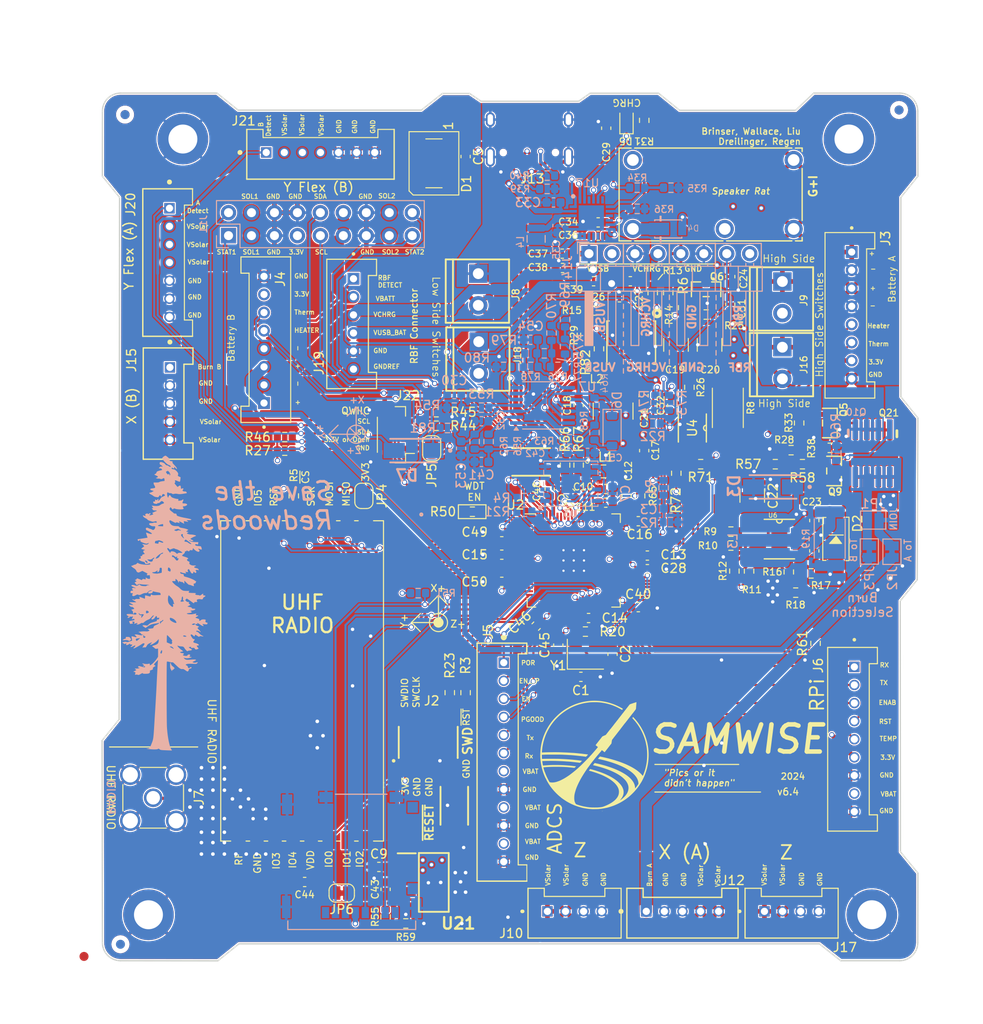
<source format=kicad_pcb>
(kicad_pcb (version 20241229) (generator "pcbnew") (generator_version "9.0")
  (title_block (title "PiCubed") (date "2025-04-04") (rev "6.4") (company "SSI"))
  (layers (0 "F.Cu" signal) (4 "In1.Cu" signal) (6 "In2.Cu" signal) (2 "B.Cu" signal) (13 "F.Paste" user) (15 "B.Paste" user) (5 "F.SilkS" user "F.Silkscreen") (7 "B.SilkS" user "B.Silkscreen") (1 "F.Mask" user) (3 "B.Mask" user) (25 "Edge.Cuts" user))
  (net 0 "")
  (net 1 "GND")
  (net 2 "3.3V")
  (net 3 "RPI_UART_TO_PI")
  (net 4 "SWCLK")
  (net 5 "SWDIO")
  (net 6 "~{RESET}")
  (net 7 "VSOLAR")
  (net 8 "VBATT")
  (net 9 "USB_D+")
  (net 10 "USB_D-")
  (net 12 "BURN_RELAY_A")
  (net 13 "Net-(C30-Pad2)")
  (net 14 "Net-(C30-Pad1)")
  (net 16 "/Burn Wires/VBURN_A_IN")
  (net 17 "Net-(U5-SW1)")
  (net 18 "Net-(U5-VBST)")
  (net 19 "/Avionics/XTAL1")
  (net 20 "/Avionics/XTAL2")
  (net 21 "/Avionics/BATTERY")
  (net 22 "Net-(D2-K)")
  (net 23 "Net-(D3-K)")
  (net 24 "Net-(U5-SS)")
  (net 25 "Net-(U5-VREG5)")
  (net 26 "Net-(U4-TIMER)")
  (net 27 "Net-(U17-PMID_1)")
  (net 28 "Net-(U17-SW_1)")
  (net 29 "Net-(R16-Pad2)")
  (net 30 "Net-(U17-BTST)")
  (net 31 "ADCS_Rx")
  (net 32 "~{FIXED_SOLAR_FAULT}")
  (net 33 "Net-(C2-Pad1)")
  (net 34 "Net-(U7B-+)")
  (net 35 "USB_CC2")
  (net 36 "USB_CC1")
  (net 37 "GNDREF")
  (net 38 "VBUS_IN")
  (net 39 "SCL")
  (net 40 "SDA")
  (net 41 "ADCS_Tx")
  (net 42 "VCHRG")
  (net 43 "ADCS_EN")
  (net 44 "RPI_UART_FROM_PI")
  (net 45 "MPPT_STAT_1")
  (net 47 "Net-(J22-Pin_2)")
  (net 48 "Net-(Q6-C)")
  (net 49 "Net-(D5-A)")
  (net 51 "SD_CS")
  (net 55 "RPI_RST")
  (net 56 "RPI_TEMP")
  (net 59 "Net-(U6-SENSE)")
  (net 60 "RPI_ENAB")
  (net 61 "+1V1")
  (net 62 "Net-(U2-VREG_AVDD)")
  (net 63 "Net-(D6-K)")
  (net 64 "SCL_PWR")
  (net 65 "Net-(Q5-G)")
  (net 66 "SDA_PWR")
  (net 67 "Net-(Q21-Gate)")
  (net 68 "Net-(D6-A)")
  (net 69 "STAT")
  (net 70 "/Power/REGN")
  (net 71 "ENAB_RF")
  (net 72 "RF_5V")
  (net 73 "/Avionics/NEOPIXEL")
  (net 74 "SD_SCK")
  (net 75 "VBATT_SENSE")
  (net 76 "SD_MISO")
  (net 77 "SD_MOSI")
  (net 78 "ADCS_PGOOD")
  (net 79 "ADCS_POR")
  (net 80 "RBF_DETECT")
  (net 81 "Net-(U2-VREG_LX)")
  (net 82 "Net-(D7-K)")
  (net 83 "Net-(SW1-P)")
  (net 84 "/Avionics/RUN")
  (net 85 "Net-(U6-VIN_REG)")
  (net 86 "/Connectors/VSOLAR_DEPL1")
  (net 87 "Net-(U5-VFB)")
  (net 88 "Net-(U5-PG)")
  (net 89 "Net-(U6-VFB)")
  (net 90 "Net-(U4-ON)")
  (net 91 "Net-(U17-TS)")
  (net 92 "Net-(U17-ILIM)")
  (net 93 "/Avionics/FLASH_CS")
  (net 94 "SENSE_THERM_A")
  (net 95 "BAT_HEATER_A")
  (net 96 "~{MPPT_SHDN_1}")
  (net 97 "/Connectors/VSOLAR_DEPL2")
  (net 98 "Net-(U21-SENSE{slash}ADJ)")
  (net 99 "Net-(SW2-P)")
  (net 100 "3V3_RESET")
  (net 101 "SENSE_THERM_B")
  (net 107 "~{FIXED_SOLAR_CHRG}")
  (net 111 "/Burn Wires/BURN_AOUT")
  (net 112 "Net-(Q6-B)")
  (net 113 "BAT_HEATER_B")
  (net 114 "MPPT_STAT_2")
  (net 115 "~{MPPT_SHDN_2}")
  (net 116 "RF_CS")
  (net 117 "WATCHDOG_FEED")
  (net 118 "SCL_PWR2")
  (net 119 "Net-(U7A--)")
  (net 120 "Net-(R56-Pad1)")
  (net 121 "/Avionics/FLASH_IO2")
  (net 122 "SDA_PWR2")
  (net 127 "Net-(Q9-G)")
  (net 128 "Net-(Q10-Gate)")
  (net 129 "ENAB_BURN_A")
  (net 130 "ENAB_BURN_B")
  (net 131 "BURN_B")
  (net 132 "BURN_A")
  (net 133 "ADCS_EN_LP")
  (net 134 "/Burn Wires/BURN_BOUT")
  (net 135 "SideDeplyDetectA")
  (net 136 "/RF/RF_Vcc")
  (net 137 "SideDeplyDetectB")
  (net 138 "unconnected-(U23-GPIO_4-Pad4)")
  (net 139 "/RF/RF1_ANT")
  (net 140 "/RF/RF_3V3")
  (net 141 "/Avionics/FLASH_SCK")
  (net 142 "/Avionics/FLASH_MOSI")
  (net 143 "/Avionics/FLASH_MISO")
  (net 144 "/Avionics/FLASH_IO3")
  (net 145 "RF_IO0")
  (net 146 "RF_MOSI")
  (net 147 "RF_MISO")
  (net 148 "RF_SCK")
  (net 149 "RF_RST")
  (net 151 "Net-(R63-Pad1)")
  (net 152 "Net-(U7C-+)")
  (net 153 "/Power/VUSB_SYS")
  (net 154 "/Power/VUSB_BAT")
  (net 155 "/Avionics/USB_IC_D+")
  (net 156 "/Avionics/USB_IC_D-")
  (net 157 "Net-(R82-Pad1)")
  (net 158 "/Watchdog/WD_integrate")
  (net 159 "/Watchdog/WD_Vcc")
  (net 160 "/Watchdog/ref3")
  (net 161 "/Watchdog/ref4")
  (net 162 "/Watchdog/ref2")
  (net 163 "/Watchdog/ref1")
  (footprint "Resistor_SMD:R_0603_1608Metric" (layer "F.Cu") (at 178.816 91.694)
    (property "Reference" "R38")
    (property "Value" "100k")
  )
  (footprint "ssi_IC:PWP14_2P31X2P46-L" (layer "F.Cu") (at 156.8161 80.058096 -90)
    (property "Reference" "U5" (hide yes))
    (property "Value" "TPS54226PWPR" (hide yes))
  )
  (footprint "Capacitor_SMD:C_0603_1608Metric" (layer "F.Cu") (at 151 87 -90)
    (property "Reference" "C18")
    (property "Value" "22uF")
  )
  (footprint "Capacitor_SMD:C_0603_1608Metric" (layer "F.Cu") (at 158.25 92 90)
    (property "Reference" "C17")
    (property "Value" "22uF")
  )
  (footprint "Capacitor_SMD:C_0603_1608Metric" (layer "F.Cu") (at 158.1785 85.9155 90)
    (property "Reference" "C21")
    (property "Value" "0.1uF")
  )
  (footprint "Resistor_SMD:R_0603_1608Metric" (layer "F.Cu") (at 152.781 76.5175 180)
    (property "Reference" "R15")
    (property "Value" "100k")
  )
  (footprint "Capacitor_SMD:C_0603_1608Metric" (layer "F.Cu") (at 155.5115 75.057 180)
    (property "Reference" "C26")
    (property "Value" "3.3nF")
  )
  (footprint "ssi_transistor:SOT-23" (layer "F.Cu") (at 178.7871 88.948096 -90)
    (property "Reference" "Q5")
    (property "Value" "IRLML2803" (hide yes))
  )
  (footprint "Resistor_SMD:R_0603_1608Metric" (layer "F.Cu") (at 165.1 76.962)
    (property "Reference" "R25")
    (property "Value" "10k")
  )
  (footprint "ssi_transistor:DMP2040USS-13" (layer "F.Cu") (at 183.515 92.329 180)
    (property "Reference" "Q21")
    (property "Value" "DMP2040USS-13" (hide yes))
  )
  (footprint "MountingHole:MountingHole_3.2mm_M3_DIN965_Pad" (layer "F.Cu") (at 107.2361 57.5641)
    (property "Reference" "H1" (hide yes))
    (property "Value" "MountingHole_Pad")
  )
  (footprint "MountingHole:MountingHole_3.2mm_M3_DIN965_Pad" (layer "F.Cu") (at 103.4261 143.2941)
    (property "Reference" "H2" (hide yes))
    (property "Value" "MountingHole_Pad")
  )
  (footprint "MountingHole:MountingHole_3.2mm_M3_DIN965_Pad" (layer "F.Cu") (at 183.4261 143.2941)
    (property "Reference" "H3" (hide yes))
    (property "Value" "MountingHole_Pad")
  )
  (footprint "MountingHole:MountingHole_3.2mm_M3_DIN965_Pad" (layer "F.Cu") (at 180.8961 57.5641)
    (property "Reference" "H4" (hide yes))
    (property "Value" "MountingHole_Pad")
  )
  (footprint "Fiducial:Fiducial_1mm_Mask2mm" (layer "F.Cu") (at 96.3 147.9)
    (property "Reference" "REF1T" (hide yes))
    (property "Value" "Fiducial_1mm_Mask2mm")
  )
  (footprint "ssi_relay:Relay_PE014006" (layer "F.Cu") (at 165.5979 63.69 90)
    (property "Reference" "U16" (hide yes))
    (property "Value" "PE014006" (hide yes))
  )
  (footprint "Capacitor_SMD:C_0603_1608Metric" (layer "F.Cu") (at 154.051 56.368 90)
    (property "Reference" "C29")
    (property "Value" "4.7uF")
  )
  (footprint "Resistor_SMD:R_0603_1608Metric" (layer "F.Cu") (at 158.2547 55.499 -90)
    (property "Reference" "R31")
    (property "Value" "10k")
  )
  (footprint "Capacitor_SMD:C_0603_1608Metric" (layer "F.Cu") (at 153.162 66.7766 180)
    (property "Reference" "C34")
    (property "Value" "4.7uF")
  )
  (footprint "Capacitor_SMD:C_0603_1608Metric" (layer "F.Cu") (at 149.225 71.8185)
    (property "Reference" "C38")
    (property "Value" "22uF")
  )
  (footprint "Resistor_SMD:R_0603_1608Metric" (layer "F.Cu") (at 159.1945 74.549 -90)
    (property "Reference" "R13")
    (property "Value" "73.2k")
  )
  (footprint "Capacitor_SMD:C_0603_1608Metric" (layer "F.Cu") (at 152.654 73.279)
    (property "Reference" "C39")
    (property "Value" "10uF")
  )
  (footprint "ssi_connector:SMA_Amphenol_901-144_horizontal" (layer "F.Cu") (at 103.9495 130.3655 -90)
    (property "Reference" "J7")
    (property "Value" "Amphenol_901-144")
  )
  (footprint "Resistor_SMD:R_0603_1608Metric" (layer "F.Cu") (at 119.5 97 -90)
    (property "Reference" "R5")
    (property "Value" "10k")
  )
  (footprint "Capacitor_SMD:C_0603_1608Metric" (layer "F.Cu") (at 156.718 73.279 180)
    (property "Reference" "C27")
    (property "Value" "1uF")
  )
  (footprint "Capacitor_SMD:C_0603_1608Metric" (layer "F.Cu") (at 149.187 70.231)
    (property "Reference" "C37")
    (property "Value" "22uF")
  )
  (footprint "Resistor_SMD:R_0603_1608Metric" (layer "F.Cu") (at 151.75 79.25 -90)
    (property "Reference" "R29")
    (property "Value" "10k")
  )
  (footprint "ssi_connector:1985807" (layer "F.Cu") (at 173.5328 80.5722 -90)
    (property "Reference" "J16")
    (property "Value" "1985807")
  )
  (footprint "Resistor_SMD:R_0603_1608Metric" (layer "F.Cu") (at 160.909 74.549 90)
    (property "Reference" "R14")
    (property "Value" "22.1k")
  )
  (footprint "LED_SMD:LED_0603_1608Metric" (layer "F.Cu") (at 156.2935 55.499 90)
    (property "Reference" "D5")
    (property "Value" "GREEN LED")
  )
  (footprint "Resistor_SMD:R_2512_6332Metric" (layer "F.Cu") (at 167.5 87.275 -90)
    (property "Reference" "R8")
    (property "Value" "0.02")
  )
  (footprint "ssi_inductor:L_2141" (layer "F.Cu") (at 154.813 87.63 -90)
    (property "Reference" "L2")
    (property "Value" "3.3uH")
  )
  (footprint "ssi_transistor:SOT-23" (layer "F.Cu") (at 165.1 74.168)
    (property "Reference" "Q6")
    (property "Value" "MMBT2222A-TP" (hide yes))
  )
  (footprint "ssi_connector:1985807" (layer "F.Cu") (at 139.954 79.9592 -90)
    (property "Reference" "J18")
    (property "Value" "1985807")
  )
  (footprint "Resistor_SMD:R_0603_1608Metric" (layer "F.Cu") (at 174.498 91.948 180)
    (property "Reference" "R28")
    (property "Value" "10k")
  )
  (footprint "Resistor_SMD:R_0603_1608Metric" (layer "F.Cu") (at 175.387 88.948096 -90)
    (property "Reference" "R33")
    (property "Value" "3.3k")
  )
  (footprint "Capacitor_SMD:C_1210_3225Metric" (layer "F.Cu") (at 161.7691 80.312096 90)
    (property "Reference" "C19")
    (property "Value" "10uF")
  )
  (footprint "Capacitor_SMD:C_1210_3225Metric" (layer "F.Cu") (at 165.481 80.312096 90)
    (property "Reference" "C20")
    (property "Value" "10uF")
  )
  (footprint "Capacitor_SMD:C_0603_1608Metric" (layer "F.Cu") (at 167.767 72.771 -90)
    (property "Reference" "C24")
    (property "Value" "0.1uF")
  )
  (footprint "Resistor_SMD:R_0603_1608Metric" (layer "F.Cu") (at 163.25 85 -90)
    (property "Reference" "R26")
    (property "Value" "1k")
  )
  (footprint "ssi_IC:ADM1176-1ARMZ-R7" (layer "F.Cu") (at 163.576 89.5 -90)
    (property "Reference" "U4")
    (property "Value" "RM_10" (hide yes))
  )
  (footprint "Resistor_SMD:R_0603_1608Metric" (layer "F.Cu") (at 129.649937 143.530948 -90)
    (property "Reference" "R55")
    (property "Value" "10k")
  )
  (footprint "Capacitor_SMD:C_0603_1608Metric" (layer "F.Cu") (at 167.767 75.819 90)
    (property "Reference" "C31")
    (property "Value" "22uF")
  )
  (footprint "ssi_IC:TPS7A4501DCQT" (layer "F.Cu") (at 134.983937 139.720948)
    (property "Reference" "U21")
    (property "Value" "TPS7A4501DCQT" (hide yes))
  )
  (footprint "Capacitor_SMD:C_0603_1608Metric" (layer "F.Cu") (at 120.7008 139.6746)
    (property "Reference" "C44")
    (property "Value" "10uF")
  )
  (footprint "Resistor_SMD:R_0603_1608Metric" (layer "F.Cu") (at 131.883937 144.258948)
    (property "Reference" "R59")
    (property "Value" "3.3k")
  )
  (footprint "Capacitor_SMD:C_0603_1608Metric" (layer "F.Cu") (at 129.649937 140.482948 -90)
    (property "Reference" "C43")
    (property "Value" "10uF")
  )
  (footprint "Capacitor_SMD:C_0603_1608Metric" (layer "F.Cu") (at 153.162 68.25)
    (property "Reference" "C36")
    (property "Value" "47nF")
  )
  (footprint "Capacitor_SMD:C_0603_1608Metric" (layer "F.Cu") (at 161.35 87 90)
    (property "Reference" "C32")
    (property "Value" "3.3nF")
  )
  (footprint "ssi_connector:USB_C_Receptacle_XKB_U262-161N-4BVC11" (layer "F.Cu") (at 146.052 55.018 180)
    (property "Reference" "J13")
    (property "Value" "USB_C_pycubed")
  )
  (footprint "ssi_connector:1985807" (layer "F.Cu") (at 139.9032 72.4408 -90)
    (property "Reference" "J8")
    (property "Value" "1985807")
  )
  (footprint "ssi_connector:1985807" (layer "F.Cu") (at 173.5328 73.3078 -90)
    (property "Reference" "J9")
    (property "Value" "1985807")
  )
  (footprint "Resistor_SMD:R_0603_1608Metric" (layer "F.Cu") (at 176.7078 105.567481 180)
    (property "Reference" "R17")
    (property "Value" "510k" (hide yes))
  )
  (footprint "Resistor_SMD:R_0603_1608Metric" (layer "F.Cu") (at 161.8 94.5 90)
    (property "Reference" "R72")
    (property "Value" "10k")
  )
  (footprint "Capacitor_SMD:C_0603_1608Metric" (layer "F.Cu") (at 146.3 111.4 -135)
    (property "Reference" "C46")
    (property "Value" "0.1uF")
  )
  (footprint "Capacitor_SMD:C_0603_1608Metric" (layer "F.Cu") (at 158.6 105.1)
    (property "Reference" "C28")
    (property "Value" "0.1uF")
  )
  (footprint "Resistor_SMD:R_0603_1608Metric" (layer "F.Cu") (at 168.2242 105.313481 -90)
    (property "Reference" "R12")
    (property "Value" "100k" (hide yes))
  )
  (footprint "Capacitor_SMD:C_0603_1608Metric" (layer "F.Cu") (at 151.25 117)
    (property "Reference" "C1")
    (property "Value" "15pF")
  )
  (footprint "Resistor_SMD:R_0603_1608Metric" (layer "F.Cu") (at 135.25 89.25 180)
    (property "Reference" "R44")
    (property "Value" "10k")
  )
  (footprint "Fiducial:Fiducial_1mm_Mask2mm" (layer "F.Cu") (at 186.436 54.356)
    (property "Reference" "REF3T" (hide yes))
    (property "Value" "Fiducial_1mm_Mask2mm")
  )
  (footprint "Capacitor_SMD:C_0603_1608Metric" (layer "F.Cu") (at 142.5 103.5 180)
    (property "Reference" "C15")
    (property "Value" "4.7uF")
  )
  (footprint "Resistor_SMD:R_0603_1608Metric" (layer "F.Cu") (at 149.5 93.6 90)
    (property "Reference" "R66")
    (property "Value" "27")
  )
  (footprint "Resistor_SMD:R_0603_1608Metric" (layer "F.Cu") (at 177.2 113.3 -90)
    (property "Reference" "R61")
    (property "Value" "100k")
  )
  (footprint "ssi_IC:MSOP-12_MSE" (layer "F.Cu") (at 173.2026 101.7778)
    (property "Reference" "U6")
    (property "Value" "LT3652HVIMSE#PBF")
  )
  (footprint "Capacitor_SMD:C_0603_1608Metric" (layer "F.Cu") (at 148.75 113.5 -90)
    (property "Reference" "C45")
    (property "Value" "0.1uF")
  )
  (footprint "Resistor_SMD:R_0603_1608Metric" (layer "F.Cu") (at 139.25 98.75 180)
    (property "Reference" "R50")
    (property "Value" "0")
  )
  (footprint "Capacitor_SMD:C_0603_1608Metric" (layer "F.Cu") (at 142.5 101 180)
    (property "Reference" "C49")
    (property "Value" "0.1uF")
  )
  (footprint "Capacitor_SMD:C_0603_1608Metric" (layer "F.Cu") (at 154 96.25)
    (property "Reference" "C10")
    (property "Value" "4.7uF")
  )
  (footprint "Capacitor_SMD:C_0603_1608Metric" (layer "F.Cu") (at 142.5 106.5 180)
    (property "Reference" "C50")
    (property "Value" "0.1uF")
  )
  (footprint "Capacitor_SMD:C_0603_1608Metric" (layer "F.Cu") (at 157.6 109.3)
    (property "Reference" "C40")
    (property "Value" "0.1uF")
  )
  (footprint "ssi_diode:DO-214AC" (layer "F.Cu") (at 179.451 101.759 -90)
    (property "Reference" "D2")
    (property "Value" "CDBA240LL")
  )
  (footprint "Capacitor_SMD:C_0603_1608Metric" (layer "F.Cu") (at 152.1 110.5)
    (property "Reference" "C14")
    (property "Value" "0.1uF")
  )
  (footprint "Resistor_SMD:R_0603_1608Metric" (layer "F.Cu") (at 162.56 76.2 90)
    (property "Reference" "R6")
    (property "Value" "1k")
  )
  (footprint "Capacitor_SMD:C_0603_1608Metric" (layer "F.Cu") (at 156.3 97 90)
    (property "Reference" "C12")
    (property "Value" "4.7uF")
  )
  (footprint "LED_SMD:LED_WS2812B_PLCC4_5.0x5.0mm_P3.2mm" (layer "F.Cu") (at 135 60.25 -90)
    (property "Reference" "D1")
    (property "Value" "1655")
  )
  (footprint "Capacitor_SMD:C_0603_1608Metric" (layer "F.Cu") (at 128.908937 138.008948)
    (property "Reference" "C9")
    (property "Value" "10uF")
  )
  (footprint "ssi_inductor:polarized" (layer "F.Cu") (at 153.75 94.2975)
    (property "Reference" "L1")
    (property "Value" "3.3uH")
  )
  (footprint "Capacitor_SMD:C_0603_1608Metric" (layer "F.Cu") (at 177.0634 99.725481 90)
    (property "Reference" "C23")
    (property "Value" "1uF" (hide yes))
  )
  (footprint "Resistor_SMD:R_0603_1608Metric" (layer "F.Cu") (at 169.8498 105.313481 -90)
    (property "Reference" "R11")
    (property "Value" "100k" (hide yes))
  )
  (footprint "ssi_IC:RP2350-QFN-80-1EP_10x10_P0.4mm_EP3.4x3.4mm_ThermalVias" (layer "F.Cu") (at 150.46 104.143333)
    (property "Reference" "U2")
    (property "Value" "RP2350_80QFN")
  )
  (footprint "Jumper:SolderJumper-2_P1.3mm_Open_RoundedPad1.0x1.5mm" (layer "F.Cu") (at 134.75 91.75 -90)
    (property "Reference" "JP5")
    (property "Value" "QWIIC suply")
  )
  (footprint "ssi_connector:SAMTEC_FTSH-105-01-L-DV-007" (layer "F.Cu") (at 134.365 124.245)
    (property "Reference" "J2")
    (property "Value" "Conn_ARM_JTAG_SWD_10")
  )
  (footprint "Crystal:Crystal_SMD_3225-4Pin_3.2x2.5mm" (layer "F.Cu") (at 151.75 114.5)
    (property "Reference" "Y1")
    (property "Value" "ABM8-272-T3")
  )
  (footprint "ssi_IC:RFM98PW" (layer "F.Cu") (at 120.42 117.45 -90)
    (property "Reference" "U23" (hide yes))
    (property "Value" "RFM98PW" (hide yes))
  )
  (footprint "ssi_switch:BTN_KMR2_4.6X2.8" (layer "F.Cu") (at 145.75 93.25 180)
    (property "Reference" "SW2" (hide yes))
    (property "Value" "KMR231NG LFS" (hide yes))
  )
  (footprint "Resistor_SMD:R_0603_1608Metric" (layer "F.Cu") (at 175.75 93.5 180)
    (property "Reference" "R58")
    (property "Value" "3.3k")
  )
  (footprint "Connector_JST:JST_SH_BM04B-SRSS-TB_1x04-1MP_P1.00mm_Vertical" (layer "F.Cu") (at 130.75 90.25 90)
    (property "Reference" "J22")
    (property "Value" "QWIIC")
  )
  (footprint "Resistor_SMD:R_0603_1608Metric" (layer "F.Cu") (at 135.25 87.75 180)
    (property "Reference" "R45")
    (property "Value" "10k")
  )
  (footprint "Resistor_SMD:R_0603_1608Metric" (layer "F.Cu") (at 172.75 93.5 180)
    (property "Reference" "R57")
    (property "Value" "10k")
  )
  (footprint "ssi_connector:Molex_35362-0550" (layer "F.Cu") (at 158.484001 142.92 180)
    (property "Reference" "J12")
    (property "Value" "35362-0550")
  )
  (footprint "Fiducial:Fiducial_1mm_Mask2mm" (layer "F.Cu") (at 100.838 54.864 90)
    (property "Reference" "REF2T" (hide yes))
    (property "Value" "Fiducial_1mm_Mask2mm")
  )
  (footprint "Resistor_SMD:R_0603_1608Metric" (layer "F.Cu") (at 175.006 107.696)
    (property "Reference" "R18")
    (property "Value" "330k" (hide yes))
  )
  (footprint "Resistor_SMD:R_0603_1608Metric" (layer "F.Cu") (at 138.5 118.75 90)
    (property "Reference" "R3")
    (property "Value" "1k")
  )
  (footprint "ssi_connector:Molex_35362-0550" (layer "F.Cu") (at 105.8 82.799999 90)
    (property "Reference" "J15")
    (property "Value" "35362-0550")
  )
  (footprint "Resistor_SMD:R_0603_1608Metric" (layer "F.Cu") (at 167.84 100.95)
    (property "Reference" "R9")
    (property "Value" "121k")
  )
  (footprint "Jumper:SolderJumper-2_P1.3mm_Open_RoundedPad1.0x1.5mm" (layer "F.Cu") (at 127.25 97 90)
    (property "Reference" "JP4")
    (property "Value" "3.3V EN")
  )
  (footprint "Resistor_SMD:R_0603_1608Metric" (layer "F.Cu") (at 118.5 90.5)
    (property "Reference" "R46")
    (property "Value" "100k")
  )
  (footprint "Resistor_SMD:R_0603_1608Metric" (layer "F.Cu") (at 167.84 102.49 180)
    (property "Reference" "R10")
    (property "Value" "20k")
  )
  (footprint "ssi_connector:Molex_35362-0850" (layer "F.Cu") (at 181.2 70.050001 90)
    (property "Reference" "J3")
    (property "Value" "35362-0850" (hide yes))
  )
  (footprint "ssi_connector:Molex_35362-1250" (layer "F.Cu") (at 142.72 115.43 90)
    (property "Reference" "J5")
    (property "Value" "35362-1250")
  )
  (footprint "Resistor_SMD:R_0603_1608Metric" (layer "F.Cu") (at 153.25 80.75 90)
    (property "Reference" "R82")
    (property "Value" "0")
  )
  (footprint "ssi_connector:Molex_35362-0450" (layer "F.Cu") (at 147.55 142.92 180)
    (property "Reference" "J10")
    (property "Value" "35362-0450")
  )
  (footprint "Capacitor_SMD:C_0603_1608Metric" (layer "F.Cu") (at 147.8 96.25 90)
    (property "Reference" "C48")
    (property "Value" "0.1uF")
  )
  (footprint "Capacitor_SMD:C_0603_1608Metric" (layer "F.Cu") (at 177.0634 103.078281 90)
    (property "Reference" "C25" (hide yes))
    (property "Value" "10uF" (hide yes))
  )
  (footprint "ssi_connector:Molex_35362-0650" (layer "F.Cu") (at 126.1 73 90)
    (property "Reference" "J19")
    (property "Value" "35362-0650")
  )
  (footprint "Resistor_SMD:R_0603_1608Metric" (layer "F.Cu") (at 164.5 93.5 180)
    (property "Reference" "R71")
    (property "Value" "10k")
  )
  (footprint "Capacitor_SMD:C_0603_1608Metric" (layer "F.Cu") (at 158.6 103.6)
    (property "Reference" "C13")
    (property "Value" "0.1uF")
  )
  (footprint "Capacitor_SMD:C_0603_1608Metric" (layer "F.Cu") (at 138.5 59.5 -90)
    (property "Reference" "C5")
    (property "Value" "0.1uF")
  )
  (footprint "ssi_drawings:logo_SSI_medium" (layer "F.Cu") (at 152.624473 127.344051)
    (property "Reference" "G***" (hide yes))
    (property "Value" "logo_SSI_medium" (hide yes))
  )
  (footprint "Capacitor_SMD:C_0603_1608Metric" (layer "F.Cu") (at 150.1 96.7 135)
    (property "Reference" "C47")
    (property "Value" "0.1uF")
  )
  (footprint "ssi_switch:BTN_KMR2_4.6X2.8" (layer "F.Cu") (at 137.25 131.25 -90)
    (property "Reference" "SW1" (hide yes))
    (property "Value" "KMR231NG LFS" (hide yes))
  )
  (footprint "Capacitor_SMD:C_0603_1608Metric" (layer "F.Cu") (at 154.75 114.5 -90)
    (property "Reference" "C2")
    (property "Value" "15pF")
  )
  (footprint "Resistor_SMD:R_0603_1608Metric" (layer "F.Cu") (at 118.5 92)
    (property "Reference" "R27")
    (property "Value" "100k")
  )
  (footprint "Resistor_SMD:R_0603_1608Metric" (layer "F.Cu") (at 151 93.6 90)
    (property "Reference" "R67")
    (property "Value" "27")
  )
  (footprint "Capacitor_SMD:C_0603_1608Metric" (layer "F.Cu") (at 157.6 99.8)
    (property "Reference" "C16")
    (property "Value" "0.1uF")
  )
  (footprint "ssi_connector:Molex_35362-0850" (layer "F.Cu") (at 116.205 86.739999 -90)
    (property "Reference" "J4")
    (property "Value" "35362-0850" (hide yes))
  )
  (footprint "ssi_connector:Molex_35362-0750" (layer "F.Cu") (at 105.75 65.214001 90)
    (property "Reference" "J20")
    (property "Value" "35362-0750")
  )
  (footprint "Jumper:SolderJumper-2_P1.3mm_Bridged_RoundedPad1.0x1.5mm" (layer "F.Cu") (at 124.8 140.9 180)
    (property "Reference" "JP6")
    (property "Value" "Jumper_3_Bridged12")
  )
  (footprint "Capacitor_SMD:C_1210_3225Metric" (layer "F.Cu") (at 170.2 97 -90)
    (property "Reference" "C22")
    (property "Value" "10uF")
  )
  (footprint "ssi_connector:Molex_35362-0450" (layer "F.Cu") (at 171.55 142.92 180)
    (property "Reference" "J17")
    (property "Value" "35362-0450")
  )
  (footprint "Resistor_SMD:R_0603_1608Metric" (layer "F.Cu") (at 151.75 112 180)
    (property "Reference" "R20")
    (property "Value" "1k")
  )
  (footprint "Resistor_SMD:R_0603_1608Metric" (layer "F.Cu") (at 157.8 97 -90)
    (property "Reference" "R65")
    (property "Value" "33")
  )
  (footprint "ssi_connector:Molex_35362-0750" (layer "F.Cu") (at 116.450001 59.05 180)
    (property "Reference" "J21")
    (property "Value" "35362-0750")
  )
  (footprint "ssi_connector:Molex_35362-0950" (layer "F.Cu") (at 181.491 115.9 90)
    (property "Reference" "J6")
    (property "Value" "35362-0950")
  )
  (footprint "Resistor_SMD:R_0603_1608Metric" (layer "F.Cu") (at 174.244 105.41 -90)
    (property "Reference" "R16")
    (property "Value" "49.9k" (hide yes))
  )
  (footprint "ssi_transistor:SOT-23" (layer "F.Cu") (at 179.25 94.25 -90)
    (property "Reference" "Q9")
    (property "Value" "IRLML2803" (hide yes))
  )
  (footprint "Resistor_SMD:R_0603_1608Metric" (layer "F.Cu") (at 136.75 118.75 90)
    (property "Reference" "R23")
    (property "Value" "1k")
  )
  (footprint "Capacitor_SMD:C_0603_1608Metric" (layer "F.Cu") (at 154 97.75)
    (property "Reference" "C11")
    (property "Value" "4.7uF")
  )
  (footprint "ssi_connector:Molex_503182-1852" (layer "B.Cu") (at 125.91 137.325)
    (property "Reference" "J1" (hide yes))
    (property "Value" "503182-1852")
  )
  (footprint "Fiducial:Fiducial_1mm_Mask2mm" (layer "B.Cu") (at 186.436 54.356)
    (property "Reference" "REF1B" (hide yes))
    (property "Value" "Fiducial_1mm_Mask2mm")
  )
  (footprint "Resistor_SMD:R_0603_1608Metric" (layer "B.Cu") (at 147.525 61.6046)
    (property "Reference" "R40")
    (property "Value" "5.1k")
  )
  (footprint "ssi_IC:QFN50P400X400X100-25N-D" (layer "B.Cu") (at 152.4 66.294 -90)
    (property "Reference" "U17")
    (property "Value" "BQ25883RGER" (hide yes))
  )
  (footprint "Resistor_SMD:R_0603_1608Metric" (layer "B.Cu") (at 157.48 65.278 180)
    (property "Reference" "R36")
    (property "Value" "560")
  )
  (footprint "Capacitor_SMD:C_0603_1608Metric" (layer "B.Cu") (at 148.6662 67.125 90)
    (property "Reference" "C35")
    (property "Value" "10uF")
  )
  (footprint "Resistor_SMD:R_0603_1608Metric" (layer "B.Cu") (at 161.2138 62.9412 180)
    (property "Reference" "R35")
    (property "Value" "10k")
  )
  (footprint "Resistor_SMD:R_0603_1608Metric" (layer "B.Cu") (at 157.48 62.9412)
    (property "Reference" "R34")
    (property "Value" "10k")
  )
  (footprint "Resistor_SMD:R_0603_1608Metric" (layer "B.Cu") (at 147.525 63.075 180)
    (property "Reference" "R39")
    (property "Value" "5.1k")
  )
  (footprint "ssi_inductor:L_2510" (layer "B.Cu") (at 146.3 68.6 -90)
    (property "Reference" "L4")
    (property "Value" "1uH")
  )
  (footprint "ssi_diode:PWRDI-123" (layer "B.Cu") (at 160.911 67.5005)
    (property "Reference" "D4")
    (property "Value" "DFLS130L" (hide yes))
  )
  (footprint "Connector_PinHeader_2.54mm:PinHeader_1x08_P2.54mm_Horizontal" (layer "B.Cu") (at 152.146 70.231 -90)
    (property "Reference" "J14")
    (property "Value" "Conn_01x08_Horizontal")
  )
  (footprint "Resistor_SMD:R_0603_1608Metric" (layer "B.Cu") (at 133.25 107.75 180)
    (property "Reference" "R51")
    (property "Value" "10k")
  )
  (footprint "Resistor_SMD:R_0603_1608Metric" (layer "B.Cu") (at 161 86.7 90)
    (property "Reference" "R73")
    (property "Value" "10k")
  )
  (footprint "Fiducial:Fiducial_1mm_Mask2mm" (layer "B.Cu") (at 100.838 54.864)
    (property "Reference" "REF2B" (hide yes))
    (property "Value" "Fiducial_1mm_Mask2mm")
  )
  (footprint "Resistor_SMD:R_0603_1608Metric" (layer "B.Cu") (at 159.5 86.7 90)
    (property "Reference" "R74")
    (property "Value" "10k")
  )
  (footprint "Resistor_SMD:R_0603_1608Metric" (layer "B.Cu") (at 152.75 87 90)
    (property "Reference" "R64")
    (property "Value" "4.7M")
  )
  (footprint "Resistor_SMD:R_0603_1608Metric" (layer "B.Cu") (at 150 90.75)
    (property "Reference" "R63")
    (property "Value" "1k")
  )
  (footprint "Resistor_SMD:R_0603_1608Metric" (layer "B.Cu") (at 148.7 82.75 180)
    (property "Reference" "R76")
    (property "Value" "10k")
  )
  (footprint "Resistor_SMD:R_0603_1608Metric" (layer "B.Cu") (at 145.7 82.75 180)
    (property "Reference" "R78")
    (property "Value" "10k")
  )
  (footprint "Resistor_SMD:R_0603_1608Metric" (layer "B.Cu") (at 179.5 92.25 90)
    (property "Reference" "R60")
    (property "Value" "100k")
  )
  (footprint "Jumper:SolderJumper-2_P1.3mm_Bridged_Pad1.0x1.5mm" (layer "B.Cu") (at 183.15 103.15 -90)
    (property "Reference" "JP3")
    (property "Value" "Jumper_2_Bridged")
  )
  (footprint "Resistor_SMD:R_0603_1608Metric" (layer "B.Cu") (at 142.7 82.75 180)
    (property "Reference" "R80")
    (property "Value" "3k")
  )
  (footprint "Capacitor_SMD:C_0603_1608Metric" (layer "B.Cu") (at 145.7 79.75)
    (property "Reference" "C54")
    (property "Value" "10uF")
  )
  (footprint "Resistor_SMD:R_0603_1608Metric" (layer "B.Cu") (at 145 97.25)
    (property "Reference" "R4")
    (property "Value" "1k")
  )
  (footprint "Resistor_SMD:R_0603_1608Metric" (layer "B.Cu") (at 149.5 80.5 -90)
    (property "Reference" "R75")
    (property "Value" "100k")
  )
  (footprint "Resistor_SMD:R_0603_1608Metric" (layer "B.Cu") (at 160.4 96.1 -90)
    (property "Reference" "R1")
    (property "Value" "330k")
  )
  (footprint "Resistor_SMD:R_0603_1608Metric" (layer "B.Cu") (at 141.045 91 -90)
    (property "Reference" "R56")
    (property "Value" "1k")
  )
  (footprint "Resistor_SMD:R_0603_1608Metric" (layer "B.Cu") (at 161.165 99.9 180)
    (property "Reference" "R2")
    (property "Value" "110k")
  )
  (footprint "Capacitor_SMD:C_0603_1608Metric" (layer "B.Cu") (at 149 92.25)
    (property "Reference" "C42")
    (property "Value" "10uF")
  )
  (footprint "Resistor_SMD:R_0603_1608Metric" (layer "B.Cu") (at 159.2 89)
    (property "Reference" "R22")
    (property "Value" "10k")
  )
  (footprint "Capacitor_SMD:C_0603_1608Metric" (layer "B.Cu") (at 152 92.25 180)
    (property "Reference" "C51")
    (property "Value" "10uF")
  )
  (footprint "Capacitor_SMD:C_0603_1608Metric" (layer "B.Cu") (at 137.25 85.75)
    (property "Reference" "C30")
    (property "Value" "10uF")
  )
  (footprint "Resistor_SMD:R_0603_1608Metric" (layer "B.Cu") (at 136.5 89.5)
    (property "Reference" "R81")
    (property "Value" "33")
  )
  (footprint "Capacitor_SMD:C_0603_1608Metric" (layer "B.Cu") (at 140.25 88.75)
    (property "Reference" "C52")
    (property "Value" "0.1uF")
  )
  (footprint "ssi_inductor:SDE06004A-680K" (layer "B.Cu") (at 171.6 101.9 -90)
    (property "Reference" "L3")
    (property "Value" "68uH")
  )
  (footprint "Resistor_SMD:R_0603_1608Metric" (layer "B.Cu") (at 137.25 87.25)
    (property "Reference" "R54")
    (property "Value" "10k")
  )
  (footprint "Jumper:SolderJumper-2_P1.3mm_Bridged_Pad1.0x1.5mm" (layer "B.Cu") (at 185.65 103.175 -90)
    (property "Reference" "JP2")
    (property "Value" "Jumper_2_Bridged")
  )
  (footprint "Fiducial:Fiducial_1mm_Mask2mm" (layer "B.Cu") (at 100.33 146.558)
    (property "Reference" "REF3B" (hide yes))
    (property "Value" "Fiducial_1mm_Mask2mm")
  )
  (footprint "ssi_diode:DIOM5226X262N" (layer "B.Cu") (at 172.5 96.012 180)
    (property "Reference" "D3")
    (property "Value" "CMSH1-40M" (hide yes))
  )
  (footprint "Resistor_SMD:R_0603_1608Metric" (layer "B.Cu") (at 139.5 91 90)
    (property "Reference" "R62")
    (property "Value" "100k")
  )
  (footprint "Resistor_SMD:R_0603_1608Metric" (layer "B.Cu") (at 140.25 87.25)
    (property "Reference" "R53")
    (property "Value" "10k")
  )
  (footprint "Capacitor_SMD:C_0603_1608Metric" (layer "B.Cu") (at 140.25 93.25)
    (property "Reference" "C41")
    (property "Value" "10uF")
  )
  (footprint "Resistor_SMD:R_0603_1608Metric" (layer "B.Cu") (at 144.2 81.25 180)
    (property "Reference" "R79")
    (property "Value" "3k")
  )
  (footprint "ssi_transistor:DMP2040USS-13" (layer "B.Cu") (at 183.5 92.25)
    (property "Reference" "Q10")
    (property "Value" "DMP2040USS-13" (hide yes))
  )
  (footprint "Resistor_SMD:R_0603_1608Metric" (layer "B.Cu") (at 149.5 77.5 -90)
    (property "Reference" "R69")
    (property "Value" "100k")
  )
  (footprint "Capacitor_SMD:C_0603_1608Metric" (layer "B.Cu") (at 148.225 64.575)
    (property "Reference" "C33")
    (property "Value" "1uF")
  )
  (footprint "Resistor_SMD:R_2512_6332Metric" (layer "B.Cu") (at 178.7652 101.727 -90)
    (property "Reference" "R19")
    (property "Value" "0.27" (hide yes))
  )
  (footprint "Package_SO:TSSOP-14_4.4x5mm_P0.65mm" (layer "B.Cu") (at 147 87)
    (property "Reference" "U7")
    (property "Value" "TLV1704")
  )
  (footprint "ssi_IC:SON127P600X500X90-9N" (layer "B.Cu") (at 150.135 95.655)
    (property "Reference" "U3")
    (property "Value" "MR25H40MDF")
  )
  (footprint "ssi_diode:DIOM5226X262N" (layer "B.Cu") (at 132.75 92 180)
    (property "Reference" "D7")
    (property "Value" "CMSH1-40M" (hide yes))
  )
  (footprint "Resistor_SMD:R_0603_1608Metric" (layer "B.Cu") (at 147.2 81.25 180)
    (property "Reference" "R77")
    (property "Value" "10k")
  )
  (footprint "Jumper:SolderJumper-2_P1.3mm_Open_Pad1.0x1.5mm" (layer "B.Cu") (at 183.575 99.675 180)
    (property "Reference" "JP1")
    (property "Value" "Jumper_2_Open")
  )
  (footprint "Capacitor_SMD:C_0603_1608Metric" (layer "B.Cu") (at 138 91.75 -90)
    (property "Reference" "C53")
    (property "Value" "10uF")
  )
  (footprint "Resistor_SMD:R_0603_1608Metric" (layer "B.Cu") (at 152.75 90 -90)
    (property "Reference" "R68")
    (property "Value" "100k")
  )
  (footprint "Resistor_SMD:R_0603_1608Metric" (layer "B.Cu") (at 148 79 -90)
    (property "Reference" "R70")
    (property "Value" "100k")
  )
  (footprint "Connector_PinSocket_2.54mm:PinSocket_2x09_P2.54mm_Vertical" (layer "B.Cu") (at 112.28 68.24 -90)
    (property "Reference" "J11")
    (property "Value" "MPPT board")
  )
  (footprint "Resistor_SMD:R_0603_1608Metric" (layer "B.Cu") (at 145 98.75 180)
    (property "Reference" "R21")
    (property "Value" "10k")
  )
  (footprint "Diode_SMD:D_SOD-123" (layer "B.Cu") (at 154.7 89.8 -90)
    (property "Reference" "D6")
    (property "Value" "1N4151W-E3-08")
  )
  (footprint "Capacitor_SMD:C_0603_1608Metric" (layer "B.Cu") (at 154.75 96.75 90)
    (property "Reference" "C7")
    (property "Value" "0.1uF")
  )
  (footprint "Capacitor_SMD:C_0603_1608Metric" (layer "B.Cu") (at 161.2 98.4)
    (property "Reference" "C3")
    (property "Value" "0.1uF")
  )
  (footprint "ssi_drawings:redwood" (layer "B.Cu") (at 105.364931 108.802672 180)
    (property "Reference" "G***" (hide yes))
    (property "Value" "redwood" (hide yes))
  )
  (gr_line (start 166.116 69.088) (end 151.13 69.088) (stroke (width 0.127)) (layer "F.SilkS"))
  (gr_line (start 161.036 71.374) (end 161.036 69.088) (stroke (width 0.127)) (layer "F.SilkS"))
  (gr_line (start 155.956 71.374) (end 155.956 69.088) (stroke (width 0.127)) (layer "F.SilkS"))
  (gr_line (start 159.434473 129.732051) (end 171.118473 129.732051) (stroke (width 0.127)) (layer "F.SilkS"))
  (gr_circle (center 135.5 111) (end 136.5 111) (stroke (width 0.127)) (fill no) (layer "F.SilkS"))
  (gr_line (start 166.116 71.374) (end 166.116 69.088) (stroke (width 0.127)) (layer "F.SilkS"))
  (gr_line (start 135.5 111) (end 135.5 108) (stroke (width 0.127)) (layer "F.SilkS"))
  (gr_line (start 160.3 72.5) (end 159.8 73.1) (stroke (width 0.127)) (layer "F.SilkS"))
  (gr_line (start 151.13 71.374) (end 166.116 71.374) (stroke (width 0.127)) (layer "F.SilkS"))
  (gr_line (start 135.5 108) (end 134.5 109) (stroke (width 0.127)) (layer "F.SilkS"))
  (gr_line (start 151.13 69.088) (end 151.13 71.374) (stroke (width 0.127)) (layer "F.SilkS"))
  (gr_line (start 132.5 111) (end 133.5 110) (stroke (width 0.127)) (layer "F.SilkS"))
  (gr_line (start 140.75 99.512) (end 137.702 99.512) (stroke (width 0.127)) (layer "F.SilkS"))
  (gr_line (start 137.702 99.512) (end 137.702 97.988) (stroke (width 0.127)) (layer "F.SilkS"))
  (gr_circle (center 135.5 111) (end 136 111) (stroke (width 0.127)) (fill yes) (layer "F.SilkS"))
  (gr_line (start 140.75 97.988) (end 140.75 99.512) (stroke (width 0.127)) (layer "F.SilkS"))
  (gr_line (start 137.702 97.988) (end 140.75 97.988) (stroke (width 0.127)) (layer "F.SilkS"))
  (gr_line (start 135.5 108) (end 136.5 109) (stroke (width 0.127)) (layer "F.SilkS"))
  (gr_line (start 132.5 111) (end 133.5 112) (stroke (width 0.127)) (layer "F.SilkS"))
  (gr_line (start 99.125 124.75) (end 108.875 124.75) (stroke (width 0.127)) (layer "F.SilkS"))
  (gr_line (start 159.434473 126.684051) (end 168.705473 126.684051) (stroke (width 0.127)) (layer "F.SilkS"))
  (gr_line (start 135.5 111) (end 132.5 111) (stroke (width 0.127)) (layer "F.SilkS"))
  (gr_line (start 151.13 69.088) (end 151.13 71.374) (stroke (width 0.127)) (layer "B.SilkS"))
  (gr_line (start 166.116 71.374) (end 166.116 69.088) (stroke (width 0.127)) (layer "B.SilkS"))
  (gr_line (start 171.2 69.1) (end 151.13 69.138) (stroke (width 0.127)) (layer "B.SilkS"))
  (gr_line (start 155.956 79.883) (end 155.956 80.391) (stroke (width 0.127)) (layer "B.SilkS"))
  (gr_line (start 155.956 79.375) (end 155.956 78.867) (stroke (width 0.127)) (layer "B.SilkS"))
  (gr_line (start 155.956 77.851) (end 155.956 78.359) (stroke (width 0.127)) (layer "B.SilkS"))
  (gr_line (start 155.956 76.835) (end 155.956 77.343) (stroke (width 0.127)) (layer "B.SilkS"))
  (gr_line (start 155.956 74.803) (end 155.956 75.311) (stroke (width 0.127)) (layer "B.SilkS"))
  (gr_line (start 155.956 76.327) (end 155.956 75.819) (stroke (width 0.127)) (layer "B.SilkS"))
  (gr_line (start 155.956 81.407) (end 155.956 80.899) (stroke (width 0.127)) (layer "B.SilkS"))
  (gr_line (start 155.956 82.423) (end 155.956 81.915) (stroke (width 0.127)) (layer "B.SilkS"))
  (gr_line (start 155.956 83.439) (end 155.956 82.931) (stroke (width 0.127)) (layer "B.SilkS"))
  (gr_line (start 161.036 71.374) (end 161.036 69.088) (stroke (width 0.127)) (layer "B.SilkS"))
  (gr_line (start 161.036 77.851) (end 161.036 78.359) (stroke (width 0.127)) (layer "B.SilkS"))
  (gr_line (start 161.036 79.375) (end 161.036 78.867) (stroke (width 0.127)) (layer "B.SilkS"))
  (gr_line (start 161.036 79.883) (end 161.036 80.391) (stroke (width 0.127)) (layer "B.SilkS"))
  (gr_line (start 161.036 83.439) (end 161.036 82.931) (stroke (width 0.127)) (layer "B.SilkS"))
  (gr_line (start 161.036 82.423) (end 161.036 81.915) (stroke (width 0.127)) (layer "B.SilkS"))
  (gr_line (start 161.036 74.803) (end 161.036 75.311) (stroke (width 0.127)) (layer "B.SilkS"))
  (gr_line (start 161.036 76.835) (end 161.036 77.343) (stroke (width 0.127)) (layer "B.SilkS"))
  (gr_line (start 161.036 76.327) (end 161.036 75.819) (stroke (width 0.127)) (layer "B.SilkS"))
  (gr_line (start 161.036 81.407) (end 161.036 80.899) (stroke (width 0.127)) (layer "B.SilkS"))
  (gr_line (start 166.1995 76.365) (end 166.1995 75.857) (stroke (width 0.127)) (layer "B.SilkS"))
  (gr_line (start 124.4 91.19) (end 123.4 90.19) (stroke (width 0.127)) (layer "B.SilkS"))
  (gr_line (start 171.2 71.443) (end 171.2 69.1) (stroke (width 0.127)) (layer "B.SilkS"))
  (gr_line (start 166.1995 76.873) (end 166.1995 77.381) (stroke (width 0.127)) (layer "B.SilkS"))
  (gr_line (start 166.1995 74.841) (end 166.1995 75.349) (stroke (width 0.127)) (layer "B.SilkS"))
  (gr_line (start 166.1995 83.477) (end 166.1995 82.969) (stroke (width 0.127)) (layer "B.SilkS"))
  (gr_line (start 148.6 81.85) (end 150.3 82.15) (stroke (width 0.127)) (layer "B.SilkS"))
  (gr_circle (center 126.4 90.19) (end 125.4 90.19) (stroke (width 0.127)) (fill no) (layer "B.SilkS"))
  (gr_line (start 123.4 90.19) (end 126.4 90.19) (stroke (width 0.127)) (layer "B.SilkS"))
  (gr_line (start 125.69 89.48) (end 127.11 90.9) (stroke (width 0.127)) (layer "B.SilkS"))
  (gr_line (start 124.4 89.19) (end 123.4 90.19) (stroke (width 0.127)) (layer "B.SilkS"))
  (gr_line (start 166.1995 81.445) (end 166.1995 80.937) (stroke (width 0.127)) (layer "B.SilkS"))
  (gr_line (start 127.11 89.48) (end 125.69 90.9) (stroke (width 0.127)) (layer "B.SilkS"))
  (gr_line (start 166.1995 79.413) (end 166.1995 78.905) (stroke (width 0.127)) (layer "B.SilkS"))
  (gr_circle (center 133.604 99.06) (end 133.731 99.06) (stroke (width 0.2)) (fill no) (layer "B.SilkS"))
  (gr_line (start 166.1995 82.461) (end 166.1995 81.953) (stroke (width 0.127)) (layer "B.SilkS"))
  (gr_line (start 166.1995 77.889) (end 166.1995 78.397) (stroke (width 0.127)) (layer "B.SilkS"))
  (gr_line (start 155.956 69.088) (end 155.956 71.374) (stroke (width 0.127)) (layer "B.SilkS"))
  (gr_line (start 166.1995 79.921) (end 166.1995 80.429) (stroke (width 0.127)) (layer "B.SilkS"))
  (gr_line (start 126.4 87.19) (end 126.4 90.19) (stroke (width 0.127)) (layer "B.SilkS"))
  (gr_line (start 125.4 88.19) (end 126.4 87.19) (stroke (width 0.127)) (layer "B.SilkS"))
  (gr_line (start 127.4 88.19) (end 126.4 87.19) (stroke (width 0.127)) (layer "B.SilkS"))
  (gr_arc (start 98.3361 54.4891) (mid 98.921886 53.074886) (end 100.3361 52.4891) (stroke (width 0.15)) (layer "Edge.Cuts"))
  (gr_arc (start 100.3361 148.3741) (mid 98.921886 147.788314) (end 98.3361 146.3741) (stroke (width 0.15)) (layer "Edge.Cuts"))
  (gr_arc (start 188.5061 146.3741) (mid 187.920314 147.788314) (end 186.5061 148.3741) (stroke (width 0.15)) (layer "Edge.Cuts"))
  (gr_line (start 152.2761 52.499096) (end 151.0061 53.388096) (stroke (width 0.15)) (layer "Edge.Cuts"))
  (gr_line (start 140.2111 53.388096) (end 138.931103 52.5272) (stroke (width 0.15)) (layer "Edge.Cuts"))
  (gr_line (start 111.0016 52.4902) (end 100.3361 52.4891) (stroke (width 0.15)) (layer "Edge.Cuts"))
  (gr_arc (start 186.5061 52.4891) (mid 187.920314 53.074886) (end 188.5061 54.4891) (stroke (width 0.15)) (layer "Edge.Cuts"))
  (gr_line (start 159.8316 52.499096) (end 152.2761 52.499096) (stroke (width 0.15)) (layer "Edge.Cuts"))
  (gr_line (start 98.3002 124.0484) (end 98.3361 146.3741) (stroke (width 0.15)) (layer "Edge.Cuts"))
  (gr_line (start 151.0061 53.388096) (end 140.2111 53.388096) (stroke (width 0.15)) (layer "Edge.Cuts"))
  (gr_line (start 113.4364 146.5072) (end 111.0996 148.3868) (stroke (width 0.15)) (layer "Edge.Cuts"))
  (gr_line (start 188.5061 54.4891) (end 188.5188 61.6712) (stroke (width 0.15)) (layer "Edge.Cuts"))
  (gr_line (start 188.5188 88.392) (end 188.4426 106.2736) (stroke (width 0.15)) (layer "Edge.Cuts"))
  (gr_line (start 188.5188 138.684) (end 188.5061 146.3741) (stroke (width 0.15)) (layer "Edge.Cuts"))
  (gr_line (start 186.5061 148.3741) (end 179.9844 148.3741) (stroke (width 0.15)) (layer "Edge.Cuts"))
  (gr_line (start 111.0996 148.3868) (end 100.3361 148.3741) (stroke (width 0.15)) (layer "Edge.Cuts"))
  (gr_line (start 100.1798 121.7116) (end 100.23 64.008) (stroke (width 0.15)) (layer "Edge.Cuts"))
  (gr_line (start 175 54.3898) (end 177 52.4891) (stroke (width 0.15)) (layer "Edge.Cuts"))
  (gr_line (start 113.3384 54.3698) (end 133.604 54.3698) (stroke (width 0.15)) (layer "Edge.Cuts"))
  (gr_line (start 177.6283 146.5072) (end 113.4364 146.5072) (stroke (width 0.15)) (layer "Edge.Cuts"))
  (gr_line (start 98.3361 54.4891) (end 98.3302 61.6712) (stroke (width 0.15)) (layer "Edge.Cuts"))
  (gr_line (start 138.931103 52.5272) (end 135.9408 52.5272) (stroke (width 0.15)) (layer "Edge.Cuts"))
  (gr_line (start 186.563 108.6104) (end 188.4426 106.2736) (stroke (width 0.15)) (layer "Edge.Cuts"))
  (gr_line (start 162.1684 54.3898) (end 159.8316 52.499096) (stroke (width 0.15)) (layer "Edge.Cuts"))
  (gr_line (start 100.23 64.008) (end 98.3302 61.6712) (stroke (width 0.15)) (layer "Edge.Cuts"))
  (gr_line (start 133.604 54.3698) (end 135.9408 52.5272) (stroke (width 0.15)) (layer "Edge.Cuts"))
  (gr_line (start 186.5884 136.3472) (end 188.5188 138.684) (stroke (width 0.15)) (layer "Edge.Cuts"))
  (gr_line (start 186.6392 64.008) (end 188.5188 61.6712) (stroke (width 0.15)) (layer "Edge.Cuts"))
  (gr_line (start 100.1798 121.7116) (end 98.3002 124.0484) (stroke (width 0.15)) (layer "Edge.Cuts"))
  (gr_line (start 113.3384 54.3698) (end 111.0016 52.4902) (stroke (width 0.15)) (layer "Edge.Cuts"))
  (gr_line (start 186.6392 64.008) (end 186.6392 86.0552) (stroke (width 0.15)) (layer "Edge.Cuts"))
  (gr_line (start 177.6283 146.5072) (end 179.9844 148.3741) (stroke (width 0.15)) (layer "Edge.Cuts"))
  (gr_line (start 186.5061 52.4891) (end 177 52.4891) (stroke (width 0.15)) (layer "Edge.Cuts"))
  (gr_line (start 162.1684 54.3898) (end 175 54.3898) (stroke (width 0.15)) (layer "Edge.Cuts"))
  (gr_line (start 186.563 108.6104) (end 186.5884 136.3472) (stroke (width 0.15)) (layer "Edge.Cuts"))
  (gr_line (start 186.6392 86.0552) (end 188.5188 88.392) (stroke (width 0.15)) (layer "Edge.Cuts"))
  (gr_text "SWCLK" (at 133.46 120.5 90) (layer "F.SilkS") (effects (font (size 0.7112 0.7112) (thickness 0.12192)) (justify left bottom)))
  (gr_text "SWDIO" (at 132.18 120.5 90) (layer "F.SilkS") (effects (font (size 0.7112 0.7112) (thickness 0.12192)) (justify left bottom)))
  (gr_text "G+I" (at 177.44948 64.11214 90) (layer "F.SilkS") (effects (font (size 0.889 0.889) (thickness 0.2)) (justify left bottom)))
  (gr_text "~{RESET}" (at 135 131 90) (layer "F.SilkS") (effects (font (size 0.889 0.889) (thickness 0.1778)) (justify right bottom)))
  (gr_text "UHF\nRADIO" (at 120.4595 107.8357 0) (layer "F.SilkS") (effects (font (size 1.59258 1.59258) (thickness 0.25146)) (justify top)))
  (gr_text "Low Side Switches" (at 134.7724 78.3336 -90) (layer "F.SilkS") (effects (font (size 0.8 0.8) (thickness 0.1)) (justify bottom)))
  (gr_text "IO3" (at 118.01 136.32 90) (layer "F.SilkS") (effects (font (size 0.762 0.762) (thickness 0.12192)) (justify right bottom)))
  (gr_text "IO4" (at 119.8245 136.2075 90) (layer "F.SilkS") (effects (font (size 0.762 0.762) (thickness 0.12192)) (justify right bottom)))
  (gr_text "IO0" (at 123.82681 136.1313 90) (layer "F.SilkS") (effects (font (size 0.762 0.762) (thickness 0.12192)) (justify right bottom)))
  (gr_text "IO1" (at 125.826152 136.1313 90) (layer "F.SilkS") (effects (font (size 0.762 0.762) (thickness 0.12192)) (justify right bottom)))
  (gr_text "IO2" (at 127.25 136.125 90) (layer "F.SilkS") (effects (font (size 0.762 0.762) (thickness 0.12192)) (justify right bottom)))
  (gr_text "IO5" (at 116 98.25 90) (layer "F.SilkS") (effects (font (size 0.762 0.762) (thickness 0.12192)) (justify left bottom)))
  (gr_text "~{CS}" (at 121.25 95.75 90) (layer "F.SilkS") (effects (font (size 0.762 0.762) (thickness 0.12192)) (justify left bottom)))
  (gr_text "MISO" (at 125.75 98.25 90) (layer "F.SilkS") (effects (font (size 0.762 0.762) (thickness 0.12192)) (justify left bottom)))
  (gr_text "RST" (at 117.75 98.25 90) (layer "F.SilkS") (effects (font (size 0.762 0.762) (thickness 0.12192)) (justify left bottom)))
  (gr_text "MOSI" (at 123.8885 98.25 90) (layer "F.SilkS") (effects (font (size 0.762 0.762) (thickness 0.12192)) (justify left bottom)))
  (gr_text "SCK" (at 121.8565 98.25 90) (layer "F.SilkS") (effects (font (size 0.762 0.762) (thickness 0.12192)) (justify left bottom)))
  (gr_text "CHRG" (at 154.686 53.086 180) (layer "F.SilkS") (effects (font (size 0.77216 0.77216) (thickness 0.12192)) (justify right bottom)))
  (gr_text "UHF RADIO\n" (at 98.7425 134 -90) (layer "F.SilkS") (effects (font (size 0.889 0.889) (thickness 0.127)) (justify right bottom)))
  (gr_text "WDT\nEN" (at 139.48 97.607 0) (layer "F.SilkS") (effects (font (size 0.77216 0.77216) (thickness 0.12192)) (justify bottom)))
  (gr_text "GND" (at 162.6235 72.263 0) (layer "F.SilkS") (effects (font (size 0.635 0.635) (thickness 0.127)) (justify left bottom)))
  (gr_text "VCHRG" (at 156.875238 72.263 0) (layer "F.SilkS") (effects (font (size 0.635 0.635) (thickness 0.127)) (justify left bottom)))
  (gr_text "VUSB" (at 151.8285 72.263 0) (layer "F.SilkS") (effects (font (size 0.635 0.635) (thickness 0.127)) (justify left bottom)))
  (gr_text "VDD" (at 121.793 136.0805 90) (layer "F.SilkS") (effects (font (size 0.762 0.762) (thickness 0.12192)) (justify right bottom)))
  (gr_text "GND" (at 115.93 136.35 90) (layer "F.SilkS") (effects (font (size 0.762 0.762) (thickness 0.12192)) (justify right bottom)))
  (gr_text "3V3" (at 127.8763 95.5 90) (layer "F.SilkS") (effects (font (size 0.762 0.762) (thickness 0.12192)) (justify left bottom)))
  (gr_text "GND" (at 113.8555 98.25 90) (layer "F.SilkS") (effects (font (size 0.762 0.762) (thickness 0.12192)) (justify left bottom)))
  (gr_text "UHF RADIO" (at 109.91 126.71 -90) (layer "F.SilkS") (effects (font (size 0.889 0.889) (thickness 0.127)) (justify right bottom)))
  (gr_text "X (A)" (at 162.74 137.26 0) (layer "F.SilkS") (effects (font (size 1.5 1.5) (thickness 0.2) (bold yes)) (justify bottom)))
  (gr_text "X (B)" (at 102.15 87.05 90) (layer "F.SilkS") (effects (font (size 1 1)) (justify bottom)))
  (gr_text "Y Flex (B)" (at 122.25 63.475 0) (layer "F.SilkS") (effects (font (size 1 1)) (justify bottom)))
  (gr_text "High Side Switches" (at 178.1 78.0796 90) (layer "F.SilkS") (effects (font (size 0.8 0.8) (thickness 0.1)) (justify bottom)))
  (gr_text "Battery A" (at 186.1 73.05 90) (layer "F.SilkS") (effects (font (size 0.75 0.75) (thickness 0.1)) (justify bottom)))
  (gr_text "+" (at 183.8 70.5 0) (layer "F.SilkS") (effects (font (size 0.5 0.5) (thickness 0.1)) (justify right bottom)))
  (gr_text "-" (at 183.15 75.75 180) (layer "F.SilkS") (effects (font (size 0.5 0.5) (thickness 0.1)) (justify right bottom)))
  (gr_text "Therm" (at 183 80.5 0) (layer "F.SilkS") (effects (font (size 0.5 0.5) (thickness 0.1)) (justify left bottom)))
  (gr_text "STAT2" (at 134 70.35 0) (layer "F.SilkS") (effects (font (size 0.5 0.5) (thickness 0.1)) (justify right bottom)))
  (gr_text "GND" (at 154.05 138.56 90) (layer "F.SilkS") (effects (font (size 0.5 0.5) (thickness 0.1)) (justify right bottom)))
  (gr_text "VSolar" (at 122.825 54.775 90) (layer "F.SilkS") (effects (font (size 0.5 0.5) (thickness 0.1)) (justify right bottom)))
  (gr_text "SOL2" (at 131.2 70.35 0) (layer "F.SilkS") (effects (font (size 0.5 0.5) (thickness 0.1)) (justify right bottom)))
  (gr_text "VCHRG" (at 128.25 77.25 0) (layer "F.SilkS") (effects (font (size 0.5 0.5) (thickness 0.1) (bold yes)) (justify left bottom)))
  (gr_text "Rx" (at 146.025 126.05 0) (layer "F.SilkS") (effects (font (size 0.5 0.5) (thickness 0.1)) (justify right bottom)))
  (gr_text "3.3V or Open" (at 127.93 91.07 0) (layer "F.SilkS") (effects (font (size 0.5 0.5) (thickness 0.1) (bold yes)) (justify right bottom)))
  (gr_text "GNDREF" (at 128.25 83 0) (layer "F.SilkS") (effects (font (size 0.5 0.5) (thickness 0.1) (bold yes)) (justify left bottom)))
  (gr_text "SDA" (at 128 90.25 0) (layer "F.SilkS") (effects (font (size 0.5 0.5) (thickness 0.1) (bold yes)) (justify right bottom)))
  (gr_text "VBAT" (at 186.21 130.25 0) (layer "F.SilkS") (effects (font (size 0.5 0.5) (thickness 0.1)) (justify right bottom)))
  (gr_text "VSolar" (at 120.69 54.73 90) (layer "F.SilkS") (effects (font (size 0.5 0.5) (thickness 0.1)) (justify right bottom)))
  (gr_text "SCL" (at 123.3 70.35 0) (layer "F.SilkS") (effects (font (size 0.5 0.5) (thickness 0.1)) (justify right bottom)))
  (gr_text "3.3V" (at 119.5 75 0) (layer "F.SilkS") (effects (font (size 0.5 0.5) (thickness 0.1)) (justify left bottom)))
  (gr_text "GND" (at 128.45 70.35 0) (layer "F.SilkS") (effects (font (size 0.5 0.5) (thickness 0.1)) (justify right bottom)))
  (gr_text "STAT1" (at 113.2 70.35 0) (layer "F.SilkS") (effects (font (size 0.5 0.5) (thickness 0.1)) (justify right bottom)))
  (gr_text "VSolar" (at 149.91 137.65 90) (layer "F.SilkS") (effects (font (size 0.5 0.5) (thickness 0.1)) (justify right bottom)))
  (gr_text "Heater" (at 184.17 78.5 0) (layer "F.SilkS") (effects (font (size 0.5 0.5) (thickness 0.1)) (justify bottom)))
  (gr_text "GND" (at 162.92 138.567142 90) (layer "F.SilkS") (effects (font (size 0.5 0.5) (thickness 0.1)) (justify right bottom)))
  (gr_text "SDA" (at 123.2 64.2 0) (layer "F.SilkS") (effects (font (size 0.5 0.5) (thickness 0.1)) (justify right bottom)))
  (gr_text "-" (at 120.200953 80.3104 90) (layer "F.SilkS") (effects (font (size 0.5 0.5) (thickness 0.1)) (justify right bottom)))
  (gr_text "GND" (at 119.5 73 0) (layer "F.SilkS") (effects (font (size 0.5 0.5) (thickness 0.1)) (justify left bottom)))
  (gr_text "Speaker Rat" (at 168.92 63.33 0) (layer "F.SilkS") (effects (font (size 0.7 0.7) (thickness 0.127) (italic yes))))
  (gr_text "Y Flex (A)" (at 101.85 70.45 90) (layer "F.SilkS") (effects (font (size 1 1)) (justify bottom)))
  (gr_text "Burn A" (at 159.14 137.58 90) (layer "F.SilkS") (effects (font (size 0.5 0.5) (thickness 0.1)) (justify right bottom)))
  (gr_text "v6.4" (at 172.884473 130.154051 0) (layer "F.SilkS") (effects (font (size 0.762 0.762) (thickness 0.127) (bold yes)) (justify left bottom)))
  (gr_text "Y+" (at 132.15 111.7 90) (layer "F.SilkS") (effects (font (size 0.762 0.762) (thickness 0.127) (bold yes)) (justify left bottom)))
  (gr_text "RBF Connector" (at 133.25 82.5 90) (layer "F.SilkS") (effects (font (size 0.75 0.75) (thickness 0.127)) (justify left bottom)))
  (gr_text "VSolar" (at 118.765 54.73 90) (layer "F.SilkS") (effects (font (size 0.5 0.5) (thickness 0.1)) (justify right bottom)))
  (gr_text "PGOOD" (at 147.25 122 0) (layer "F.SilkS") (effects (font (size 0.5 0.5) (thickness 0.1)) (justify right bottom)))
  (gr_text "Battery B" (at 113 79.55 90) (layer "F.SilkS") (effects (font (size 0.75 0.75) (thickness 0.1)) (justify bottom)))
  (gr_text "SWD" (at 139.31 125.75 90) (layer "F.SilkS") (effects (font (size 1 1) (thickness 0.2) (bold yes)) (justify left bottom)))
  (gr_text "EN_LP" (at 146.75 117.75 0) (layer "F.SilkS") (effects (font (size 0.5 0.5) (thickness 0.1)) (justify right bottom)))
  (gr_text "SCL" (at 128 89.05 0) (layer "F.SilkS") (effects (font (size 0.5 0.5) (thickness 0.1) (bold yes)) (justify right bottom)))
  (gr_text "VBAT" (at 144.75 127.75 0) (layer "F.SilkS") (effects (font (size 0.5 0.5) (thickness 0.1)) (justify left bottom)))
  (gr_text "Therm" (at 119.5 77 0) (layer "F.SilkS") (effects (font (size 0.5 0.5) (thickness 0.1)) (justify left bottom)))
  (gr_text "Brinser, Wallace, Liu\nDreilinger, Regen" (at 175.641 57.277 0) (layer "F.SilkS") (effects (font (size 0.7 0.7) (thickness 0.127)) (justify right)))
  (gr_text "SOL1" (at 115.8 70.35 0) (layer "F.SilkS") (effects (font (size 0.5 0.5) (thickness 0.1)) (justify right bottom)))
  (gr_text "GND" (at 144.75 129.75 0) (layer "F.SilkS") (effects (font (size 0.5 0.5) (thickness 0.1)) (justify left bottom)))
  (gr_text "VSolar" (at 110.11 69.53 0) (layer "F.SilkS") (effects (font (size 0.5 0.5) (thickness 0.1)) (justify right bottom)))
  (gr_text "VBATT" (at 128.5 75.5 0) (layer "F.SilkS") (effects (font (size 0.5 0.5) (thickness 0.1) (bold yes)) (justify left bottom)))
  (gr_text "GND" (at 134.88 128 90) (layer "F.SilkS") (effects (font (size 0.7112 0.7112) (thickness 0.12192)) (justify right bottom)))
  (gr_text "SOL2" (at 130.8 64.15 0) (layer "F.SilkS") (effects (font (size 0.5 0.5) (thickness 0.1)) (justify right bottom)))
  (gr_text "3V3" (at 132.26 128 90) (layer "F.SilkS") (effects (font (size 0.7112 0.7112) (thickness 0.12192)) (justify right bottom)))
  (gr_text "High Side" (at 174.25 71.25 0) (layer "F.SilkS") (effects (font (size 0.8 0.8) (thickness 0.1)) (justify bottom)))
  (gr_text "Detect" (at 110.12 65.78 0) (layer "F.SilkS") (effects (font (size 0.5 0.5) (thickness 0.1)) (justify right bottom)))
  (gr_text "3.3V" (at 183 82.5 0) (layer "F.SilkS") (effects (font (size 0.5 0.5) (thickness 0.1)) (justify left bottom)))
  (gr_text "HEATER" (at 119.5 79 0) (layer "F.SilkS") (effects (font (size 0.5 0.5) (thickness 0.1)) (justify left bottom)))
  (gr_text "RPi" (at 178.25 119 90) (layer "F.SilkS") (effects (font (size 1.5 1.5) (thickness 0.2)) (justify bottom)))
  (gr_text "TEMP" (at 186.26 124.13 0) (layer "F.SilkS") (effects (font (size 0.5 0.5) (thickness 0.1)) (justify right bottom)))
  (gr_text "B" (at 116.15 55.64 90) (layer "F.SilkS") (effects (font (size 0.5 0.5) (thickness 0.1)) (justify right bottom)))
  (gr_text "+" (at 120.200953 86.3048 90) (layer "F.SilkS") (effects (font (size 0.5 0.5) (thickness 0.1)) (justify right bottom)))
  (gr_text "GND" (at 160.91 138.567142 90) (layer "F.SilkS") (effects (font (size 0.5 0.5) (thickness 0.1)) (justify right bottom)))
  (gr_text "{dblquote}Pics or it\ndidn't happen{dblquote}" (at 160.354473 128.174051 0) (layer "F.SilkS") (effects (font (size 0.7 0.7) (thickness 0.127) (italic yes)) (justify left)))
  (gr_text "EN" (at 145.75 119.75 0) (layer "F.SilkS") (effects (font (size 0.5 0.5) (thickness 0.1)) (justify right bottom)))
  (gr_text "GND" (at 133.54 128 90) (layer "F.SilkS") (effects (font (size 0.7112 0.7112) (thickness 0.12192)) (justify right bottom)))
  (gr_text "Z" (at 151.16 137.05 0) (layer "F.SilkS") (effects (font (size 1.5 1.5) (thickness 0.2) (bold yes)) (justify bottom)))
  (gr_text "SAMWISE" (at 168.614473 123.894051 0) (layer "F.SilkS") (effects (font (size 3 3) (thickness 0.5) (italic yes))))
  (gr_text "GND" (at 185.89 128.16 0) (layer "F.SilkS") (effects (font (size 0.5 0.5) (thickness 0.1)) (justify right bottom)))
  (gr_text "VSolar" (at 110.11 67.52 0) (layer "F.SilkS") (effects (font (size 0.5 0.5) (thickness 0.1)) (justify right bottom)))
  (gr_text "VSolar" (at 147.9 137.65 90) (layer "F.SilkS") (effects (font (size 0.5 0.5) (thickness 0.1)) (justify right bottom)))
  (gr_text "VSolar" (at 111.45 91.1 0) (layer "F.SilkS") (effects (font (size 0.5 0.5) (thickness 0.1)) (justify right bottom)))
  (gr_text "Burn B" (at 111.542858 83.04 0) (layer "F.SilkS") (effects (font (size 0.5 0.5) (thickness 0.1)) (justify right bottom)))
  (gr_text "VSolar" (at 171.82 137.63 90) (layer "F.SilkS") (effects (font (size 0.5 0.5) (thickness 0.1)) (justify right bottom)))
  (gr_text "VBAT" (at 145 131.75 0) (layer "F.SilkS") (effects (font (size 0.5 0.5) (thickness 0.1)) (justify left bottom)))
  (gr_text "GND" (at 124.785 55.347858 90) (layer "F.SilkS") (effects (font (size 0.5 0.5) (thickness 0.1)) (justify right bottom)))
  (gr_text "SOL1" (at 115.65 64.2 0) (layer "F.SilkS") (effects (font (size 0.5 0.5) (thickness 0.1)) (justify right bottom)))
  (gr_text "GND" (at 126.53 55.37 90) (layer "F.SilkS") (effects (font (size 0.5 0.5) (thickness 0.1)) (justify right bottom)))
  (gr_text "RX" (at 185.369048 115.995715 0) (layer "F.SilkS") (effects (font (size 0.5 0.5) (thickness 0.1)) (justify right bottom)))
  (gr_text "GND" (at 110.592858 84.84 0) (layer "F.SilkS") (effects (font (size 0.5 0.5) (thickness 0.1)) (justify right bottom)))
  (gr_text "3.3V" (at 186.06 126.2 0) (layer "F.SilkS") (effects (font (size 0.5 0.5) (thickness 0.1)) (justify right bottom)))
  (gr_text "GND" (at 152.04 138.56 90) (layer "F.SilkS") (effects (font (size 0.5 0.5) (thickness 0.1)) (justify right bottom)))
  (gr_text "ENAB" (at 186.18 120.14 0) (layer "F.SilkS") (effects (font (size 0.5 0.5) (thickness 0.1)) (justify right bottom)))
  (gr_text "GND" (at 110.592858 86.85 0) (layer "F.SilkS") (effects (font (size 0.5 0.5) (thickness 0.1)) (justify right bottom)))
  (gr_text "VSolar" (at 166.69 137.78 90) (layer "F.SilkS") (effects (font (size 0.5 0.5) (thickness 0.1)) (justify right bottom)))
  (gr_text "ADCS" (at 149.25 133.75 90) (layer "F.SilkS") (effects (font (size 1.5 1.5) (thickness 0.2)) (justify bottom)))
  (gr_text "Z" (at 173.97 137.29 0) (layer "F.SilkS") (effects (font (size 1.5 1.5) (thickness 0.2) (bold yes)) (justify bottom)))
  (gr_text "GND" (at 145 133.75 0) (layer "F.SilkS") (effects (font (size 0.5 0.5) (thickness 0.1)) (justify left bottom)))
  (gr_text "VSolar" (at 109.05 89.1 0) (layer "F.SilkS") (effects (font (size 0.5 0.5) (thickness 0.1)) (justify left bottom)))
  (gr_text "X+" (at 134.55 107.65 0) (layer "F.SilkS") (effects (font (size 0.762 0.762) (thickness 0.127) (bold yes)) (justify left bottom)))
  (gr_text "GND" (at 109.37 77.33 0) (layer "F.SilkS") (effects (font (size 0.5 0.5) (thickness 0.1)) (justify right bottom)))
  (gr_text "GND" (at 127.95 92 0) (layer "F.SilkS") (effects (font (size 0.5 0.5) (thickness 0.1) (bold yes)) (justify right bottom)))
  (gr_text "Tx" (at 146.1 124.025 0) (layer "F.SilkS") (effects (font (size 0.5 0.5) (thickness 0.1)) (justify right bottom)))
  (gr_text "POR" (at 146.25 115.75 0) (layer "F.SilkS") (effects (font (size 0.5 0.5) (thickness 0.1)) (justify right bottom)))
  (gr_text "QWIIC" (at 128 88.05 0) (layer "F.SilkS") (effects (font (size 0.762 0.762) (thickness 0.127) (bold yes)) (justify right bottom)))
  (gr_text "High Side" (at 173.75 87.25 0) (layer "F.SilkS") (effects (font (size 0.8 0.8) (thickness 0.1)) (justify bottom)))
  (gr_text "GND" (at 145 137.25 0) (layer "F.SilkS") (effects (font (size 0.5 0.5) (thickness 0.1)) (justify left bottom)))
  (gr_text "VUSB_BAT" (at 128.25 79.25 0) (layer "F.SilkS") (effects (font (size 0.5 0.5) (thickness 0.1) (bold yes)) (justify left bottom)))
  (gr_text "~{RST}" (at 139 122.5 90) (layer "F.SilkS") (effects (font (size 0.7112 0.7112) (thickness 0.12192)) (justify left bottom)))
  (gr_text "GND" (at 183 83.89 0) (layer "F.SilkS") (effects (font (size 0.5 0.5) (thickness 0.1)) (justify left bottom)))
  (gr_text "GND" (at 109.367142 73.53 0) (layer "F.SilkS") (effects (font (size 0.5 0.5) (thickness 0.1)) (justify right bottom)))
  (gr_text "TX" (at 185.25 117.95 0) (layer "F.SilkS") (effects (font (size 0.5 0.5) (thickness 0.1)) (justify right bottom)))
  (gr_text "GND" (at 118.1 70.35 0) (layer "F.SilkS") (effects (font (size 0.5 0.5) (thickness 0.1)) (justify right bottom)))
  (gr_text "Z+" (at 136.75 111.6 0) (layer "F.SilkS") (effects (font (size 0.762 0.762) (thickness 0.127) (bold yes)) (justify left bottom)))
  (gr_text "GND" (at 120.5 64.2 0) (layer "F.SilkS") (effects (font (size 0.5 0.5) (thickness 0.1)) (justify right bottom)))
  (gr_text "RBF\nDETECT" (at 128.75 74 0) (layer "F.SilkS") (effects (font (size 0.5 0.5) (thickness 0.1) (bold yes)) (justify left bottom)))
  (gr_text "GND" (at 128.25 81.25 0) (layer "F.SilkS") (effects (font (size 0.5 0.5) (thickness 0.1) (bold yes)) (justify left bottom)))
  (gr_text "-" (at 120.200953 84.222 90) (layer "F.SilkS") (effects (font (size 0.5 0.5) (thickness 0.1)) (justify right bottom)))
  (gr_text "GND" (at 128.54 55.37 90) (layer "F.SilkS") (effects (font (size 0.5 0.5) (thickness 0.1)) (justify right bottom)))
  (gr_text "GND" (at 177.97 138.54 90) (layer "F.SilkS") (effects (font (size 0.5 0.5) (thickness 0.1)) (justify right bottom)))
  (gr_text "GND" (at 128.25 64.2 0) (layer "F.SilkS") (effects (font (size 0.5 0.5) (thickness 0.1)) (justify right bottom)))
  (gr_text "RST" (at 185.66 122.24 0) (layer "F.SilkS") (effects (font (size 0.5 0.5) (thickness 0.1)) (justify right bottom)))
  (gr_text "VSolar" (at 164.79 137.71 90) (layer "F.SilkS") (effects (font (size 0.5 0.5) (thickness 0.1)) (justify right bottom)))
  (gr_text "GND" (at 118.05 64.2 0) (layer "F.SilkS") (effects (font (size 0.5 0.5) (thickness 0.1)) (justify right bottom)))
  (gr_text "A" (at 109.19 64.91 0) (layer "F.SilkS") (effects (font (size 0.5 0.5) (thickness 0.1)) (justify right bottom)))
  (gr_text "3.3V" (at 120.65 70.35 0) (layer "F.SilkS") (effects (font (size 0.5 0.5) (thickness 0.1)) (justify right bottom)))
  (gr_text "Detect" (at 116.99 54.85 90) (layer "F.SilkS") (effects (font (size 0.5 0.5) (thickness 0.1)) (justify right bottom)))
  (gr_text "+" (at 120.200953 82.2916 90) (layer "F.SilkS") (effects (font (size 0.5 0.5) (thickness 0.1)) (justify right bottom)))
  (gr_text "-" (at 183.95 72.2 0) (layer "F.SilkS") (effects (font (size 0.5 0.5) (thickness 0.1)) (justify right bottom)))
  (gr_text "RF" (at 113.87 136.36 90) (layer "F.SilkS") (effects (font (size 0.762 0.762) (thickness 0.12192)) (justify right bottom)))
  (gr_text "2024" (at 174.694473 128.004051 0) (layer "F.SilkS") (effects (font (size 0.7 0.7) (thickness 0.127))))
  (gr_text "GND" (at 175.96 138.54 90) (layer "F.SilkS") (effects (font (size 0.5 0.5) (thickness 0.1)) (justify right bottom)))
  (gr_text "GND" (at 139 126 90) (layer "F.SilkS") (effects (font (size 0.7112 0.7112) (thickness 0.12192)) (justify right bottom)))
  (gr_text "VSolar" (at 110.21 71.45 0) (layer "F.SilkS") (effects (font (size 0.5 0.5) (thickness 0.1)) (justify right bottom)))
  (gr_text "GND" (at 109.37 75.32 0) (layer "F.SilkS") (effects (font (size 0.5 0.5) (thickness 0.1)) (justify right bottom)))
  (gr_text "VSolar" (at 173.83 137.63 90) (layer "F.SilkS") (effects (font (size 0.5 0.5) (thickness 0.1)) (justify right bottom)))
  (gr_text "+" (at 183.8 73.7 90) (layer "F.SilkS") (effects (font (size 0.5 0.5) (thickness 0.1)) (justify right bottom)))
  (gr_text "GND" (at 185.86 132.1 0) (layer "F.SilkS") (effects (font (size 0.5 0.5) (thickness 0.1)) (justify right bottom)))
  (gr_text "VBAT" (at 145 135.5 0) (layer "F.SilkS") (effects (font (size 0.5 0.5) (thickness 0.1)) (justify left bottom)))
  (gr_text "RADIO" (at 98.7425 128.27 -90) (layer "B.SilkS") (effects (font (size 0.889 0.889) (thickness 0.127)) (justify right bottom mirror)))
  (gr_text "VCHRG" (at 160.782 83.312 0) (layer "B.SilkS") (effects (font (size 0.889 0.889) (thickness 0.2032)) (justify left bottom mirror)))
  (gr_text "VUSB" (at 155.194 83.312 0) (layer "B.SilkS") (effects (font (size 0.889 0.889) (thickness 0.2032)) (justify left bottom mirror)))
  (gr_text "GND" (at 164.04463 75.734334 90) (layer "B.SilkS") (effects (font (size 0.889 0.889) (thickness 0.2032)) (justify left bottom mirror)))
  (gr_text "VCHRG" (at 158.96463 74.908834 90) (layer "B.SilkS") (effects (font (size 0.889 0.889) (thickness 0.2032)) (justify left bottom mirror)))
  (gr_text "VUSB" (at 153.95 75.3745 90) (layer "B.SilkS") (effects (font (size 0.889 0.889) (thickness 0.2032)) (justify left bottom mirror)))
  (gr_text "GND" (at 165.0365 83.312 0) (layer "B.SilkS") (effects (font (size 0.889 0.889) (thickness 0.2032)) (justify left bottom mirror)))
  (gr_text "Save the \nRedwoods" (at 116.5352 98.0948 0) (layer "B.SilkS") (effects (font (size 2 2) (thickness 0.3) (italic yes)) (justify mirror)))
  (gr_text "To A" (at 187.86 101.69 90) (layer "B.SilkS") (effects (font (size 0.762 0.762) (thickness 0.127) (bold yes)) (justify left bottom mirror)))
  (gr_text "JOIN" (at 186.28 98.21 90) (layer "B.SilkS") (effects (font (size 0.762 0.762) (thickness 0.127) (bold yes)) (justify left bottom mirror)))
  (gr_text "Y+" (at 122.03 90.75 -90) (layer "B.SilkS") (effects (font (size 0.762 0.762) (thickness 0.127) (bold yes)) (justify left bottom mirror)))
  (gr_text "Burn\nSelection" (at 182.39 110.44 0) (layer "B.SilkS") (effects (font (size 1 1)) (justify bottom mirror)))
  (gr_text "X+" (at 127.4 86.84 0) (layer "B.SilkS") (effects (font (size 0.762 0.762) (thickness 0.127) (bold yes)) (justify left bottom mirror)))
  (gr_text "Z+" (at 127.06 92.41 0) (layer "B.SilkS") (effects (font (size 0.762 0.762) (thickness 0.127) (bold yes)) (justify left bottom mirror)))
  (gr_text "RBF" (at 170.2 83.35 0) (layer "B.SilkS") (effects (font (size 0.889 0.889) (thickness 0.2032)) (justify left bottom mirror)))
  (gr_text "RBF" (at 169.20813 75.772334 90) (layer "B.SilkS") (effects (font (size 0.889 0.889) (thickness 0.2032)) (justify left bottom mirror)))
  (gr_text "To B" (at 181.84 101.62 90) (layer "B.SilkS") (effects (font (size 0.762 0.762) (thickness 0.127) (bold yes)) (justify left bottom mirror)))
  (segment (start 165.925 76.962) (end 165.925 76.4154) (width 0.23495) (layer "F.Cu") (net 1))
  (segment (start 113.4386 100.289596) (end 113.445596 100.296592) (width 0.508) (layer "F.Cu") (net 1))
  (segment (start 143.7 92.45) (end 142.8 92.45) (width 0.23495) (layer "F.Cu") (net 1))
  (segment (start 172.268482 91.948) (end 172.132218 91.811736) (width 0.508) (layer "F.Cu") (net 1))
  (segment (start 152.875 110.675) (end 153.6 111.4) (width 0.23495) (layer "F.Cu") (net 1))
  (segment (start 113.445596 101.250409) (end 113.445596 101.6635) (width 0.508) (layer "F.Cu") (net 1))
  (segment (start 148.8 93.7) (end 148.807525 93.707525) (width 0.23495) (layer "F.Cu") (net 1))
  (segment (start 147.75 92) (end 147.75 92.4) (width 0.23495) (layer "F.Cu") (net 1))
  (segment (start 177 90.550992) (end 177.650396 89.900596) (width 0.508) (layer "F.Cu") (net 1))
  (segment (start 127.85 87.5) (end 129.5 87.5) (width 0.27178) (layer "F.Cu") (net 1))
  (segment (start 113.445596 100.296592) (end 113.445596 101.250409) (width 0.508) (layer "F.Cu") (net 1))
  (segment (start 136.905 126.28) (end 135.638 126.28) (width 0.27178) (layer "F.Cu") (net 1))
  (segment (start 173.7105 91.948) (end 172.268482 91.948) (width 0.508) (layer "F.Cu") (net 1))
  (segment (start 129.35 93.25) (end 129.55 93.05) (width 0.27178) (layer "F.Cu") (net 1))
  (segment (start 148.476992 96.151992) (end 147.8 95.475) (width 0.23495) (layer "F.Cu") (net 1))
  (segment (start 165.925 76.4154) (end 165.227 75.7174) (width 0.23495) (layer "F.Cu") (net 1))
  (segment (start 150.65 113.65) (end 151.15 113.65) (width 0.23495) (layer "F.Cu") (net 1))
  (segment (start 129.5 87.5) (end 129.55 87.45) (width 0.27178) (layer "F.Cu") (net 1))
  (segment (start 153.4 116.75) (end 153.4 117) (width 0.23495) (layer "F.Cu") (net 1))
  (segment (start 147.25 91.5) (end 147.75 92) (width 0.23495) (layer "F.Cu") (net 1))
  (segment (start 148.807525 94.467475) (end 148.807525 93.707525) (width 0.23495) (layer "F.Cu") (net 1))
  (segment (start 152.85 116.2) (end 153.4 116.75) (width 0.23495) (layer "F.Cu") (net 1))
  (segment (start 147.8 95.475) (end 148.807525 94.467475) (width 0.23495) (layer "F.Cu") (net 1))
  (segment (start 152.875 110.5) (end 152.875 110.675) (width 0.23495) (layer "F.Cu") (net 1))
  (segment (start 166.0525 75.1713) (end 165.7731 75.1713) (width 0.23495) (layer "F.Cu") (net 1))
  (segment (start 149.551992 96.151992) (end 148.476992 96.151992) (width 0.23495) (layer "F.Cu") (net 1))
  (segment (start 128 93.25) (end 129.35 93.25) (width 0.27178) (layer "F.Cu") (net 1))
  (segment (start 133.095 126.28) (end 134.365 126.28) (width 0.27178) (layer "F.Cu") (net 1))
  (segment (start 151.15 113.65) (end 152.85 115.35) (width 0.23495) (layer "F.Cu") (net 1))
  (segment (start 165.481 78.912096) (end 161.7691 78.912096) (width 1.27) (layer "F.Cu") (net 1))
  (segment (start 165.7731 75.1713) (end 165.227 75.7174) (width 0.23495) (layer "F.Cu") (net 1))
  (segment (start 152.85 115.35) (end 152.85 116.2) (width 0.23495) (layer "F.Cu") (net 1))
  (segment (start 135.632 126.28) (end 134.365 126.28) (width 0.27178) (layer "F.Cu") (net 1))
  (segment (start 177.650396 89.900596) (end 177.7838 89.900596) (width 0.508) (layer "F.Cu") (net 1))
  (via (at 114.4905 130.4925) (size 0.6) (drill 0.4) (layers "F.Cu" "B.Cu") (net 1))
  (via (at 112.7125 130.4925) (size 0.6) (drill 0.4) (layers "F.Cu" "B.Cu") (net 1))
  (via (at 108.01858 129.52806) (size 0.6) (drill 0.4) (layers "F.Cu" "B.Cu") (net 1))
  (via (at 109.2835 132.6675) (size 0.6) (drill 0.4) (layers "F.Cu" "B.Cu") (net 1))
  (via (at 110.5535 132.6675) (size 0.6) (drill 0.4) (layers "F.Cu" "B.Cu") (net 1))
  (via (at 109.2835 131.3975) (size 0.6) (drill 0.4) (layers "F.Cu" "B.Cu") (net 1))
  (via (at 110.5535 131.3975) (size 0.6) (drill 0.4) (layers "F.Cu" "B.Cu") (net 1))
  (via (at 109.28858 127.03886) (size 0.6) (drill 0.4) (layers "F.Cu" "B.Cu") (net 1))
  (via (at 111.82858 129.52806) (size 0.6) (drill 0.4) (layers "F.Cu" "B.Cu") (net 1))
  (via (at 111.82858 127.03886) (size 0.6) (drill 0.4) (layers "F.Cu" "B.Cu") (net 1))
  (via (at 109.28858 129.52806) (size 0.6) (drill 0.4) (layers "F.Cu" "B.Cu") (net 1))
  (via (at 110.55858 127.03886) (size 0.6) (drill 0.4) (layers "F.Cu" "B.Cu") (net 1))
  (via (at 110.55858 128.30886) (size 0.6) (drill 0.4) (layers "F.Cu" "B.Cu") (net 1))
  (via (at 111.82858 128.30886) (size 0.6) (drill 0.4) (layers "F.Cu" "B.Cu") (net 1))
  (via (at 109.28858 128.30886) (size 0.6) (drill 0.4) (layers "F.Cu" "B.Cu") (net 1))
  (via (at 110.55858 129.52806) (size 0.6) (drill 0.4) (layers "F.Cu" "B.Cu") (net 1))
  (via (at 138.5 140.8) (size 0.6) (drill 0.4) (layers "F.Cu" "B.Cu") (net 1))
  (via (at 138.5 138.641) (size 0.6) (drill 0.4) (layers "F.Cu" "B.Cu") (net 1))
  (via (at 113.6015 131.3815) (size 0.6) (drill 0.4) (layers "F.Cu" "B.Cu") (net 1))
  (via (at 108.0135 131.3975) (size 0.6) (drill 0.4) (layers "F.Cu" "B.Cu") (net 1))
  (via (at 111.8235 132.6675) (size 0.6) (drill 0.4) (layers "F.Cu" "B.Cu") (net 1))
  (via (at 111.8235 134.1755) (size 0.6) (drill 0.4) (layers "F.Cu" "B.Cu") (net 1))
  (via (at 115.3795 136.5885) (size 0.6) (drill 0.4) (layers "F.Cu" "B.Cu") (net 1))
  (via (at 111.8235 136.5885) (size 0.6) (drill 0.4) (layers "F.Cu" "B.Cu") (net 1))
  (via (at 113.0935 136.5885) (size 0.6) (drill 0.4) (layers "F.Cu" "B.Cu") (net 1))
  (via (at 114.2365 136.5885) (size 0.6) (drill 0.4) (layers "F.Cu" "B.Cu") (net 1))
  (via (at 110.5535 136.5885) (size 0.6) (drill 0.4) (layers "F.Cu" "B.Cu") (net 1))
  (via (at 109.2835 136.5885) (size 0.6) (drill 0.4) (layers "F.Cu" "B.Cu") (net 1))
  (via (at 110.5535 134.1755) (size 0.6) (drill 0.4) (layers "F.Cu" "B.Cu") (net 1))
  (via (at 109.2835 134.1755) (size 0.6) (drill 0.4) (layers "F.Cu" "B.Cu") (net 1))
  (via (at 116.3955 136.5885) (size 0.6) (drill 0.4) (layers "F.Cu" "B.Cu") (net 1))
  (via (at 113.6015 129.52806) (size 0.6) (drill 0.4) (layers "F.Cu" "B.Cu") (net 1))
  (via (at 116.3955 131.6355) (size 0.6) (drill 0.4) (layers "F.Cu" "B.Cu") (net 1))
  (via (at 137.357 140.8) (size 0.6) (drill 0.4) (layers "F.Cu" "B.Cu") (net 1))
  (via (at 172.132218 91.811736) (size 0.6) (drill 0.4) (layers "F.Cu" "B.Cu") (net 1))
  (via (at 111.8235 135.3185) (size 0.6) (drill 0.4) (layers "F.Cu" "B.Cu") (net 1))
  (via (at 110.5535 135.3185) (size 0.6) (drill 0.4) (layers "F.Cu" "B.Cu") (net 1))
  (via (at 109.2835 135.3185) (size 0.6) (drill 0.4) (layers "F.Cu" "B.Cu") (net 1))
  (via (at 116.3955 132.6675) (size 0.6) (drill 0.4) (layers "F.Cu" "B.Cu") (net 1))
  (via (at 114.9985 132.6754) (size 0.5842) (drill 0.381) (layers "F.Cu" "B.Cu") (net 1))
  (via (at 121.34 123.51) (size 0.6) (drill 0.4) (layers "F.Cu" "B.Cu") (net 1))
  (via (at 122.7299 123.51) (size 0.6) (drill 0.4) (layers "F.Cu" "B.Cu") (net 1))
  (via (at 122.0949 121.9225) (size 0.6) (drill 0.4) (layers "F.Cu" "B.Cu") (net 1))
  (via (at 122.0949 124.8435) (size 0.6) (drill 0.4) (layers "F.Cu" "B.Cu") (net 1))
  (via (at 137.944 139.657) (size 0.6) (drill 0.4) (layers "F.Cu" "B.Cu") (net 1))
  (via (at 137.357 138.641) (size 0.6) (drill 0.4) (layers "F.Cu" "B.Cu") (net 1))
  (via (at 135.745937 139.720948) (size 0.6) (drill 0.4) (layers "F.Cu" "B.Cu") (net 1))
  (via (at 172.974 106.426) (size 0.5842) (drill 0.381) (layers "F.Cu" "B.Cu") (net 1))
  (via (at 138.0852 144.2634) (size 0.5842) (drill 0.381) (layers "F.Cu" "B.Cu") (net 1))
  (via (at 138.25 88.5) (size 0.5842) (drill 0.381) (layers "F.Cu" "B.Cu") (net 1))
  (via (at 177.038 107.696) (size 0.5842) (drill 0.381) (layers "F.Cu" "B.Cu") (net 1))
  (via (at 150 89.75) (size 0.5842) (drill 0.381) (layers "F.Cu" "B.Cu") (net 1))
  (via (at 172.21 95.17) (size 0.5842) (drill 0.381) (layers "F.Cu" "B.Cu") (net 1))
  (via (at 152.0825 93.0275) (size 0.5842) (drill 0.381) (layers "F.Cu" "B.Cu") (net 1))
  (via (at 180 95.25) (size 0.5842) (drill 0.381) (layers "F.Cu" "B.Cu") (net 1))
  (via (at 162 103.8) (size 0.5842) (drill 0.381) (layers "F.Cu" "B.Cu") (net 1))
  (via (at 184.09 107.39) (size 0.5842) (drill 0.381) (layers "F.Cu" "B.Cu") (net 1))
  (via (at 128 112.5) (size 0.5842) (drill 0.381) (layers "F.Cu" "B.Cu") (net 1))
  (via (at 147.25 91.5) (size 0.5842) (drill 0.381) (layers "F.Cu" "B.Cu") (net 1))
  (via (at 165 135.47) (size 0.5842) (drill 0.381) (layers "F.Cu" "B.Cu") (net 1))
  (via (at 162.2 89.1) (size 0.5842) (drill 0.381) (layers "F.Cu" "B.Cu") (net 1))
  (via (at 126 118) (size 0.5842) (drill 0.381) (layers "F.Cu" "B.Cu") (net 1))
  (via (at 140.4 106.5) (size 0.5842) (drill 0.381) (layers "F.Cu" "B.Cu") (net 1))
  (via (at 146 85.75) (size 0.5842) (drill 0.381) (layers "F.Cu" "B.Cu") (net 1))
  (via (at 159.7 109.4) (size 0.5842) (drill 0.381) (layers "F.Cu" "B.Cu") (net 1))
  (via (at 166.824836 124.314836) (size 0.5842) (drill 0.381) (layers "F.Cu" "B.Cu") (net 1))
  (via (at 185.48 106.08) (size 0.5842) (drill 0.381) (layers "F.Cu" "B.Cu") (net 1))
  (via (at 143.1852 143.5634) (size 0.5842) (drill 0.381) (layers "F.Cu" "B.Cu") (net 1))
  (via (at 155.45 74.45) (size 0.5842) (drill 0.381) (layers "F.Cu" "B.Cu") (net 1))
  (via (at 164.86 126.79) (size 0.5842) (drill 0.381) (layers "F.Cu" "B.Cu") (net 1))
  (via (at 151 89.5) (size 0.5842) (drill 0.381) (layers "F.Cu" "B.Cu") (net 1))
  (via (at 126 111.75) (size 0.5842) (drill 0.381) (layers "F.Cu" "B.Cu") (net 1))
  (via (at 116.25 115.75) (size 0.5842) (drill 0.381) (layers "F.Cu" "B.Cu") (net 1))
  (via (at 146.25 78.25) (size 0.5842) (drill 0.381) (layers "F.Cu" "B.Cu") (net 1))
  (via (at 128 93.25) (size 0.5842) (drill 0.381) (layers "F.Cu" "B.Cu") (net 1))
  (via (at 134 93.5) (size 0.5842) (drill 0.381) (layers "F.Cu" "B.Cu") (net 1))
  (via (at 154 92.5) (size 0.5842) (drill 0.381) (layers "F.Cu" "B.Cu") (net 1))
  (via (at 136.5 131.2) (size 0.5842) (drill 0.381) (layers "F.Cu" "B.Cu") (net 1))
  (via (at 140.4 101) (size 0.5842) (drill 0.381) (layers "F.Cu" "B.Cu") (net 1))
  (via (at 154.7 116.6) (size 0.5842) (drill 0.381) (layers "F.Cu" "B.Cu") (net 1))
  (via (at 148.6 115.8) (size 0.5842) (drill 0.381) (layers "F.Cu" "B.Cu") (net 1))
  (via (at 135.659575 126.277) (size 0.5842) (drill 0.381) (layers "F.Cu" "B.Cu") (net 1))
  (via (at 166.8 115.140425) (size 0.5842) (drill 0.381) (layers "F.Cu" "B.Cu") (net 1))
  (via (at 171.958 96.774) (size 0.5842) (drill 0.381) (layers "F.Cu" "B.Cu") (net 1))
  (via (at 133.883937 144.258948) (size 0.5842) (drill 0.381) (layers "F.Cu" "B.Cu") (net 1))
  (via (at 186.81 104.74) (size 0.5842) (drill 0.381) (layers "F.Cu" "B.Cu") (net 1))
  (via (at 172.9 95.9) (size 0.5842) (drill 0.381) (layers "F.Cu" "B.Cu") (net 1))
  (via (at 158.75 81.25) (size 0.5842) (drill 0.381) (layers "F.Cu" "B.Cu") (net 1))
  (via (at 138.2852 135.8634) (size 0.5842) (drill 0.381) (layers "F.Cu" "B.Cu") (net 1))
  (via (at 177 90.550992) (size 0.5842) (drill 0.381) (layers "F.Cu" "B.Cu") (net 1))
  (via (at 137 88.25) (size 0.5842) (drill 0.381) (layers "F.Cu" "B.Cu") (net 1))
  (via (at 142.2 81.6) (size 0.5842) (drill 0.381) (layers "F.Cu" "B.Cu") (net 1))
  (via (at 161.8 100.9) (size 0.5842) (drill 0.381) (layers "F.Cu" "B.Cu") (net 1))
  (via (at 148.807525 93.707525) (size 0.5842) (drill 0.381) (layers "F.Cu" "B.Cu") (net 1))
  (via (at 172.466 107.188) (size 0.5842) (drill 0.381) (layers "F.Cu" "B.Cu") (net 1))
  (via (at 172.974 107.95) (size 0.5842) (drill 0.381) (layers "F.Cu" "B.Cu") (net 1))
  (via (at 127.85 87.5) (size 0.5842) (drill 0.381) (layers "F.Cu" "B.Cu") (net 1))
  (via (at 172.466 108.712) (size 0.5842) (drill 0.381) (layers "F.Cu" "B.Cu") (net 1))
  (via (at 160.7 105.1) (size 0.5842) (drill 0.381) (layers "F.Cu" "B.Cu") (net 1))
  (via (at 131.883937 143.258948) (size 0.5842) (drill 0.381) (layers "F.Cu" "B.Cu") (net 1))
  (via (at 171.958 106.426) (size 0.5842) (drill 0.381) (layers "F.Cu" "B.Cu") (net 1))
  (via (at 138 93.75) (size 0.5842) (drill 0.381) (layers "F.Cu" "B.Cu") (net 1))
  (via (at 170.4 94.3) (size 0.5842) (drill 0.381) (layers "F.Cu" "B.Cu") (net 1))
  (via (at 154.75 79.25) (size 0.5842) (drill 0.381) (layers "F.Cu" "B.Cu") (net 1))
  (via (at 156.2 94.9) (size 0.5842) (drill 0.381) (layers "F.Cu" "B.Cu") (net 1))
  (via (at 171.958 107.95) (size 0.5842) (drill 0.381) (layers "F.Cu" "B.Cu") (net 1))
  (via (at 146.8 93.1) (size 0.5842) (drill 0.381) (layers "F.Cu" "B.Cu") (net 1))
  (via (at 142.8 92.45) (size 0.5842) (drill 0.381) (layers "F.Cu" "B.Cu") (net 1))
  (via (at 134.383937 139.758948) (size 0.5842) (drill 0.381) (layers "F.Cu" "B.Cu") (net 1))
  (via (at 159 79) (size 0.5842) (drill 0.381) (layers "F.Cu" "B.Cu") (net 1))
  (via (at 114.9985 131.6355) (size 0.5842) (drill 0.381) (layers "F.Cu" "B.Cu") (net 1))
  (via (at 164.175 80.3) (size 0.5842) (drill 0.381) (layers "F.Cu" "B.Cu") (net 1))
  (via (at 153.6 111.4) (size 0.5842) (drill 0.381) (layers "F.Cu" "B.Cu") (net 1))
  (via (at 159.5 80.5) (size 0.5842) (drill 0.381) (layers "F.Cu" "B.Cu") (net 1))
  (via (at 111 101.5) (size 0.5842) (drill 0.381) (layers "F.Cu" "B.Cu") (net 1))
  (via (at 176.03 115.140425) (size 0.5842) (drill 0.381) (layers "F.Cu" "B.Cu") (net 1))
  (via (at 170.57 97.3) (size 0.5842) (drill 0.381) (layers "F.Cu" "B.Cu") (net 1))
  (via (at 165.227 75.7174) (size 0.5842) (drill 0.381) (layers "F.Cu" "B.Cu") (net 1))
  (via (at 153.4 117) (size 0.5842) (drill 0.381) (layers "F.Cu" "B.Cu") (net 1))
  (via (at 128.383937 139.258948) (size 0.5842) (drill 0.381) (layers "F.Cu" "B.Cu") (net 1))
  (via (at 167 103.75) (size 0.5842) (drill 0.381) (layers "F.Cu" "B.Cu") (net 1))
  (via (at 140.4 103.5) (size 0.5842) (drill 0.381) (layers "F.Cu" "B.Cu") (net 1))
  (via (at 116.75 105) (size 0.5842) (drill 0.381) (layers "F.Cu" "B.Cu") (net 1))
  (via (at 113.445596 101.6635) (size 0.5842) (drill 0.381) (layers "F.Cu" "B.Cu") (net 1))
  (segment (start 147.475 110.275) (end 147.86 109.89) (width 0.23495) (layer "F.Cu") (net 2))
  (segment (start 156.281667 100.343333) (end 155.3565 100.343333) (width 0.23495) (layer "F.Cu") (net 2))
  (segment (start 181.2 82.05) (end 180.05 82.05) (width 0.508) (layer "F.Cu") (net 2))
  (segment (start 155.85 108.55) (end 156.6 109.3) (width 0.23495) (layer "F.Cu") (net 2))
  (segment (start 156.743333 104.343333) (end 155.3565 104.343333) (width 0.23495) (layer "F.Cu") (net 2))
  (segment (start 155.881667 100.743333) (end 156.281667 100.343333) (width 0.23495) (layer "F.Cu") (net 2))
  (segment (start 136.75 89.925) (end 136.075 89.25) (width 0.27178) (layer "F.Cu") (net 2))
  (segment (start 117.675 92) (end 117.675 93.075) (width 0.23495) (layer "F.Cu") (net 2))
  (segment (start 147.8 97.325) (end 147.8 97.025) (width 0.27178) (layer "F.Cu") (net 2))
  (segment (start 143.275 106.5) (end 143.275 106.725) (width 0.23495) (layer "F.Cu") (net 2))
  (segment (start 148.26 99.246833) (end 148.26 98.265) (width 0.27178) (layer "F.Cu") (net 2))
  (segment (start 159.3215 75.3365) (end 159.639 75.654) (width 0.271781) (layer "F.Cu") (net 2))
  (segment (start 151.292851 98.8) (end 151.292851 99.079684) (width 0.23495) (layer "F.Cu") (net 2))
  (segment (start 156.3 100.6) (end 156.3 100.361666) (width 0.23495) (layer "F.Cu") (net 2))
  (segment (start 136.75 91.5) (end 136.75 89.925) (width 0.27178) (layer "F.Cu") (net 2))
  (segment (start 147.8 97.805) (end 148.26 98.265) (width 0.23495) (layer "F.Cu") (net 2))
  (segment (start 169 106.988281) (end 169.8498 106.138481) (width 0.23495) (layer "F.Cu") (net 2))
  (segment (start 156.3 100.361666) (end 156.281667 100.343333) (width 0.23495) (layer "F.Cu") (net 2))
  (segment (start 179 123.409) (end 179 123.4) (width 0.23495) (layer "F.Cu") (net 2))
  (segment (start 136.75 91.5) (end 135.85 92.4) (width 0.23495) (layer "F.Cu") (net 2))
  (segment (start 118.4 96.2) (end 119.475 96.2) (width 0.23495) (layer "F.Cu") (net 2))
  (segment (start 151.292851 99.079684) (end 151.46 99.246833) (width 0.23495) (layer "F.Cu") (net 2))
  (segment (start 147.475 110.325) (end 146.848008 110.951992) (width 0.23495) (layer "F.Cu") (net 2))
  (segment (start 153.06 97.915) (end 153.225 97.75) (width 0.23495) (layer "F.Cu") (net 2))
  (segment (start 143.95 101) (end 144.893333 101.943333) (width 0.23495) (layer "F.Cu") (net 2))
  (segment (start 149.5875 111.8875) (end 148.75 112.725) (width 0.23495) (layer "F.Cu") (net 2))
  (segment (start 119.475 96.2) (end 119.5 96.175) (width 0.23495) (layer "F.Cu") (net 2))
  (segment (start 136.075 87.75) (end 136.075 89.25) (width 0.27178) (layer "F.Cu") (net 2))
  (segment (start 151.06 99.246833) (end 151.06 99.86) (width 0.23495) (layer "F.Cu") (net 2))
  (segment (start 159.639 75.654) (end 159.639 76.200054) (width 0.271781) (layer "F.Cu") (net 2))
  (segment (start 168.2242 106.3242) (end 169 107.1) (width 0.23495) (layer "F.Cu") (net 2))
  (segment (start 139.825 58.725) (end 139.9 58.8) (width 0.23495) (layer "F.Cu") (net 2))
  (segment (start 143.831667 105.943333) (end 143.275 106.5) (width 0.23495) (layer "F.Cu") (net 2))
  (segment (start 147.86 109.89) (end 147.86 109.039833) (width 0.23495) (layer "F.Cu") (net 2))
  (segment (start 150.648008 97.248008) (end 151.292851 97.892851) (width 0.23495) (layer "F.Cu") (net 2))
  (segment (start 143.275 101) (end 143.95 101) (width 0.23495) (layer "F.Cu") (net 2))
  (segment (start 155.3565 107.943333) (end 155.3565 108.0565) (width 0.23495) (layer "F.Cu") (net 2))
  (segment (start 117.675 90.5) (end 117.675 92) (width 0.23495) (layer "F.Cu") (net 2))
  (segment (start 147.475 110.275) (end 147.475 110.325) (width 0.23495) (layer "F.Cu") (net 2))
  (segment (start 144.893333 101.943333) (end 145.5635 101.943333) (width 0.23495) (layer "F.Cu") (net 2))
  (segment (start 149.86 111.615) (end 148.75 112.725) (width 0.23495) (layer "F.Cu") (net 2))
  (segment (start 155.3565 108.0565) (end 155.85 108.55) (width 0.23495) (layer "F.Cu") (net 2))
  (segment (start 169 107.1) (end 169 106.988281) (width 0.23495) (layer "F.Cu") (net 2))
  (segment (start 157.5 105.1) (end 157.825 105.1) (width 0.23495) (layer "F.Cu") (net 2))
  (segment (start 156.743333 104.343333) (end 157.5 105.1) (width 0.23495) (layer "F.Cu") (net 2))
  (segment (start 145.5635 105.943333) (end 143.831667 105.943333) (width 0.23495) (layer "F.Cu") (net 2))
  (segment (start 131.825 128.475) (end 131.825 126.28) (width 0.23495) (layer "F.Cu") (net 2))
  (segment (start 153.06 99.246833) (end 153.06 99.86) (width 0.23495) (layer "F.Cu") (net 2))
  (segment (start 180.05 82.05) (end 171.9 90.2) (width 0.508) (layer "F.Cu") (net 2))
  (segment (start 153.06 99.246833) (end 153.06 97.915) (width 0.23495) (layer "F.Cu") (net 2))
  (segment (start 151.46 99.246833) (end 151.46 99.94) (width 0.23495) (layer "F.Cu") (net 2))
  (segment (start 153.06 99.86) (end 153.3 100.1) (width 0.23495) (layer "F.Cu") (net 2))
  (segment (start 165.325 93.375) (end 166.2 92.5) (width 0.23495) (layer "F.Cu") (net 2))
  (segment (start 157.8 96.4) (end 157.8 96.175) (width 0.23495) (layer "F.Cu") (net 2))
  (segment (start 161.8 95.325) (end 161.8 96.5) (width 0.23495) (layer "F.Cu") (net 2))
  (segment (start 146.4 95.6) (end 146.4 95.625) (width 0.23495) (layer "F.Cu") (net 2))
  (segment (start 149.86 109.039833) (end 149.86 111.615) (width 0.23495) (layer "F.Cu") (net 2))
  (segment (start 136.65 57.8) (end 137.575 57.8) (width 0.23495) (layer "F.Cu") (net 2))
  (segment (start 147.8 97.025) (end 147.8 97.805) (width 0.23495) (layer "F.Cu") (net 2))
  (segment (start 151.46 99.94) (end 151.3 100.1) (width 0.23495) (layer "F.Cu") (net 2))
  (segment (start 181.491 125.9) (end 179 123.409) (width 0.508) (layer "F.Cu") (net 2))
  (segment (start 146.4 95.625) (end 147.8 97.025) (width 0.23495) (layer "F.Cu") (net 2))
  (segment (start 151.292851 99.013982) (end 151.292851 98.8) (width 0.23495) (layer "F.Cu") (net 2))
  (segment (start 150.648008 97.248008) (end 150.442025 97.042025) (width 0.23495) (layer "F.Cu") (net 2))
  (segment (start 158.766134 77.289496) (end 158.766134 75.891866) (width 0.3048) (layer "F.Cu") (net 2))
  (segment (start 131.8 128.5) (end 131.825 128.475) (width 0.23495) (layer "F.Cu") (net 2))
  (segment (start 125.8 96.35) (end 124.65 96.35) (width 1) (layer "F.Cu") (net 2))
  (segment (start 156.825 99.8) (end 156.281667 100.343333) (width 0.23495) (layer "F.Cu") (net 2))
  (segment (start 137.575 57.8) (end 138.5 58.725) (width 0.23495) (layer "F.Cu") (net 2))
  (segment (start 168.2242 106.138481) (end 168.2242 106.3242) (width 0.23495) (layer "F.Cu") (net 2))
  (segment (start 158.766134 75.891866) (end 159.3215 75.3365) (width 0.3048) (layer "F.Cu") (net 2))
  (segment (start 157.2 97) (end 157.8 96.4) (width 0.23495) (layer "F.Cu") (net 2))
  (segment (start 151.06 99.246833) (end 151.292851 99.013982) (width 0.23495) (layer "F.Cu") (net 2))
  (segment (start 143.275 106.725) (end 142.5 107.5) (width 0.23495) (layer "F.Cu") (net 2))
  (segment (start 142.6 100.4) (end 143.2 101) (width 0.23495) (layer "F.Cu") (net 2))
  (segment (start 151.06 99.86) (end 151.3 100.1) (width 0.23495) (layer "F.Cu") (net 2))
  (segment (start 138.5 58.725) (end 139.825 58.725) (width 0.23495) (layer "F.Cu") (net 2))
  (segment (start 157 104.6) (end 156.743333 104.343333) (width 0.23495) (layer "F.Cu") (net 2))
  (segment (start 155.3565 100.743333) (end 155.881667 100.743333) (width 0.23495) (layer "F.Cu") (net 2))
  (segment (start 165.325 93.5) (end 165.325 93.375) (width 0.23495) (layer "F.Cu") (net 2))
  (segment (start 156.6 109.3) (end 156.825 109.3) (width 0.23495) (layer "F.Cu") (net 2))
  (segment (start 117.675 93.075) (end 117.7 93.1) (width 0.23495) (layer "F.Cu") (net 2))
  (segment (start 143.2 101) (end 143.275 101) (width 0.23495) (layer "F.Cu") (net 2))
  (segment (start 143.275 101) (end 143 101) (width 0.23495) (layer "F.Cu") (net 2))
  (segment (start 147.8 97.025) (end 147.8 96.9) (width 0.23495) (layer "F.Cu") (net 2))
  (segment (start 127.25 96.35) (end 125.8 96.35) (width 1) (layer "F.Cu") (net 2))
  (segment (start 151.292851 97.892851) (end 151.292851 98.8) (width 0.23495) (layer "F.Cu") (net 2))
  (segment (start 135.85 92.4) (end 134.75 92.4) (width 0.23495) (layer "F.Cu") (net 2))
  (via (at 142.5 107.5) (size 0.5842) (drill 0.381) (layers "F.Cu" "B.Cu") (net 2))
  (via (at 151.75 89) (size 0.5842) (drill 0.381) (layers "F.Cu" "B.Cu") (net 2))
  (via (at 151.3 100.1) (size 0.5842) (drill 0.381) (layers "F.Cu" "B.Cu") (net 2))
  (via (at 131.5 107.75) (size 0.5842) (drill 0.381) (layers "F.Cu" "B.Cu") (net 2))
  (via (at 169 107.1) (size 0.5842) (drill 0.381) (layers "F.Cu" "B.Cu") (net 2))
  (via (at 124.6 96.3) (size 0.5842) (drill 0.381) (layers "F.Cu" "B.Cu") (net 2))
  (via (at 155.9 91.2) (size 0.5842) (drill 0.381) (layers "F.Cu" "B.Cu") (net 2))
  (via (at 157 104.6) (size 0.5842) (drill 0.381) (layers "F.Cu" "B.Cu") (net 2))
  (via (at 131.8 128.5) (size 0.5842) (drill 0.381) (layers "F.Cu" "B.Cu") (net 2))
  (via (at 139.9 58.8) (size 0.5842) (drill 0.381) (layers "F.Cu" "B.Cu") (net 2))
  (via (at 125.8 96.35) (size 0.5842) (drill 0.381) (layers "F.Cu" "B.Cu") (net 2))
  (via (at 142.6 100.4) (size 0.5842) (drill 0.381) (layers "F.Cu" "B.Cu") (net 2))
  (via (at 153.3 100.1) (size 0.5842) (drill 0.381) (layers "F.Cu" "B.Cu") (net 2))
  (via (at 166.2 92.5) (size 0.5842) (drill 0.381) (layers "F.Cu" "B.Cu") (net 2))
  (via (at 171.9 90.2) (size 0.5842) (drill 0.381) (layers "F.Cu" "B.Cu") (net 2))
  (via (at 179 123.4) (size 0.5842) (drill 0.381) (layers "F.Cu" "B.Cu") (net 2))
  (via (at 158.1 90.25) (size 0.5842) (drill 0.381) (layers "F.Cu" "B.Cu") (net 2))
  (via (at 146.4 95.6) (size 0.5842) (drill 0.381) (layers "F.Cu" "B.Cu") (net 2))
  (via (at 158.3 88.1) (size 0.5842) (drill 0.381) (layers "F.Cu" "B.Cu") (net 2))
  (via (at 147.475 110.275) (size 0.5842) (drill 0.381) (layers "F.Cu" "B.Cu") (net 2))
  (via (at 161.8 96.5) (size 0.5842) (drill 0.381) (layers "F.Cu" "B.Cu") (net 2))
  (via (at 126.31 144.28) (size 0.5842) (drill 0.381) (layers "F.Cu" "B.Cu") (net 2))
  (via (at 156.2 88.1) (size 0.5842) (drill 0.381) (layers "F.Cu" "B.Cu") (net 2))
  (via (at 149.5875 111.8875) (size 0.5842) (drill 0.381) (layers "F.Cu" "B.Cu") (net 2))
  (via (at 157.2 97) (size 0.5842) (drill 0.381) (layers "F.Cu" "B.Cu") (net 2))
  (via (at 118.4 96.2) (size 0.5842) (drill 0.381) (layers "F.Cu" "B.Cu") (net 2))
  (via (at 159.639 76.200054) (size 0.5842) (drill 0.381) (layers "F.Cu" "B.Cu") (net 2))
  (via (at 155.85 108.55) (size 0.5842) (drill 0.381) (layers "F.Cu" "B.Cu") (net 2))
  (via (at 117.7 93.1) (size 0.5842) (drill 0.381) (layers "F.Cu" "B.Cu") (net 2))
  (via (at 156.3 100.6) (size 0.5842) (drill 0.381) (layers "F.Cu" "B.Cu") (net 2))
  (via (at 136.75 91.5) (size 0.5842) (drill 0.381) (layers "F.Cu" "B.Cu") (net 2))
  (segment (start 153.02 97.525) (end 152.985 97.56) (width 0.23495) (layer "B.Cu") (net 2))
  (segment (start 158.3 88.925) (end 158.375 89) (width 0.23495) (layer "B.Cu") (net 2))
  (segment (start 157.2 97) (end 155.8 97) (width 0.23495) (layer "B.Cu") (net 2))
  (segment (start 132.425 107.75) (end 131.5 107.75) (width 0.27178) (layer "B.Cu") (net 2))
  (segment (start 158.875 87.525) (end 158.3 88.1) (width 0.23495) (layer "B.Cu") (net 2))
  (segment (start 161 87.525) (end 158.875 87.525) (width 0.23495) (layer "B.Cu") (net 2))
  (segment (start 154.75 97.525) (end 153.02 97.525) (width 0.23495) (layer "B.Cu") (net 2))
  (segment (start 144.25 98.75) (end 142.6 100.4) (width 0.23495) (layer "B.Cu") (net 2))
  (segment (start 126.31 143.055) (end 126.31 144.28) (width 0.6096) (layer "B.Cu") (net 2))
  (segment (start 155.275 97.525) (end 154.75 97.525) (width 0.23495) (layer "B.Cu") (net 2))
  (segment (start 155.8 97) (end 155.275 97.525) (width 0.23495) (layer "B.Cu") (net 2))
  (segment (start 158.3 88.1) (end 158.3 88.925) (width 0.23495) (layer "B.Cu") (net 2))
  (segment (start 161.856479 117.900001) (end 181.491 117.900001) (width 0.23495) (layer "F.Cu") (net 3))
  (segment (start 153.46 109.039833) (end 153.46 109.503522) (width 0.23495) (layer "F.Cu") (net 3))
  (segment (start 153.46 109.503522) (end 161.856479 117.900001) (width 0.23495) (layer "F.Cu") (net 3))
  (segment (start 151.4 107.8) (end 151.46 107.86) (width 0.23495) (layer "F.Cu") (net 4))
  (segment (start 140.327192 112.422808) (end 142.577192 112.422808) (width 0.23495) (layer "F.Cu") (net 4))
  (segment (start 151.46 107.86) (end 151.46 109.039833) (width 0.23495) (layer "F.Cu") (net 4))
  (segment (start 133.095 119.655) (end 140.327192 112.422808) (width 0.23495) (layer "F.Cu") (net 4))
  (segment (start 142.577192 112.422808) (end 142.75 112.25) (width 0.23495) (layer "F.Cu") (net 4))
  (segment (start 133.095 122.21) (end 133.095 119.655) (width 0.23495) (layer "F.Cu") (net 4))
  (via (at 151.4 107.8) (size 0.5842) (drill 0.381) (layers "F.Cu" "B.Cu") (net 4))
  (via (at 142.75 112.25) (size 0.5842) (drill 0.381) (layers "F.Cu" "B.Cu") (net 4))
  (segment (start 147.46505 107.53495) (end 142.75 112.25) (width 0.23495) (layer "B.Cu") (net 4))
  (segment (start 151.13495 107.53495) (end 147.46505 107.53495) (width 0.23495) (layer "B.Cu") (net 4))
  (segment (start 151.4 107.8) (end 151.13495 107.53495) (width 0.23495) (layer "B.Cu") (net 4))
  (segment (start 152.3 107.9) (end 151.86 108.34) (width 0.23495) (layer "F.Cu") (net 5))
  (segment (start 131.825 119.925) (end 139.986767 111.763233) (width 0.23495) (layer "F.Cu") (net 5))
  (segment (start 131.825 122.21) (end 131.825 119.925) (width 0.23495) (layer "F.Cu") (net 5))
  (segment (start 151.86 108.34) (end 151.86 109.039833) (width 0.23495) (layer "F.Cu") (net 5))
  (segment (start 139.986767 111.763233) (end 142.063233 111.763233) (width 0.23495) (layer "F.Cu") (net 5))
  (segment (start 152.3 107.7) (end 152.3 107.9) (width 0.23495) (layer "F.Cu") (net 5))
  (via (at 142.063233 111.763233) (size 0.5842) (drill 0.381) (layers "F.Cu" "B.Cu") (net 5))
  (via (at 152.3 107.7) (size 0.5842) (drill 0.381) (layers "F.Cu" "B.Cu") (net 5))
  (segment (start 142.236767 111.763233) (end 142.063233 111.763233) (width 0.23495) (layer "B.Cu") (net 5))
  (segment (start 146.8 107.2) (end 142.236767 111.763233) (width 0.23495) (layer "B.Cu") (net 5))
  (segment (start 152.3 107.7) (end 151.8 107.2) (width 0.23495) (layer "B.Cu") (net 5))
  (segment (start 151.8 107.2) (end 146.8 107.2) (width 0.23495) (layer "B.Cu") (net 5))
  (segment (start 136.75 122.055) (end 136.905 122.21) (width 0.23495) (layer "F.Cu") (net 6))
  (segment (start 136.75 119.575) (end 136.75 122.055) (width 0.23495) (layer "F.Cu") (net 6))
  (segment (start 171.78736 101.452681) (end 171.9692 101.270841) (width 0.305) (layer "F.Cu") (net 7))
  (segment (start 171.0182 101.452681) (end 171.78736 101.452681) (width 0.305) (layer "F.Cu") (net 7))
  (segment (start 181.991 99.0346) (end 180.2384 97.282) (width 1.27) (layer "F.Cu") (net 7))
  (segment (start 167.0436 100.944681) (end 167.0436 99.8088) (width 0.6096) (layer "F.Cu") (net 7))
  (segment (start 175.174532 97.282) (end 180.2384 97.282) (width 1.27) (layer "F.Cu") (net 7))
  (segment (start 171.9692 101.270841) (end 171.9692 100.4174) (width 0.305) (layer "F.Cu") (net 7))
  (segment (start 171.0182 99.2932) (end 170.2 98.475) (width 0.6096) (layer "F.Cu") (net 7))
  (segment (start 171.9692 100.4174) (end 171.704 100.1522) (width 0.305) (layer "F.Cu") (net 7))
  (segment (start 167.0436 99.8088) (end 168.3774 98.475) (width 0.6096) (layer "F.Cu") (net 7))
  (segment (start 171.704 100.1522) (end 171.0182 100.1522) (width 0.305) (layer "F.Cu") (net 7))
  (segment (start 173.981532 98.475) (end 175.174532 97.282) (width 1.27) (layer "F.Cu") (net 7))
  (segment (start 170.2 98.475) (end 173.981532 98.475) (width 1.27) (layer "F.Cu") (net 7))
  (segment (start 168.3774 98.475) (end 170.2 98.475) (width 0.6096) (layer "F.Cu") (net 7))
  (segment (start 171.0182 100.1522) (end 171.0182 99.2932) (width 0.6096) (layer "F.Cu") (net 7))
  (segment (start 124.6 75) (end 121.970111 77.629889) (width 0.27178) (layer "F.Cu") (net 8))
  (segment (start 124.4 68.82) (end 124.4 74.178) (width 1.27) (layer "F.Cu") (net 8))
  (segment (start 124.98 68.24) (end 124.4 68.82) (width 1.27) (layer "F.Cu") (net 8))
  (segment (start 151.75 78.425) (end 152.925 78.425) (width 0.27178) (layer "F.Cu") (net 8))
  (segment (start 124.98 65.7) (end 124.98 68.24) (width 1.27) (layer "F.Cu") (net 8))
  (segment (start 167.4375 84.3125) (end 167.5 84.3125) (width 0.27178) (layer "F.Cu") (net 8))
  (segment (start 121.970111 77.629889) (end 116.056616 77.629889) (width 0.27178) (layer "F.Cu") (net 8))
  (segment (start 112.25 84.564779) (end 116.308831 88.62361) (width 0.27178) (layer "F.Cu") (net 8))
  (segment (start 165.75 86) (end 167.4375 84.3125) (width 0.27178) (layer "F.Cu") (net 8))
  (segment (start 112.25 81.436505) (end 112.25 84.564779) (width 0.27178) (layer "F.Cu") (net 8))
  (segment (start 177.995281 102.303281) (end 179.451 103.759) (width 0.6096) (layer "F.Cu") (net 8))
  (segment (start 159.25 95.25) (end 159.25 85.339096) (width 0.23495) (layer "F.Cu") (net 8))
  (segment (start 126.12361 88.62361) (end 127.75 90.25) (width 0.27178) (layer "F.Cu") (net 8))
  (segment (start 164.075999 87.4553) (end 164.075999 86.429422) (width 0.27178) (layer "F.Cu") (net 8))
  (segment (start 159.142025 85.231121) (end 159.142025 83.202587) (width 0.23495) (layer "F.Cu") (net 8))
  (segment (start 159.2 95.3) (end 159.25 95.25) (width 0.23495) (layer "F.Cu") (net 8))
  (segment (start 179.451 103.759) (end 179.451 105.029) (width 0.6096) (layer "F.Cu") (net 8))
  (segment (start 177.642519 105.567481) (end 179.451 103.759) (width 0.6096) (layer "F.Cu") (net 8))
  (segment (start 179.451 105.029) (end 178.816 105.664) (width 0.6096) (layer "F.Cu") (net 8))
  (segment (start 177.0634 102.303281) (end 177.995281 102.303281) (width 0.6096) (layer "F.Cu") (net 8))
  (segment (start 126.1 75) (end 124.6 75) (width 0.27178) (layer "F.Cu") (net 8))
  (segment (start 164.505421 86) (end 165.75 86) (width 0.27178) (layer "F.Cu") (net 8))
  (segment (start 177.5328 105.567481) (end 177.642519 105.567481) (width 0.6096) (layer "F.Cu") (net 8))
  (segment (start 152.925 78.425) (end 153 78.5) (width 0.27178) (layer "F.Cu") (net 8))
  (segment (start 116.308831 88.62361) (end 126.12361 88.62361) (width 0.27178) (layer "F.Cu") (net 8))
  (segment (start 125.322 75.1) (end 126.1 75.1) (width 1.27) (layer "F.Cu") (net 8))
  (segment (start 116.056616 77.629889) (end 112.25 81.436505) (width 0.27178) (layer "F.Cu") (net 8))
  (segment (start 159.142025 83.202587) (end 158.766134 82.826696) (width 0.23495) (layer "F.Cu") (net 8))
  (segment (start 159.25 85.339096) (end 159.142025 85.231121) (width 0.23495) (layer "F.Cu") (net 8))
  (segment (start 165.481 81.712096) (end 161.7691 81.712096) (width 1.27) (layer "F.Cu") (net 8))
  (segment (start 124.4 74.178) (end 125.322 75.1) (width 1.27) (layer "F.Cu") (net 8))
  (segment (start 164.075999 86.429422) (end 164.505421 86) (width 0.27178) (layer "F.Cu") (net 8))
  (via (at 134.729937 137.765148) (size 0.5842) (drill 0.381) (layers "F.Cu" "B.Cu") (net 8))
  (via (at 133.764737 138.374748) (size 0.5842) (drill 0.381) (layers "F.Cu" "B.Cu") (net 8))
  (via (at 159.5 84.2) (size 0.5842) (drill 0.381) (layers "F.Cu" "B.Cu") (net 8))
  (via (at 159.2 95.3) (size 0.5842) (drill 0.381) (layers "F.Cu" "B.Cu") (net 8))
  (via (at 133.764737 137.257148) (size 0.5842) (drill 0.381) (layers "F.Cu" "B.Cu") (net 8))
  (via (at 166.3 71.5) (size 0.5842) (drill 0.381) (layers "F.Cu" "B.Cu") (net 8))
  (via (at 168 78) (size 0.5842) (drill 0.381) (layers "F.Cu" "B.Cu") (net 8))
  (via (at 179.8 106.6) (size 0.5842) (drill 0.381) (layers "F.Cu" "B.Cu") (net 8))
  (via (at 178.816 105.664) (size 0.5842) (drill 0.381) (layers "F.Cu" "B.Cu") (net 8))
  (via (at 171.2 65.2) (size 0.5842) (drill 0.381) (layers "F.Cu" "B.Cu") (net 8))
  (via (at 168.2 79.7) (size 0.5842) (drill 0.381) (layers "F.Cu" "B.Cu") (net 8))
  (via (at 168.1 81.5) (size 0.5842) (drill 0.381) (layers "F.Cu" "B.Cu") (net 8))
  (via (at 153 78.5) (size 0.5842) (drill 0.381) (layers "F.Cu" "B.Cu") (net 8))
  (via (at 127.75 90.25) (size 0.5842) (drill 0.381) (layers "F.Cu" "B.Cu") (net 8))
  (via (at 169.3 78.5) (size 0.5842) (drill 0.381) (layers "F.Cu" "B.Cu") (net 8))
  (via (at 168.0866 65.0134) (size 0.5842) (drill 0.381) (layers "F.Cu" "B.Cu") (net 8))
  (via (at 135.898337 137.257148) (size 0.5842) (drill 0.381) (layers "F.Cu" "B.Cu") (net 8))
  (via (at 168.7 82.6) (size 0.5842) (drill 0.381) (layers "F.Cu" "B.Cu") (net 8))
  (via (at 169.4 80.9) (size 0.5842) (drill 0.381) (layers "F.Cu" "B.Cu") (net 8))
  (segment (start 156.907704 67.5005) (end 156.8923 67.485096) (width 1.27) (layer "B.Cu") (net 8))
  (segment (start 127.75 90.25) (end 128 90.5) (width 0.27178) (layer "B.Cu") (net 8))
  (segment (start 159.2 95.3) (end 160.375 95.3) (width 0.23495) (layer "B.Cu") (net 8))
  (segment (start 158.7 84.2) (end 153 78.5) (width 0.27178) (layer "B.Cu") (net 8))
  (segment (start 159.936 67.5005) (end 156.907704 67.5005) (width 1.27) (layer "B.Cu") (net 8))
  (segment (start 159.5 84.2) (end 158.7 84.2) (width 0.27178) (layer "B.Cu") (net 8))
  (segment (start 129.1 90.5) (end 130.6 92) (width 0.27178) (layer "B.Cu") (net 8))
  (segment (start 160.375 95.3) (end 160.4 95.275) (width 0.23495) (layer "B.Cu") (net 8))
  (segment (start 178.816 105.664) (end 178.816 104.7403) (width 0.6096) (layer "B.Cu") (net 8))
  (segment (start 128 90.5) (end 129.1 90.5) (width 0.27178) (layer "B.Cu") (net 8))
  (segment (start 178.816 104.7403) (end 178.7652 104.6895) (width 0.6096) (layer "B.Cu") (net 8))
  (segment (start 149.9683 92.2317) (end 149.9683 92.204273) (width 0.3134) (layer "F.Cu") (net 9))
  (segment (start 144.6183 61.684084) (end 144.802 61.500384) (width 0.3134) (layer "F.Cu") (net 9))
  (segment (start 144.802 60.128) (end 144.802 59.398) (width 0.3134) (layer "F.Cu") (net 9))
  (segment (start 149.5 92.775) (end 149.5 92.7) (width 0.3134) (layer "F.Cu") (net 9))
  (segment (start 149.9683 92.204273) (end 144.6183 86.854273) (width 0.3134) (layer "F.Cu") (net 9))
  (segment (start 144.802 61.500384) (end 144.802 60.128) (width 0.3134) (layer "F.Cu") (net 9))
  (segment (start 149.5 92.7) (end 149.9683 92.2317) (width 0.3134) (layer "F.Cu") (net 9))
  (segment (start 144.6183 86.854273) (end 144.6183 61.684084) (width 0.3134) (layer "F.Cu") (net 9))
  (segment (start 145.802 60.128) (end 145.802 59.402) (width 0.3134) (layer "F.Cu") (net 9))
  (segment (start 144.802 59.398) (end 145.3 58.9) (width 0.3134) (layer "F.Cu") (net 9))
  (segment (start 145.802 59.402) (end 145.3 58.9) (width 0.3134) (layer "F.Cu") (net 9))
  (via (at 150.25 62) (size 0.5842) (drill 0.381) (layers "F.Cu" "B.Cu") (net 9))
  (via (at 145.3 58.9) (size 0.5842) (drill 0.381) (layers "F.Cu" "B.Cu") (net 9))
  (segment (start 150.25 63.6) (end 150.646828 63.996828) (width 0.2794) (layer "B.Cu") (net 9))
  (segment (start 150.6166 65.044) (end 150.622 65.0494) (width 0.2794) (layer "B.Cu") (net 9))
  (segment (start 150.4 65.044) (end 150.6474 65.044) (width 0.2794) (layer "B.Cu") (net 9))
  (segment (start 150.25 62) (end 150.291802 62.041802) (width 0.2794) (layer "B.Cu") (net 9))
  (segment (start 150.25 62) (end 150.25 63.6) (width 0.2794) (layer "B.Cu") (net 9))
  (segment (start 150.4 65.044) (end 150.6166 65.044) (width 0.2794) (layer "B.Cu") (net 9))
  (segment (start 150.6474 65.044) (end 150.6474 63.996828) (width 0.2794) (layer "B.Cu") (net 9))
  (segment (start 150.646828 63.996828) (end 150.6474 63.996828) (width 0.2794) (layer "B.Cu") (net 9))
  (segment (start 146.302 60.128) (end 146.302 61.0164) (width 0.3134) (layer "F.Cu") (net 10))
  (segment (start 145.1817 86.620905) (end 145.1817 61.9183) (width 0.3134) (layer "F.Cu") (net 10))
  (segment (start 150.5317 92.2317) (end 150.5317 91.970905) (width 0.3134) (layer "F.Cu") (net 10))
  (segment (start 146.302 61.0164) (end 146.1684 61.15) (width 0.3134) (layer "F.Cu") (net 10))
  (segment (start 145.4356 61.15) (end 145.8 61.15) (width 0.3134) (layer "F.Cu") (net 10))
  (segment (start 145.1817 61.9183) (end 145.8 61.3) (width 0.3134) (layer "F.Cu") (net 10))
  (segment (start 151 92.775) (end 151 92.7) (width 0.3134) (layer "F.Cu") (net 10))
  (segment (start 146.1684 61.15) (end 145.8 61.15) (width 0.3134) (layer "F.Cu") (net 10))
  (segment (start 151 92.7) (end 150.5317 92.2317) (width 0.3134) (layer "F.Cu") (net 10))
  (segment (start 150.5317 91.970905) (end 145.1817 86.620905) (width 0.3134) (layer "F.Cu") (net 10))
  (segment (start 145.8 61.3) (end 145.8 61.15) (width 0.3134) (layer "F.Cu") (net 10))
  (segment (start 145.302 60.128) (end 145.302 61.0164) (width 0.3134) (layer "F.Cu") (net 10))
  (segment (start 145.302 61.0164) (end 145.4356 61.15) (width 0.3134) (layer "F.Cu") (net 10))
  (via (at 151 62.5) (size 0.5842) (drill 0.381) (layers "F.Cu" "B.Cu") (net 10))
  (via (at 145.8 61.15) (size 0.5842) (drill 0.381) (layers "F.Cu" "B.Cu") (net 10))
  (segment (start 151 62.5) (end 151.15 62.65) (width 0.3) (layer "B.Cu") (net 10))
  (segment (start 151.15 62.65) (end 151.15 64.294) (width 0.3) (layer "B.Cu") (net 10))
  (segment (start 160.5 85.7) (end 160.5 99.77369) (width 0.23495) (layer "F.Cu") (net 12))
  (segment (start 160.5 99.77369) (end 158.47369 101.8) (width 0.23495) (layer "F.Cu") (net 12))
  (segment (start 161.3 84.9) (end 160.5 85.7) (width 0.23495) (layer "F.Cu") (net 12))
  (segment (start 161.81837 76.924) (end 162.6235 76.924) (width 0.29337) (layer "F.Cu") (net 12))
  (segment (start 162.56 77.1125) (end 164.1245 77.1125) (width 0.23495) (layer "F.Cu") (net 12))
  (segment (start 156.84738 101.8) (end 156.304047 102.343333) (width 0.23495) (layer "F.Cu") (net 12))
  (segment (start 156.304047 102.343333) (end 155.3565 102.343333) (width 0.23495) (layer "F.Cu") (net 12))
  (segment (start 164.1245 77.1125) (end 164.275 76.962) (width 0.23495) (layer "F.Cu") (net 12))
  (segment (start 161.662185 77.080185) (end 161.81837 76.924) (width 0.29337) (layer "F.Cu") (net 12))
  (segment (start 158.47369 101.8) (end 156.84738 101.8) (width 0.23495) (layer "F.Cu") (net 12))
  (via (at 161.3 84.9) (size 0.5842) (drill 0.381) (layers "F.Cu" "B.Cu") (net 12))
  (via (at 161.662185 77.080185) (size 0.5842) (drill 0.381) (layers "F.Cu" "B.Cu") (net 12))
  (segment (start 138.025 85.75) (end 138.025 87.2) (width 0.27178) (layer "B.Cu") (net 13))
  (segment (start 138.025 87.2) (end 138.075 87.25) (width 0.27178) (layer "B.Cu") (net 13))
  (segment (start 138.075 87.25) (end 139.425 87.25) (width 0.27178) (layer "B.Cu") (net 13))
  (segment (start 135 98.75) (end 131.75 95.5) (width 0.27178) (layer "F.Cu") (net 14))
  (segment (start 138.425 98.75) (end 135 98.75) (width 0.27178) (layer "F.Cu") (net 14))
  (via (at 131.75 95.5) (size 0.5842) (drill 0.381) (layers "F.Cu" "B.Cu") (net 14))
  (segment (start 133.48911 93.08589) (end 133.48911 90.588906) (width 0.27178) (layer "B.Cu") (net 14))
  (segment (start 133.48911 90.588906) (end 134.75 89.328016) (width 0.27178) (layer "B.Cu") (net 14))
  (segment (start 134.75 89.328016) (end 134.75 87.475) (width 0.27178) (layer "B.Cu") (net 14))
  (segment (start 131.75 95.5) (end 131.75 94.825) (width 0.27178) (layer "B.Cu") (net 14))
  (segment (start 134.75 87.475) (end 136.475 85.75) (width 0.27178) (layer "B.Cu") (net 14))
  (segment (start 131.75 94.825) (end 133.48911 93.08589) (width 0.27178) (layer "B.Cu") (net 14))
  (segment (start 179.705 90.583091) (end 179.864091 90.424) (width 0.508) (layer "F.Cu") (net 16))
  (segment (start 179.6035 91.567) (end 179.6035 90.684591) (width 0.508) (layer "F.Cu") (net 16))
  (segment (start 179.864091 90.424) (end 180.594 90.424) (width 0.508) (layer "F.Cu") (net 16))
  (via (at 180.594 90.424) (size 0.5842) (drill 0.381) (layers "F.Cu" "B.Cu") (net 16))
  (via (at 179.855 89.685) (size 0.5842) (drill 0.381) (layers "F.Cu" "B.Cu") (net 16))
  (segment (start 158.0515 85.128) (end 158.1785 85.128) (width 0.3048) (layer "F.Cu") (net 18))
  (segment (start 157.466112 84.542612) (end 158.0515 85.128) (width 0.3048) (layer "F.Cu") (net 18))
  (segment (start 157.466112 82.826696) (end 157.466112 84.542612) (width 0.3048) (layer "F.Cu") (net 18))
  (segment (start 150.475 115.525) (end 150.65 115.35) (width 0.23495) (layer "F.Cu") (net 19))
  (segment (start 150.475 117) (end 150.475 115.525) (width 0.23495) (layer "F.Cu") (net 19))
  (segment (start 149.732525 114.432525) (end 150.65 115.35) (width 0.23495) (layer "F.Cu") (net 19))
  (segment (start 150.26 109.039833) (end 150.26 112.05505) (width 0.23495) (layer "F.Cu") (net 19))
  (segment (start 150.26 112.05505) (end 149.732525 112.582525) (width 0.23495) (layer "F.Cu") (net 19))
  (segment (start 149.732525 112.582525) (end 149.732525 114.432525) (width 0.23495) (layer "F.Cu") (net 19))
  (segment (start 150.6 111.675) (end 150.925 112) (width 0.23495) (layer "F.Cu") (net 20))
  (segment (start 150.6 109.099833) (end 150.6 111.675) (width 0.23495) (layer "F.Cu") (net 20))
  (segment (start 150.66 109.039833) (end 150.6 109.099833) (width 0.23495) (layer "F.Cu") (net 20))
  (segment (start 160.3 101) (end 159.16505 102.13495) (width 0.23495) (layer "F.Cu") (net 21))
  (segment (start 156.98612 102.13495) (end 156.377737 102.743333) (width 0.23495) (layer "F.Cu") (net 21))
  (segment (start 159.16505 102.13495) (end 156.98612 102.13495) (width 0.23495) (layer "F.Cu") (net 21))
  (segment (start 156.377737 102.743333) (end 155.3565 102.743333) (width 0.23495) (layer "F.Cu") (net 21))
  (via (at 160.3 101) (size 0.5842) (drill 0.381) (layers "F.Cu" "B.Cu") (net 21))
  (segment (start 160.34 99.9) (end 160.34 100.96) (width 0.23495) (layer "B.Cu") (net 21))
  (segment (start 160.425 98.4) (end 160.425 99.815) (width 0.23495) (layer "B.Cu") (net 21))
  (segment (start 160.4 96.925) (end 160.4 98.375) (width 0.23495) (layer "B.Cu") (net 21))
  (segment (start 160.2 99.775) (end 160.225 99.8) (width 0.23495) (layer "B.Cu") (net 21))
  (segment (start 160.34 100.96) (end 160.3 101) (width 0.23495) (layer "B.Cu") (net 21))
  (segment (start 177.0634 100.500481) (end 178.709519 100.500481) (width 0.508) (layer "F.Cu") (net 22))
  (segment (start 178.709519 100.500481) (end 179.451 99.759) (width 0.508) (layer "F.Cu") (net 22))
  (segment (start 175.387 100.802441) (end 176.76144 100.802441) (width 0.508) (layer "F.Cu") (net 22))
  (segment (start 176.76144 100.802441) (end 177.0634 100.500481) (width 0.508) (layer "F.Cu") (net 22))
  (segment (start 175.960481 98.950481) (end 175.95 98.94) (width 0.6096) (layer "F.Cu") (net 23))
  (segment (start 175.387 100.143641) (end 175.387 99.3448) (width 0.6096) (layer "F.Cu") (net 23))
  (segment (start 175.95 98.94) (end 175.5452 99.3448) (width 0.6096) (layer "F.Cu") (net 23))
  (segment (start 177.0634 98.950481) (end 175.960481 98.950481) (width 0.6096) (layer "F.Cu") (net 23))
  (segment (start 175.5452 99.3448) (end 175.387 99.3448) (width 0.6096) (layer "F.Cu") (net 23))
  (segment (start 175.387 99.3448) (end 175.0822 99.04) (width 0.6096) (layer "F.Cu") (net 23))
  (via (at 175.0822 99.04) (size 0.5842) (drill 0.381) (layers "F.Cu" "B.Cu") (net 23))
  (via (at 175.95 98.94) (size 0.5842) (drill 0.381) (layers "F.Cu" "B.Cu") (net 23))
  (segment (start 171.5472 99.8274) (end 174.2948 99.8274) (width 1.27) (layer "B.Cu") (net 23))
  (segment (start 174.2948 99.8274) (end 175.0822 99.04) (width 1.27) (layer "B.Cu") (net 23))
  (segment (start 174.7356 96.012) (end 175.0822 96.3586) (width 0.6096) (layer "B.Cu") (net 23))
  (segment (start 175.0822 96.3586) (end 175.0822 99.04) (width 0.6096) (layer "B.Cu") (net 23))
  (segment (start 175.1822 98.94) (end 175.0822 99.04) (width 0.6096) (layer "B.Cu") (net 23))
  (segment (start 175.95 98.94) (end 175.1822 98.94) (width 0.6096) (layer "B.Cu") (net 23))
  (segment (start 156.299 75.057) (end 156.299 75.0825) (width 0.3048) (layer "F.Cu") (net 24))
  (segment (start 156.8161 76.756096) (end 156.8161 77.289496) (width 0.3048) (layer "F.Cu") (net 24))
  (segment (start 156.299 75.0825) (end 156.8161 75.5996) (width 0.3048) (layer "F.Cu") (net 24))
  (segment (start 156.8161 75.5996) (end 156.8161 76.756096) (width 0.3048) (layer "F.Cu") (net 24))
  (segment (start 157.466112 77.289496) (end 157.466112 74.37239) (width 0.3048) (layer "F.Cu") (net 25))
  (segment (start 157.479994 72.987006) (end 157.479994 74.358508) (width 0.2794) (layer "F.Cu") (net 25))
  (segment (start 152.33 75.8) (end 151.9935 76.1365) (width 0.2794) (layer "F.Cu") (net 25))
  (segment (start 152.9 75.8) (end 152.33 75.8) (width 0.2794) (layer "F.Cu") (net 25))
  (segment (start 157.466112 74.37239) (end 157.479994 74.358508) (width 0.3048) (layer "F.Cu") (net 25))
  (via (at 152.9 75.8) (size 0.5842) (drill 0.381) (layers "F.Cu" "B.Cu") (net 25))
  (via (at 157.479994 74.358508) (size 0.5842) (drill 0.381) (layers "F.Cu" "B.Cu") (net 25))
  (segment (start 162.575999 87.300999) (end 162.575999 87.4553) (width 0.27178) (layer "F.Cu") (net 26))
  (segment (start 161.5 86.225) (end 162.575999 87.300999) (width 0.27178) (layer "F.Cu") (net 26))
  (segment (start 148.9671 66.544) (end 148.6662 66.2431) (width 0.2794) (layer "B.Cu") (net 27))
  (segment (start 150.4 66.544) (end 148.9671 66.544) (width 0.3) (layer "B.Cu") (net 27))
  (segment (start 148.6662 66.2431) (end 147.5093 67.4) (width 0.6096) (layer "B.Cu") (net 27))
  (segment (start 147.5093 67.4) (end 146.3 67.4) (width 0.6096) (layer "B.Cu") (net 27))
  (segment (start 148.8653 66.044) (end 148.6662 66.2431) (width 0.2794) (layer "B.Cu") (net 27))
  (segment (start 150.4 66.044) (end 148.8653 66.044) (width 0.3) (layer "B.Cu") (net 27))
  (segment (start 152.3745 68.326) (end 150.622 68.326) (width 0.6096) (layer "F.Cu") (net 28))
  (via (at 150.622 68.326) (size 0.5842) (drill 0.381) (layers "F.Cu" "B.Cu") (net 28))
  (segment (start 151.65 68.5165) (end 151.15 68.5165) (width 0.27178) (layer "B.Cu") (net 28))
  (segment (start 151.003 68.326) (end 150.876 68.326) (width 0.6096) (layer "B.Cu") (net 28))
  (segment (start 149.148 69.8) (end 146.3 69.8) (width 0.6096) (layer "B.Cu") (net 28))
  (segment (start 151.65 68.072) (end 151.15 68.072) (width 0.27178) (layer "B.Cu") (net 28))
  (segment (start 150.622 68.326) (end 149.148 69.8) (width 0.6096) (layer "B.Cu") (net 28))
  (segment (start 175.8828 105.567481) (end 174.911519 105.567481) (width 0.23495) (layer "F.Cu") (net 29))
  (segment (start 174.244 107.633) (end 174.181 107.696) (width 0.23495) (layer "F.Cu") (net 29))
  (segment (start 174.911519 105.567481) (end 174.244 106.235) (width 0.23495) (layer "F.Cu") (net 29))
  (segment (start 174.244 106.235) (end 174.244 107.633) (width 0.23495) (layer "F.Cu") (net 29))
  (segment (start 153.9495 68.1735) (end 154.0002 68.1228) (width 0.6096) (layer "F.Cu") (net 30))
  (segment (start 153.9495 68.199) (end 153.9495 68.1735) (width 0.6096) (layer "F.Cu") (net 30))
  (segment (start 154.0002 68.1228) (end 154.9654 68.1228) (width 0.6096) (layer "F.Cu") (net 30))
  (via (at 154.9654 68.1228) (size 0.5842) (drill 0.381) (layers "F.Cu" "B.Cu") (net 30))
  (segment (start 154.4 67.544) (end 154.92 67.544) (width 0.3) (layer "B.Cu") (net 30))
  (segment (start 154.9654 67.5894) (end 154.9654 68.1228) (width 0.3) (layer "B.Cu") (net 30))
  (segment (start 154.92 67.544) (end 154.9654 67.5894) (width 0.3) (layer "B.Cu") (net 30))
  (segment (start 154.4 67.977) (end 154.5458 68.1228) (width 0.3) (layer "B.Cu") (net 30))
  (segment (start 154.5458 68.1228) (end 154.9654 68.1228) (width 0.3) (layer "B.Cu") (net 30))
  (segment (start 154.4 67.544) (end 154.4 67.977) (width 0.3) (layer "B.Cu") (net 30))
  (segment (start 145.3 113.95) (end 145.3 122.85) (width 0.23495) (layer "F.Cu") (net 31))
  (segment (start 148.66 110.59) (end 148.66 109.039833) (width 0.23495) (layer "F.Cu") (net 31))
  (segment (start 145.3 122.85) (end 142.72 125.43) (width 0.23495) (layer "F.Cu") (net 31))
  (segment (start 148.66 110.59) (end 145.3 113.95) (width 0.23495) (layer "F.Cu") (net 31))
  (segment (start 156.7 108.5) (end 164.791741 108.5) (width 0.23495) (layer "F.Cu") (net 32))
  (segment (start 171.0182 102.753159) (end 170.0147 102.753159) (width 0.305) (layer "F.Cu") (net 32))
  (segment (start 169.8498 102.918059) (end 169.8498 104.488481) (width 0.305) (layer "F.Cu") (net 32))
  (segment (start 170.0147 102.753159) (end 169.8498 102.918059) (width 0.305) (layer "F.Cu") (net 32))
  (segment (start 169.8498 104.488481) (end 169.8498 104.5302) (width 0.305) (layer "F.Cu") (net 32))
  (segment (start 164.791741 108.5) (end 167.971741 105.32) (width 0.23495) (layer "F.Cu") (net 32))
  (segment (start 169.8498 104.5302) (end 169.06 105.32) (width 0.305) (layer "F.Cu") (net 32))
  (segment (start 155.743333 107.543333) (end 156.7 108.5) (width 0.23495) (layer "F.Cu") (net 32))
  (segment (start 155.3565 107.543333) (end 155.743333 107.543333) (width 0.23495) (layer "F.Cu") (net 32))
  (segment (start 167.971741 105.32) (end 169.06 105.32) (width 0.23495) (layer "F.Cu") (net 32))
  (segment (start 154.675 113.65) (end 154.75 113.725) (width 0.23495) (layer "F.Cu") (net 33))
  (segment (start 152.575 112) (end 152.575 113.375) (width 0.23495) (layer "F.Cu") (net 33))
  (segment (start 152.575 113.375) (end 152.85 113.65) (width 0.23495) (layer "F.Cu") (net 33))
  (segment (start 152.85 113.65) (end 154.675 113.65) (width 0.23495) (layer "F.Cu") (net 33))
  (segment (start 143.5 87.75) (end 146 90.25) (width 0.27178) (layer "F.Cu") (net 34))
  (segment (start 143.5 84) (end 143.5 87.75) (width 0.27178) (layer "F.Cu") (net 34))
  (via (at 143.5 84) (size 0.5842) (drill 0.381) (layers "F.Cu" "B.Cu") (net 34))
  (via (at 146 90.25) (size 0.5842) (drill 0.381) (layers "F.Cu" "B.Cu") (net 34))
  (segment (start 141.045 91.825) (end 139.5 91.825) (width 0.27178) (layer "B.Cu") (net 34))
  (segment (start 143.5 84.4125) (end 144.1375 85.05) (width 0.27178) (layer "B.Cu") (net 34))
  (segment (start 141.045 91.825) (end 141.045 93.23) (width 0.27178) (layer "B.Cu") (net 34))
  (segment (start 141.045 93.23) (end 141.025 93.25) (width 0.27178) (layer "B.Cu") (net 34))
  (segment (start 143.5 84) (end 143.5 84.4125) (width 0.27178) (layer "B.Cu") (net 34))
  (segment (start 141.045 91.825) (end 144.425 91.825) (width 0.27178) (layer "B.Cu") (net 34))
  (segment (start 144.425 91.825) (end 146 90.25) (width 0.27178) (layer "B.Cu") (net 34))
  (segment (start 144.1 61.2) (end 143.802 60.902) (width 0.2794) (layer "F.Cu") (net 35))
  (segment (start 143.802 60.902) (end 143.802 60.128) (width 0.2794) (layer "F.Cu") (net 35))
  (via (at 144.1 61.2) (size 0.5842) (drill 0.381) (layers "F.Cu" "B.Cu") (net 35))
  (segment (start 144.1 61.2) (end 145.975 63.075) (width 0.2794) (layer "B.Cu") (net 35))
  (segment (start 145.975 63.075) (end 146.525 63.075) (width 0.2794) (layer "B.Cu") (net 35))
  (segment (start 146.802 60.128) (end 146.802 58.93) (width 0.337947) (layer "F.Cu") (net 36))
  (segment (start 146.802 58.93) (end 146.8 58.928) (width 0.337947) (layer "F.Cu") (net 36))
  (via (at 146.8 58.928) (size 0.5842) (drill 0.381) (layers "F.Cu" "B.Cu") (net 36))
  (segment (start 146.8 60.0546) (end 148.35 61.6046) (width 0.337947) (layer "B.Cu") (net 36))
  (segment (start 146.8 58.928) (end 146.8 60.0546) (width 0.337947) (layer "B.Cu") (net 36))
  (segment (start 148.3995 70.5995) (end 148.3995 70.231) (width 0.508) (layer "F.Cu") (net 37))
  (segment (start 148.752 60.702) (end 149.25 61.2) (width 0.337947) (layer "F.Cu") (net 37))
  (segment (start 124.460002 84.739998) (end 126.1 83.1) (width 1.905) (layer "F.Cu") (net 37))
  (segment (start 115.280105 84.739998) (end 113.7 83.159893) (width 1.905) (layer "F.Cu") (net 37))
  (segment (start 148.752 60.128) (end 148.752 60.702) (width 0.337947) (layer "F.Cu") (net 37))
  (segment (start 116.205 84.739998) (end 115.280105 84.739998) (width 1.905) (layer "F.Cu") (net 37))
  (segment (start 167.8745 75.0315) (end 168.656 74.25) (width 0.6096) (layer "F.Cu") (net 37))
  (segment (start 141.2186 79.7814) (end 139.954 79.7814) (width 1.905) (layer "F.Cu") (net 37))
  (segment (start 113.7 83.159893) (end 113.7 82.033143) (width 1.905) (layer "F.Cu") (net 37))
  (segment (start 148.8 71) (end 148.8 71.4685) (width 0.508) (layer "F.Cu") (net 37))
  (segment (start 148.8 71) (end 148.3995 70.5995) (width 0.508) (layer "F.Cu") (net 37))
  (segment (start 154.051 55.6205) (end 153.1895 55.6205) (width 0.508) (layer "F.Cu") (net 37))
  (segment (start 151.8665 73.279) (end 151.6074 73.279) (width 0.508) (layer "F.Cu") (net 37))
  (segment (start 153.1895 55.6205) (end 153.18 55.63) (width 0.508) (layer "F.Cu") (net 37))
  (segment (start 148.45 71.8185) (end 149.9105 73.279) (width 0.508) (layer "F.Cu") (net 37))
  (segment (start 136.8132 83.1) (end 126.1 83.1) (width 1.905) (layer "F.Cu") (net 37))
  (segment (start 142.4 61.2) (end 142.4 60.176) (width 0.23495) (layer "F.Cu") (net 37))
  (segment (start 141.263 72.263) (end 142.6 73.6) (width 1.905) (layer "F.Cu") (net 37))
  (segment (start 152.3745 66.675) (end 151.485604 66.675) (width 0.6096) (layer "F.Cu") (net 37))
  (segment (start 148.8 71.4685) (end 148.45 71.8185) (width 0.508) (layer "F.Cu") (net 37))
  (segment (start 142.6 78.4) (end 141.2186 79.7814) (width 1.905) (layer "F.Cu") (net 37))
  (segment (start 167.767 75.0315) (end 167.8745 75.0315) (width 0.6096) (layer "F.Cu") (net 37))
  (segment (start 148.412 70.231) (end 148.412 68.912) (width 0.6096) (layer "F.Cu") (net 37))
  (segment (start 142.6 73.6) (end 142.6 78.4) (width 1.905) (layer "F.Cu") (net 37))
  (segment (start 113.7 82.033143) (end 114.993145 80.739998) (width 1.905) (layer "F.Cu") (net 37))
  (segment (start 116.205 84.739998) (end 124.460002 84.739998) (width 1.905) (layer "F.Cu") (net 37))
  (segment (start 167.767 73.546) (end 167.952 73.546) (width 0.23495) (layer "F.Cu") (net 37))
  (segment (start 142.4 60.176) (end 142.352 60.128) (width 0.23495) (layer "F.Cu") (net 37))
  (segment (start 139.9032 72.263) (end 141.263 72.263) (width 1.905) (layer "F.Cu") (net 37))
  (segment (start 149.297 60.128) (end 149.872 59.553) (width 0.337947) (layer "F.Cu") (net 37))
  (segment (start 139.954 79.9592) (end 136.8132 83.1) (width 1.905) (layer "F.Cu") (net 37))
  (segment (start 149.9105 73.279) (end 151.879 73.279) (width 0.508) (layer "F.Cu") (net 37))
  (segment (start 167.952 73.546) (end 168.656 74.25) (width 0.23495) (layer "F.Cu") (net 37))
  (segment (start 114.993145 80.739998) (end 116.205 80.739998) (width 1.905) (layer "F.Cu") (net 37))
  (segment (start 148.752 60.128) (end 149.297 60.128) (width 0.337947) (layer "F.Cu") (net 37))
  (segment (start 148.412 68.912) (end 148.4 68.9) (width 0.6096) (layer "F.Cu") (net 37))
  (via (at 153.18 55.63) (size 0.5842) (drill 0.381) (layers "F.Cu" "B.Cu") (net 37))
  (via (at 168.656 74.25) (size 0.5842) (drill 0.381) (layers "F.Cu" "B.Cu") (net 37))
  (via (at 148.4 68.9) (size 0.5842) (drill 0.381) (layers "F.Cu" "B.Cu") (net 37))
  (via (at 149.25 61.2) (size 0.5842) (drill 0.381) (layers "F.Cu" "B.Cu") (net 37))
  (via (at 151.4856 66.675004) (size 0.6) (drill 0.4) (layers "F.Cu" "B.Cu") (net 37))
  (via (at 142.4 61.2) (size 0.5842) (drill 0.381) (layers "F.Cu" "B.Cu") (net 37))
  (via (at 148.8 71) (size 0.5842) (drill 0.381) (layers "F.Cu" "B.Cu") (net 37))
  (segment (start 149.733 67.5386) (end 151.118 67.5386) (width 0.3) (layer "B.Cu") (net 37))
  (segment (start 149.733 67.044) (end 151.118 67.044) (width 0.3) (layer "B.Cu") (net 37))
  (segment (start 150.4 67.544) (end 150.261 67.544) (width 0.27178) (layer "B.Cu") (net 37))
  (segment (start 150.241 67.564) (end 150.241 67.8815) (width 0.27178) (layer "B.Cu") (net 37))
  (segment (start 150.261 67.544) (end 150.241 67.564) (width 0.27178) (layer "B.Cu") (net 37))
  (segment (start 143.152 59.648) (end 143.65 59.15) (width 0.337947) (layer "F.Cu") (net 38))
  (segment (start 154.051 57.1955) (end 154.051 58.024) (width 0.508) (layer "F.Cu") (net 38))
  (segment (start 147.952 60.128) (end 147.7 59.876) (width 0.23495) (layer "F.Cu") (net 38))
  (segment (start 154.853201 60.053201) (end 154.8 60) (width 0.2794) (layer "F.Cu") (net 38))
  (segment (start 143.3 62.5) (end 143.152 62.352) (width 0.6096) (layer "F.Cu") (net 38))
  (segment (start 147.7 59.876) (end 147.7 59.15) (width 0.23495) (layer "F.Cu") (net 38))
  (segment (start 143.152 60.128) (end 143.152 59.648) (width 0.337947) (layer "F.Cu") (net 38))
  (segment (start 154.853201 62.6004) (end 154.853201 60.053201) (width 0.2794) (layer "F.Cu") (net 38))
  (segment (start 143.152 62.352) (end 143.152 60.128) (width 0.6096) (layer "F.Cu") (net 38))
  (via (at 143.3 62.5) (size 0.5842) (drill 0.381) (layers "F.Cu" "B.Cu") (net 38))
  (via (at 154.853201 62.6004) (size 0.5842) (drill 0.381) (layers "F.Cu" "B.Cu") (net 38))
  (segment (start 146.275 65.475) (end 148.9792 65.475) (width 0.6096) (layer "B.Cu") (net 38))
  (segment (start 150.4 65.544) (end 149.0482 65.544) (width 0.2794) (layer "B.Cu") (net 38))
  (segment (start 154.853201 62.6004) (end 155.194001 62.9412) (width 0.2794) (layer "B.Cu") (net 38))
  (segment (start 155.194001 62.9412) (end 156.718 62.9412) (width 0.2794) (layer "B.Cu") (net 38))
  (segment (start 149.0482 65.544) (end 148.9792 65.475) (width 0.2794) (layer "B.Cu") (net 38))
  (segment (start 149 64.4) (end 149 65.2542) (width 0.337947) (layer "B.Cu") (net 38))
  (segment (start 149 65.2542) (end 149.1 65.3542) (width 0.337947) (layer "B.Cu") (net 38))
  (segment (start 143.3 62.5) (end 146.275 65.475) (width 0.6096) (layer "B.Cu") (net 38))
  (segment (start 131.75 88.75) (end 130.667475 89.832525) (width 0.23495) (layer "F.Cu") (net 39))
  (segment (start 132.075 88.75) (end 132.5 88.75) (width 0.23495) (layer "F.Cu") (net 39))
  (segment (start 132.075 88.75) (end 131.75 88.75) (width 0.23495) (layer "F.Cu") (net 39))
  (segment (start 141.930168 97.5) (end 145.173501 100.743333) (width 0.23495) (layer "F.Cu") (net 39))
  (segment (start 132.5 88.75) (end 133.5 87.75) (width 0.23495) (layer "F.Cu") (net 39))
  (segment (start 130.667475 89.832525) (end 130.667475 92.891166) (width 0.23495) (layer "F.Cu") (net 39))
  (segment (start 135.276309 97.5) (end 141.930168 97.5) (width 0.23495) (layer "F.Cu") (net 39))
  (segment (start 133.5 87.75) (end 134.425 87.75) (width 0.23495) (layer "F.Cu") (net 39))
  (segment (start 130.667475 92.891166) (end 135.276309 97.5) (width 0.23495) (layer "F.Cu") (net 39))
  (segment (start 145.173501 100.743333) (end 145.5635 100.743333) (width 0.23495) (layer "F.Cu") (net 39))
  (via (at 133.5 87.75) (size 0.5842) (drill 0.381) (layers "F.Cu" "B.Cu") (net 39))
  (segment (start 133.5 85.626778) (end 132.630297 84.757075) (width 0.23495) (layer "B.Cu") (net 39))
  (segment (start 125.46505 84.76505) (end 122.44 81.74) (width 0.23495) (layer "B.Cu") (net 39))
  (segment (start 132.630297 84.757075) (end 129.080138 84.757075) (width 0.23495) (layer "B.Cu") (net 39))
  (segment (start 129.080138 84.757075) (end 129.072163 84.76505) (width 0.23495) (layer "B.Cu") (net 39))
  (segment (start 129.072163 84.76505) (end 125.46505 84.76505) (width 0.23495) (layer "B.Cu") (net 39))
  (segment (start 133.5 87.75) (end 133.5 85.626778) (width 0.23495) (layer "B.Cu") (net 39))
  (segment (start 122.44 81.74) (end 122.44 68.24) (width 0.23495) (layer "B.Cu") (net 39))
  (segment (start 145.5635 100.343333) (end 142.220167 97) (width 0.23495) (layer "F.Cu") (net 40))
  (segment (start 132.075 89.75) (end 133.925 89.75) (width 0.23495) (layer "F.Cu") (net 40))
  (segment (start 131.082525 90.417475) (end 131.75 89.75) (width 0.23495) (layer "F.Cu") (net 40))
  (segment (start 135.25 97) (end 131.082525 92.832525) (width 0.23495) (layer "F.Cu") (net 40))
  (segment (start 142.220167 97) (end 135.25 97) (width 0.23495) (layer "F.Cu") (net 40))
  (segment (start 131.082525 92.832525) (end 131.082525 90.417475) (width 0.23495) (layer "F.Cu") (net 40))
  (segment (start 131.75 89.75) (end 132.075 89.75) (width 0.23495) (layer "F.Cu") (net 40))
  (segment (start 133.925 89.75) (end 134.425 89.25) (width 0.23495) (layer "F.Cu") (net 40))
  (via (at 133.5 89.75) (size 0.5842) (drill 0.381) (layers "F.Cu" "B.Cu") (net 40))
  (segment (start 132.75 89) (end 132.75 86.25) (width 0.23495) (layer "B.Cu") (net 40))
  (segment (start 131.592025 85.092025) (end 129.218879 85.092025) (width 0.23495) (layer "B.Cu") (net 40))
  (segment (start 124.9 85.1) (end 121.25 81.45) (width 0.23495) (layer "B.Cu") (net 40))
  (segment (start 132.75 86.25) (end 131.592025 85.092025) (width 0.23495) (layer "B.Cu") (net 40))
  (segment (start 129.218879 85.092025) (end 129.210904 85.1) (width 0.23495) (layer "B.Cu") (net 40))
  (segment (start 121.25 66.89) (end 122.44 65.7) (width 0.23495) (layer "B.Cu") (net 40))
  (segment (start 133.5 89.75) (end 132.75 89) (width 0.23495) (layer "B.Cu") (net 40))
  (segment (start 121.25 81.45) (end 121.25 66.89) (width 0.23495) (layer "B.Cu") (net 40))
  (segment (start 129.210904 85.1) (end 124.9 85.1) (width 0.23495) (layer "B.Cu") (net 40))
  (segment (start 148.26 110.469308) (end 144.9 113.829308) (width 0.23495) (layer "F.Cu") (net 41))
  (segment (start 144.9 121.249999) (end 142.72 123.429999) (width 0.23495) (layer "F.Cu") (net 41))
  (segment (start 148.26 109.039833) (end 148.26 110.469308) (width 0.23495) (layer "F.Cu") (net 41))
  (segment (start 144.9 113.829308) (end 144.9 121.249999) (width 0.23495) (layer "F.Cu") (net 41))
  (segment (start 119.960001 82.739999) (end 125.6 77.1) (width 1.27) (layer "F.Cu") (net 42))
  (segment (start 170.4085 76.6065) (end 170.434 76.581) (width 0.6096) (layer "F.Cu") (net 42))
  (segment (start 125.6 77.1) (end 126.1 77.1) (width 1.27) (layer "F.Cu") (net 42))
  (segment (start 152.6 72) (end 157.997 72) (width 1.27) (layer "F.Cu") (net 42))
  (segment (start 167.767 71.996) (end 170.746 71.996) (width 0.6096) (layer "F.Cu") (net 42))
  (segment (start 157.997 72) (end 159.766 70.231) (width 1.27) (layer "F.Cu") (net 42))
  (segment (start 170.75 72) (end 171.210796 72) (width 0.6096) (layer "F.Cu") (net 42))
  (segment (start 167.767 76.6065) (end 170.4085 76.6065) (width 0.6096) (layer "F.Cu") (net 42))
  (segment (start 170.746 71.996) (end 170.75 72) (width 0.6096) (layer "F.Cu") (net 42))
  (segment (start 116.205 82.739999) (end 119.960001 82.739999) (width 1.27) (layer "F.Cu") (net 42))
  (via (at 152.6 72) (size 1.1684) (drill 0.762) (layers "F.Cu" "B.Cu") (net 42))
  (segment (start 126.654 76.446) (end 126.1 77) (width 1.27) (layer "B.Cu") (net 42))
  (segment (start 143.7 74.2) (end 141.646 74.2) (width 1.27) (layer "B.Cu") (net 42))
  (segment (start 152.6 72) (end 152.1 72.5) (width 1.27) (layer "B.Cu") (net 42))
  (segment (start 141.646 74.2) (end 139.184112 74.2) (width 1) (layer "B.Cu") (net 42))
  (segment (start 145.4 72.5) (end 143.7 74.2) (width 1.27) (layer "B.Cu") (net 42))
  (segment (start 136.921712 76.446) (end 139.175912 74.1918) (width 1) (layer "B.Cu") (net 42))
  (segment (start 116.205 82.739999) (end 114.816 84.128999) (width 1.27) (layer "B.Cu") (net 42))
  (segment (start 132.396 76.446) (end 126.654 76.446) (width 1.27) (layer "B.Cu") (net 42))
  (segment (start 114.816 84.128999) (end 114.816 85.350999) (width 1.27) (layer "B.Cu") (net 42))
  (segment (start 152.1 72.5) (end 145.4 72.5) (width 1.27) (layer "B.Cu") (net 42))
  (segment (start 114.816 85.350999) (end 116.205 86.739999) (width 1.27) (layer "B.Cu") (net 42))
  (segment (start 132.396 76.446) (end 136.921712 76.446) (width 1.27) (layer "B.Cu") (net 42))
  (segment (start 139.184112 74.2) (end 139.175912 74.1918) (width 1) (layer "B.Cu") (net 42))
  (segment (start 146 113.75) (end 146 117.5) (width 0.23495) (layer "F.Cu") (net 43))
  (segment (start 149.06 109.039833) (end 149.06 110.69) (width 0.23495) (layer "F.Cu") (net 43))
  (segment (start 146 117.5) (end 145.988825 117.5) (width 0.23495) (layer "F.Cu") (net 43))
  (segment (start 149.06 110.69) (end 146 113.75) (width 0.23495) (layer "F.Cu") (net 43))
  (via (at 145.988825 117.5) (size 0.5842) (drill 0.381) (layers "F.Cu" "B.Cu") (net 43))
  (segment (start 144.058825 119.43) (end 145.988825 117.5) (width 0.23495) (layer "B.Cu") (net 43))
  (segment (start 142.72 119.43) (end 144.058825 119.43) (width 0.23495) (layer "B.Cu") (net 43))
  (segment (start 153.86 109.039833) (end 153.86 109.429832) (width 0.23495) (layer "F.Cu") (net 44))
  (segment (start 153.86 109.429832) (end 160.230168 115.8) (width 0.23495) (layer "F.Cu") (net 44))
  (segment (start 181.391 115.8) (end 181.491 115.9) (width 0.23495) (layer "F.Cu") (net 44))
  (segment (start 160.230168 115.8) (end 181.391 115.8) (width 0.23495) (layer "F.Cu") (net 44))
  (segment (start 143.22369 99.8) (end 133.57369 99.8) (width 0.23495) (layer "F.Cu") (net 45))
  (segment (start 145.515317 101.49515) (end 144.91884 101.49515) (width 0.23495) (layer "F.Cu") (net 45))
  (segment (start 133.57369 99.8) (end 122.97369 89.2) (width 0.23495) (layer "F.Cu") (net 45))
  (segment (start 144.91884 101.49515) (end 143.22369 99.8) (width 0.23495) (layer "F.Cu") (net 45))
  (segment (start 145.5635 101.543333) (end 145.515317 101.49515) (width 0.23495) (layer "F.Cu") (net 45))
  (segment (start 122.97369 89.2) (end 120.3 89.2) (width 0.23495) (layer "F.Cu") (net 45))
  (via (at 120.3 89.2) (size 0.5842) (drill 0.381) (layers "F.Cu" "B.Cu") (net 45))
  (segment (start 120.254 89.154) (end 120.3 89.2) (width 0.23495) (layer "B.Cu") (net 45))
  (segment (start 111.9 87.2112) (end 113.8428 89.154) (width 0.23495) (layer "B.Cu") (net 45))
  (segment (start 112.28 68.24) (end 111.9 68.62) (width 0.23495) (layer "B.Cu") (net 45))
  (segment (start 113.8428 89.154) (end 120.254 89.154) (width 0.23495) (layer "B.Cu") (net 45))
  (segment (start 111.9 68.62) (end 111.9 87.2112) (width 0.23495) (layer "B.Cu") (net 45))
  (segment (start 134.4 90.75) (end 134.75 91.1) (width 0.23495) (layer "F.Cu") (net 47))
  (segment (start 132.075 90.75) (end 134.4 90.75) (width 0.23495) (layer "F.Cu") (net 47))
  (segment (start 163.6 71.7917) (end 163.6 67.3064) (width 0.508) (layer "F.Cu") (net 48))
  (segment (start 163.6 67.3064) (end 162.486 66.1924) (width 0.508) (layer "F.Cu") (net 48))
  (segment (start 165.1 73.2917) (end 163.6 71.7917) (width 0.508) (layer "F.Cu") (net 48))
  (via (at 162.486 66.1924) (size 0.5842) (drill 0.381) (layers "F.Cu" "B.Cu") (net 48))
  (segment (start 162.486 67.5005) (end 162.486 66.1924) (width 0.889) (layer "B.Cu") (net 48))
  (segment (start 158.2547 54.7115) (end 156.2935 54.7115) (width 0.508) (layer "F.Cu") (net 49))
  (segment (start 144.756667 106.743333) (end 142.5 109) (width 0.23495) (layer "F.Cu") (net 51))
  (segment (start 145.5635 106.743333) (end 144.756667 106.743333) (width 0.23495) (layer "F.Cu") (net 51))
  (segment (start 142.5 109) (end 134 109) (width 0.23495) (layer "F.Cu") (net 51))
  (via (at 134 109) (size 0.5842) (drill 0.381) (layers "F.Cu" "B.Cu") (net 51))
  (segment (start 124.11 111.62905) (end 126.73905 109) (width 0.23495) (layer "B.Cu") (net 51))
  (segment (start 134 107.825) (end 134.075 107.75) (width 0.23495) (layer "B.Cu") (net 51))
  (segment (start 134 109) (end 134 107.825) (width 0.23495) (layer "B.Cu") (net 51))
  (segment (start 124.11 143.055) (end 124.11 111.62905) (width 0.23495) (layer "B.Cu") (net 51))
  (segment (start 126.73905 109) (end 134 109) (width 0.23495) (layer "B.Cu") (net 51))
  (segment (start 181.3 114.2) (end 182.283475 115.183475) (width 0.23495) (layer "F.Cu") (net 55))
  (segment (start 154.26 109.039833) (end 159.420167 114.2) (width 0.23495) (layer "F.Cu") (net 55))
  (segment (start 159.420167 114.2) (end 181.3 114.2) (width 0.23495) (layer "F.Cu") (net 55))
  (segment (start 182.283475 115.183475) (end 182.283475 121.107526) (width 0.23495) (layer "F.Cu") (net 55))
  (segment (start 182.283475 121.107526) (end 181.491 121.900001) (width 0.23495) (layer "F.Cu") (net 55))
  (segment (start 178.708551 121.11755) (end 181.491 123.899999) (width 0.23495) (layer "F.Cu") (net 56))
  (segment (start 158.4 106) (end 157.515831 106) (width 0.23495) (layer "F.Cu") (net 56))
  (segment (start 155.733362 104.743333) (end 155.3565 104.743333) (width 0.23495) (layer "F.Cu") (net 56))
  (segment (start 158.6 105.8) (end 158.4 106) (width 0.23495) (layer "F.Cu") (net 56))
  (segment (start 156.585473 105.069642) (end 156.389265 104.873433) (width 0.23495) (layer "F.Cu") (net 56))
  (segment (start 157.515831 106) (end 156.585473 105.069642) (width 0.23495) (layer "F.Cu") (net 56))
  (segment (start 156.389265 104.873433) (end 155.863462 104.873433) (width 0.23495) (layer "F.Cu") (net 56))
  (segment (start 155.863462 104.873433) (end 155.733362 104.743333) (width 0.23495) (layer "F.Cu") (net 56))
  (segment (start 154.5 111.9) (end 163.71755 121.11755) (width 0.23495) (layer "F.Cu") (net 56))
  (segment (start 163.71755 121.11755) (end 178.708551 121.11755) (width 0.23495) (layer "F.Cu") (net 56))
  (via (at 154.5 111.9) (size 0.5842) (drill 0.381) (layers "F.Cu" "B.Cu") (net 56))
  (via (at 158.6 105.8) (size 0.5842) (drill 0.381) (layers "F.Cu" "B.Cu") (net 56))
  (segment (start 158.6 105.8) (end 158.6 107.8) (width 0.23495) (layer "B.Cu") (net 56))
  (segment (start 158.6 107.8) (end 154.5 111.9) (width 0.23495) (layer "B.Cu") (net 56))
  (segment (start 177.693319 101.452681) (end 177.8 101.346) (width 0.337947) (layer "F.Cu") (net 59))
  (segment (start 175.387 101.452681) (end 177.693319 101.452681) (width 0.337947) (layer "F.Cu") (net 59))
  (via (at 177.8 101.346) (size 0.5842) (drill 0.381) (layers "F.Cu" "B.Cu") (net 59))
  (segment (start 178.7652 98.7645) (end 178.7652 100.3808) (width 1.27) (layer "B.Cu") (net 59))
  (segment (start 171.5472 103.6774) (end 175.4686 103.6774) (width 1.27) (layer "B.Cu") (net 59))
  (segment (start 178.7652 100.3808) (end 177.8 101.346) (width 1.27) (layer "B.Cu") (net 59))
  (segment (start 175.4686 103.6774) (end 177.8 101.346) (width 1.27) (layer "B.Cu") (net 59))
  (segment (start 163.381988 119.9) (end 181.491 119.9) (width 0.23495) (layer "F.Cu") (net 60))
  (segment (start 153.06 109.578012) (end 163.381988 119.9) (width 0.23495) (layer "F.Cu") (net 60))
  (segment (start 153.06 109.039833) (end 153.06 109.578012) (width 0.23495) (layer "F.Cu") (net 60))
  (segment (start 145.5635 103.943333) (end 146.456667 103.943333) (width 0.23495) (layer "F.Cu") (net 61))
  (segment (start 151.06 109.039833) (end 151.06 110.235) (width 0.23495) (layer "F.Cu") (net 61))
  (segment (start 152.557525 96.982475) (end 152.557525 98.777525) (width 0.23495) (layer "F.Cu") (net 61))
  (segment (start 143.275 103.5) (end 143.718333 103.943333) (width 0.23495) (layer "F.Cu") (net 61))
  (segment (start 146.456667 103.943333) (end 146.5 103.9) (width 0.23495) (layer "F.Cu") (net 61))
  (segment (start 152.557525 98.777525) (end 152.66 98.88) (width 0.23495) (layer "F.Cu") (net 61))
  (segment (start 155.3565 103.943333) (end 157.481667 103.943333) (width 0.23495) (layer "F.Cu") (net 61))
  (segment (start 143.718333 103.943333) (end 145.5635 103.943333) (width 0.23495) (layer "F.Cu") (net 61))
  (segment (start 157.481667 103.943333) (end 157.825 103.6) (width 0.23495) (layer "F.Cu") (net 61))
  (segment (start 152.66 99.94) (end 152.66 99.246833) (width 0.23495) (layer "F.Cu") (net 61))
  (segment (start 151.06 108.66) (end 150.6 108.2) (width 0.23495) (layer "F.Cu") (net 61))
  (segment (start 152.725 94.5) (end 152.725 95.75) (width 0.23495) (layer "F.Cu") (net 61))
  (segment (start 154.456667 103.943333) (end 154.4 104) (width 0.23495) (layer "F.Cu") (net 61))
  (segment (start 152.66 98.88) (end 152.66 99.246833) (width 0.23495) (layer "F.Cu") (net 61))
  (segment (start 151.06 109.039833) (end 151.06 108.66) (width 0.23495) (layer "F.Cu") (net 61))
  (segment (start 151.06 110.235) (end 151.325 110.5) (width 0.23495) (layer "F.Cu") (net 61))
  (segment (start 153.225 96.315) (end 152.557525 96.982475) (width 0.23495) (layer "F.Cu") (net 61))
  (segment (start 152.725 95.75) (end 153.225 96.25) (width 0.23495) (layer "F.Cu") (net 61))
  (segment (start 153.225 96.25) (end 153.225 96.315) (width 0.23495) (layer "F.Cu") (net 61))
  (segment (start 152.5 100.1) (end 152.66 99.94) (width 0.23495) (layer "F.Cu") (net 61))
  (segment (start 155.3565 103.943333) (end 154.456667 103.943333) (width 0.23495) (layer "F.Cu") (net 61))
  (via (at 154.4 104) (size 0.5842) (drill 0.381) (layers "F.Cu" "B.Cu") (net 61))
  (via (at 150.6 108.2) (size 0.5842) (drill 0.381) (layers "F.Cu" "B.Cu") (net 61))
  (via (at 146.5 103.9) (size 0.5842) (drill 0.381) (layers "F.Cu" "B.Cu") (net 61))
  (via (at 152.5 100.1) (size 0.5842) (drill 0.381) (layers "F.Cu" "B.Cu") (net 61))
  (segment (start 156.35 97.825) (end 156.3 97.775) (width 0.23495) (layer "F.Cu") (net 62))
  (segment (start 157.8 97.825) (end 156.35 97.825) (width 0.23495) (layer "F.Cu") (net 62))
  (segment (start 156.025 97.775) (end 154.553167 99.246833) (width 0.23495) (layer "F.Cu") (net 62))
  (segment (start 154.553167 99.246833) (end 154.26 99.246833) (width 0.23495) (layer "F.Cu") (net 62))
  (segment (start 156.3 97.775) (end 156.025 97.775) (width 0.23495) (layer "F.Cu") (net 62))
  (segment (start 149.8625 85.7) (end 148.35986 85.7) (width 0.27178) (layer "B.Cu") (net 63))
  (segment (start 149.5 79.675) (end 151 81.175) (width 0.27178) (layer "B.Cu") (net 63))
  (segment (start 148.35986 85.7) (end 147.75 86.30986) (width 0.27178) (layer "B.Cu") (net 63))
  (segment (start 154.7 88.15) (end 154.7 87.05) (width 0.27178) (layer "B.Cu") (net 63))
  (segment (start 151 81.175) (end 151 85.7) (width 0.27178) (layer "B.Cu") (net 63))
  (segment (start 152.275 85.7) (end 152.75 86.175) (width 0.27178) (layer "B.Cu") (net 63))
  (segment (start 149.5 78.325) (end 149.5 79.675) (width 0.27178) (layer "B.Cu") (net 63))
  (segment (start 154.7 87.05) (end 153.825 86.175) (width 0.27178) (layer "B.Cu") (net 63))
  (segment (start 151 85.7) (end 152.275 85.7) (width 0.27178) (layer "B.Cu") (net 63))
  (segment (start 152.75 86.175) (end 153.825 86.175) (width 0.27178) (layer "B.Cu") (net 63))
  (segment (start 147.75 86.924999) (end 149.125001 88.3) (width 0.27178) (layer "B.Cu") (net 63))
  (segment (start 149.8625 85.7) (end 151 85.7) (width 0.27178) (layer "B.Cu") (net 63))
  (segment (start 149.125001 88.3) (end 149.8625 88.3) (width 0.27178) (layer "B.Cu") (net 63))
  (segment (start 147.75 86.30986) (end 147.75 86.924999) (width 0.27178) (layer "B.Cu") (net 63))
  (segment (start 161.8 93.675) (end 162.550999 93.675) (width 0.23495) (layer "F.Cu") (net 64))
  (segment (start 160.30485 106.39515) (end 162.575999 104.124001) (width 0.23495) (layer "F.Cu") (net 64))
  (segment (start 157.437291 106.39515) (end 160.30485 106.39515) (width 0.23495) (layer "F.Cu") (net 64))
  (segment (start 155.3565 105.143333) (end 155.42155 105.208383) (width 0.23495) (layer "F.Cu") (net 64))
  (segment (start 162.550999 93.675) (end 162.575999 93.7) (width 0.23495) (layer "F.Cu") (net 64))
  (segment (start 162.575999 104.124001) (end 162.575999 93.7) (width 0.23495) (layer "F.Cu") (net 64))
  (segment (start 155.42155 105.208383) (end 156.250524 105.208383) (width 0.23495) (layer "F.Cu") (net 64))
  (segment (start 162.575999 93.7) (end 162.575999 91.5447) (width 0.23495) (layer "F.Cu") (net 64))
  (segment (start 156.250524 105.208383) (end 157.437291 106.39515) (width 0.23495) (layer "F.Cu") (net 64))
  (segment (start 177.7838 87.995596) (end 175.552 87.995596) (width 0.508) (layer "F.Cu") (net 65))
  (segment (start 175.387 88.160596) (end 175.663596 87.884) (width 0.271781) (layer "F.Cu") (net 65))
  (segment (start 175.552 87.995596) (end 175.387 88.160596) (width 0.508) (layer "F.Cu") (net 65))
  (segment (start 163.675 103.825) (end 163.675 93.5) (width 0.23495) (layer "F.Cu") (net 66))
  (segment (start 163.076001 92.901001) (end 163.675 93.5) (width 0.23495) (layer "F.Cu") (net 66))
  (segment (start 155.3565 105.543333) (end 156.111783 105.543333) (width 0.23495) (layer "F.Cu") (net 66))
  (segment (start 160.7699 106.7301) (end 163.675 103.825) (width 0.23495) (layer "F.Cu") (net 66))
  (segment (start 156.111783 105.543333) (end 157.29855 106.7301) (width 0.23495) (layer "F.Cu") (net 66))
  (segment (start 157.29855 106.7301) (end 160.7699 106.7301) (width 0.23495) (layer "F.Cu") (net 66))
  (segment (start 163.076001 91.5447) (end 163.076001 92.901001) (width 0.23495) (layer "F.Cu") (net 66))
  (segment (start 179.6634 88.948096) (end 181.594596 88.948096) (width 0.27178) (layer "F.Cu") (net 67))
  (segment (start 179.023008 89.588488) (end 179.6634 88.948096) (width 0.27178) (layer "F.Cu") (net 67))
  (segment (start 178.0285 91.567) (end 178.367389 91.567) (width 0.27178) (layer "F.Cu") (net 67))
  (segment (start 181.61 88.9635) (end 181.61 89.7128) (width 0.27178) (layer "F.Cu") (net 67))
  (segment (start 179.023008 90.911381) (end 179.023008 89.588488) (width 0.27178) (layer "F.Cu") (net 67))
  (segment (start 181.594596 88.948096) (end 181.61 88.9635) (width 0.27178) (layer "F.Cu") (net 67))
  (segment (start 178.367389 91.567) (end 179.023008 90.911381) (width 0.27178) (layer "F.Cu") (net 67))
  (segment (start 153.375 91.45) (end 152.75 90.825) (width 0.27178) (layer "B.Cu") (net 68))
  (segment (start 154.7 91.45) (end 153.375 91.45) (width 0.27178) (layer "B.Cu") (net 68))
  (segment (start 156.2935 56.2865) (end 156.2935 57.256994) (width 0.27178) (layer "F.Cu") (net 69))
  (segment (start 156.2935 57.256994) (end 156.293504 57.256998) (width 0.27178) (layer "F.Cu") (net 69))
  (via (at 156.293504 57.256998) (size 0.5842) (drill 0.381) (layers "F.Cu" "B.Cu") (net 69))
  (segment (start 151.65 62.35) (end 156.293504 57.706496) (width 0.3) (layer "B.Cu") (net 69))
  (segment (start 151.65 64.294) (end 151.65 62.35) (width 0.3) (layer "B.Cu") (net 69))
  (segment (start 156.293504 57.706496) (end 156.293504 57.256998) (width 0.3) (layer "B.Cu") (net 69))
  (segment (start 158.2533 56.3254) (end 158.2547 56.324) (width 0.3) (layer "F.Cu") (net 70))
  (segment (start 158.2533 63.755686) (end 158.2533 56.3254) (width 0.3) (layer "F.Cu") (net 70))
  (segment (start 154.175306 66.804794) (end 155.204192 66.804794) (width 0.3) (layer "F.Cu") (net 70))
  (segment (start 155.204192 66.804794) (end 158.2533 63.755686) (width 0.3) (layer "F.Cu") (net 70))
  (via (at 155.448 66.548) (size 0.5842) (drill 0.381) (layers "F.Cu" "B.Cu") (net 70))
  (segment (start 155.204192 66.804794) (end 155.204192 66.791808) (width 0.3) (layer "B.Cu") (net 70))
  (segment (start 154.964986 67.044) (end 155.204192 66.804794) (width 0.3) (layer "B.Cu") (net 70))
  (segment (start 155.204192 66.791808) (end 155.448 66.548) (width 0.3) (layer "B.Cu") (net 70))
  (segment (start 154.4 67.044) (end 154.964986 67.044) (width 0.3) (layer "B.Cu") (net 70))
  (segment (start 146.66 109.039833) (end 146.460167 109.039833) (width 0.23495) (layer "F.Cu") (net 71))
  (segment (start 131.983937 135.783937) (end 131.983937 137.180948) (width 0.23495) (layer "F.Cu") (net 71))
  (segment (start 144.56505 110.93495) (end 139.76505 110.93495) (width 0.23495) (layer "F.Cu") (net 71))
  (segment (start 139.76505 110.93495) (end 131 119.7) (width 0.23495) (layer "F.Cu") (net 71))
  (segment (start 131 119.7) (end 131 134.8) (width 0.23495) (layer "F.Cu") (net 71))
  (segment (start 146.460167 109.039833) (end 144.56505 110.93495) (width 0.23495) (layer "F.Cu") (net 71))
  (segment (start 131 134.8) (end 131.983937 135.783937) (width 0.23495) (layer "F.Cu") (net 71))
  (segment (start 129.522937 142.743448) (end 129.522937 141.270448) (width 0.29337) (layer "F.Cu") (net 72))
  (segment (start 140 85.2) (end 145.8398 91.0398) (width 0.23495) (layer "F.Cu") (net 73))
  (segment (start 145.8398 96.643949) (end 147.86 98.664149) (width 0.23495) (layer "F.Cu") (net 73))
  (segment (start 136.65 80.95) (end 136.65 62.7) (width 0.23495) (layer "F.Cu") (net 73))
  (segment (start 145.8398 91.0398) (end 145.8398 96.643949) (width 0.23495) (layer "F.Cu") (net 73))
  (segment (start 136.5 81.1) (end 136.65 80.95) (width 0.23495) (layer "F.Cu") (net 73))
  (segment (start 147.86 98.664149) (end 147.86 99.246833) (width 0.23495) (layer "F.Cu") (net 73))
  (via (at 140 85.2) (size 0.5842) (drill 0.381) (layers "F.Cu" "B.Cu") (net 73))
  (via (at 136.5 81.1) (size 0.5842) (drill 0.381) (layers "F.Cu" "B.Cu") (net 73))
  (segment (start 140 85.2) (end 139.950402 85.2) (width 0.23495) (layer "B.Cu") (net 73))
  (segment (start 139.950402 85.2) (end 136.5 81.749598) (width 0.23495) (layer "B.Cu") (net 73))
  (segment (start 136.5 81.749598) (end 136.5 81.1) (width 0.23495) (layer "B.Cu") (net 73))
  (segment (start 144.856667 107.143333) (end 142.447807 109.552193) (width 0.23495) (layer "F.Cu") (net 74))
  (segment (start 142.447807 109.552193) (end 134.447807 109.552193) (width 0.23495) (layer "F.Cu") (net 74))
  (segment (start 134.447807 109.552193) (end 132.5 111.5) (width 0.23495) (layer "F.Cu") (net 74))
  (segment (start 145.5635 107.143333) (end 144.856667 107.143333) (width 0.23495) (layer "F.Cu") (net 74))
  (via (at 132.5 111.5) (size 0.5842) (drill 0.381) (layers "F.Cu" "B.Cu") (net 74))
  (segment (start 127.41 143.055) (end 127.41 113.810648) (width 0.23495) (layer "B.Cu") (net 74))
  (segment (start 129.720648 111.5) (end 132.5 111.5) (width 0.23495) (layer "B.Cu") (net 74))
  (segment (start 127.41 113.810648) (end 129.720648 111.5) (width 0.23495) (layer "B.Cu") (net 74))
  (segment (start 164.576001 88.826001) (end 165.9875 90.2375) (width 0.27178) (layer "F.Cu") (net 75))
  (segment (start 165.9875 90.2375) (end 167.5 90.2375) (width 0.27178) (layer "F.Cu") (net 75))
  (segment (start 164.576001 87.4553) (end 164.576001 88.826001) (width 0.27178) (layer "F.Cu") (net 75))
  (segment (start 142.75 108.25) (end 136.5 108.25) (width 0.23495) (layer "F.Cu") (net 76))
  (segment (start 144.656667 106.343333) (end 142.75 108.25) (width 0.23495) (layer "F.Cu") (net 76))
  (segment (start 145.5635 106.343333) (end 144.656667 106.343333) (width 0.23495) (layer "F.Cu") (net 76))
  (via (at 136.5 108.25) (size 0.5842) (drill 0.381) (layers "F.Cu" "B.Cu") (net 76))
  (segment (start 136.5 108.25) (end 136.5 109.356316) (width 0.23495) (layer "B.Cu") (net 76))
  (segment (start 129.61 116.246316) (end 129.61 143.055) (width 0.23495) (layer "B.Cu") (net 76))
  (segment (start 136.5 109.356316) (end 129.61 116.246316) (width 0.23495) (layer "B.Cu") (net 76))
  (segment (start 142.25 110.25) (end 134.75 110.25) (width 0.23495) (layer "F.Cu") (net 77))
  (segment (start 145.5635 107.543333) (end 144.956667 107.543333) (width 0.23495) (layer "F.Cu") (net 77))
  (segment (start 134.75 110.25) (end 134.711768 110.211768) (width 0.23495) (layer "F.Cu") (net 77))
  (segment (start 144.956667 107.543333) (end 142.25 110.25) (width 0.23495) (layer "F.Cu") (net 77))
  (via (at 134.711768 110.211768) (size 0.5842) (drill 0.381) (layers "F.Cu" "B.Cu") (net 77))
  (segment (start 125.22 143.045) (end 125.22 111.28) (width 0.23495) (layer "B.Cu") (net 77))
  (segment (start 125.22 111.28) (end 126.288232 110.211768) (width 0.23495) (layer "B.Cu") (net 77))
  (segment (start 125.21 143.055) (end 125.22 143.045) (width 0.23495) (layer "B.Cu") (net 77))
  (segment (start 126.288232 110.211768) (end 134.711768 110.211768) (width 0.23495) (layer "B.Cu") (net 77))
  (segment (start 146.6484 113.6016) (end 146.6484 118.3516) (width 0.23495) (layer "F.Cu") (net 78))
  (segment (start 149.46 109.039833) (end 149.46 110.79) (width 0.23495) (layer "F.Cu") (net 78))
  (segment (start 149.46 110.79) (end 146.6484 113.6016) (width 0.23495) (layer "F.Cu") (net 78))
  (segment (start 146.6484 118.3516) (end 146 119) (width 0.23495) (layer "F.Cu") (net 78))
  (via (at 146 119) (size 0.5842) (drill 0.381) (layers "F.Cu" "B.Cu") (net 78))
  (segment (start 143.569999 121.430001) (end 142.72 121.430001) (width 0.23495) (layer "B.Cu") (net 78))
  (segment (start 146 119) (end 143.569999 121.430001) (width 0.23495) (layer "B.Cu") (net 78))
  (segment (start 147.06 109.416695) (end 146.829387 109.647308) (width 0.23495) (layer "F.Cu") (net 79))
  (segment (start 146.552692 109.647308) (end 142.72 113.48) (width 0.23495) (layer "F.Cu") (net 79))
  (segment (start 147.06 109.039833) (end 147.06 109.416695) (width 0.23495) (layer "F.Cu") (net 79))
  (segment (start 142.72 113.48) (end 142.72 115.43) (width 0.23495) (layer "F.Cu") (net 79))
  (segment (start 146.829387 109.647308) (end 146.552692 109.647308) (width 0.23495) (layer "F.Cu") (net 79))
  (segment (start 161.075 89.425) (end 160.9 89.6) (width 0.23495) (layer "F.Cu") (net 80))
  (segment (start 160.9 101.9) (end 160.3301 102.4699) (width 0.23495) (layer "F.Cu") (net 80))
  (segment (start 160.3301 102.4699) (end 157.3 102.4699) (width 0.23495) (layer "F.Cu") (net 80))
  (segment (start 126.2 73) (end 126.1 73.1) (width 0.23495) (layer "F.Cu") (net 80))
  (segment (start 157.3 102.4699) (end 156.626567 103.143333) (width 0.23495) (layer "F.Cu") (net 80))
  (segment (start 156.626567 103.143333) (end 155.3565 103.143333) (width 0.23495) (layer "F.Cu") (net 80))
  (segment (start 160.9 89.6) (end 160.9 101.9) (width 0.23495) (layer "F.Cu") (net 80))
  (via (at 161.075 89.425) (size 0.5842) (drill 0.381) (layers "F.Cu" "B.Cu") (net 80))
  (segment (start 167.386 70.231) (end 167.386 75.914) (width 0.23495) (layer "B.Cu") (net 80))
  (segment (start 162.2 88.3) (end 162.2 81.1) (width 0.23495) (layer "B.Cu") (net 80))
  (segment (start 156.35 75.15) (end 162.25 81.05) (width 0.23495) (layer "B.Cu") (net 80))
  (segment (start 126.1 73.1) (end 126 73.1) (width 0.23495) (layer "B.Cu") (net 80))
  (segment (start 125.228525 79.75705) (end 125.6 80.128525) (width 0.23495) (layer "B.Cu") (net 80))
  (segment (start 160.65 89) (end 160.025 89) (width 0.23495) (layer "B.Cu") (net 80))
  (segment (start 161.075 89.425) (end 162.2 88.3) (width 0.23495) (layer "B.Cu") (net 80))
  (segment (start 126 73.1) (end 125.228525 73.871475) (width 0.23495) (layer "B.Cu") (net 80))
  (segment (start 141.807325 81.192675) (end 147.85 75.15) (width 0.23495) (layer "B.Cu") (net 80))
  (segment (start 167.386 75.914) (end 162.25 81.05) (width 0.23495) (layer "B.Cu") (net 80))
  (segment (start 137.149668 80.128525) (end 138.213818 81.192675) (width 0.23495) (layer "B.Cu") (net 80))
  (segment (start 138.213818 81.192675) (end 141.807325 81.192675) (width 0.23495) (layer "B.Cu") (net 80))
  (segment (start 125.228525 73.871475) (end 125.228525 79.75705) (width 0.23495) (layer "B.Cu") (net 80))
  (segment (start 161.075 89.425) (end 160.65 89) (width 0.23495) (layer "B.Cu") (net 80))
  (segment (start 147.85 75.15) (end 156.35 75.15) (width 0.23495) (layer "B.Cu") (net 80))
  (segment (start 162.2 81.1) (end 162.25 81.05) (width 0.23495) (layer "B.Cu") (net 80))
  (segment (start 125.6 80.128525) (end 137.149668 80.128525) (width 0.23495) (layer "B.Cu") (net 80))
  (segment (start 153.892475 98.257524) (end 153.46 98.689999) (width 0.23495) (layer "F.Cu") (net 81))
  (segment (start 154.775 94.5) (end 153.892475 95.382525) (width 0.23495) (layer "F.Cu") (net 81))
  (segment (start 153.892475 95.382525) (end 153.892475 98.257524) (width 0.23495) (layer "F.Cu") (net 81))
  (segment (start 153.46 98.689999) (end 153.46 99.246833) (width 0.23495) (layer "F.Cu") (net 81))
  (segment (start 134.9 90.275) (end 135.675 89.5) (width 0.27178) (layer "B.Cu") (net 82))
  (segment (start 134.925 91.975) (end 134.9 92) (width 0.27178) (layer "B.Cu") (net 82))
  (segment (start 134.9 92) (end 134.9 90.275) (width 0.27178) (layer "B.Cu") (net 82))
  (segment (start 138.05 129.2) (end 138.05 133.3) (width 0.23495) (layer "F.Cu") (net 83))
  (segment (start 138.05 120.025) (end 138.5 119.575) (width 0.23495) (layer "F.Cu") (net 83))
  (segment (start 138.05 129.2) (end 138.05 120.025) (width 0.23495) (layer "F.Cu") (net 83))
  (segment (start 138.5 115.5) (end 141 113) (width 0.23495) (layer "F.Cu") (net 84))
  (segment (start 153.1 107.5) (end 153.1 107.7) (width 0.23495) (layer "F.Cu") (net 84))
  (segment (start 152.26 108.54) (end 152.26 109.039833) (width 0.23495) (layer "F.Cu") (net 84))
  (segment (start 136.75 117.925) (end 138.5 117.925) (width 0.23495) (layer "F.Cu") (net 84))
  (segment (start 153.1 107.7) (end 152.26 108.54) (width 0.23495) (layer "F.Cu") (net 84))
  (segment (start 138.5 117.925) (end 138.5 115.5) (width 0.23495) (layer "F.Cu") (net 84))
  (via (at 153.1 107.5) (size 0.5842) (drill 0.381) (layers "F.Cu" "B.Cu") (net 84))
  (via (at 141 113) (size 0.5842) (drill 0.381) (layers "F.Cu" "B.Cu") (net 84))
  (segment (start 146.093684 106.8) (end 141 111.893684) (width 0.23495) (layer "B.Cu") (net 84))
  (segment (start 152.4 106.8) (end 146.093684 106.8) (width 0.23495) (layer "B.Cu") (net 84))
  (segment (start 141 111.893684) (end 141 113) (width 0.23495) (layer "B.Cu") (net 84))
  (segment (start 153.1 107.5) (end 152.4 106.8) (width 0.23495) (layer "B.Cu") (net 84))
  (segment (start 171.0182 100.802441) (end 168.83584 100.802441) (width 0.305) (layer "F.Cu") (net 85))
  (segment (start 168.83584 100.802441) (end 168.6936 100.944681) (width 0.305) (layer "F.Cu") (net 85))
  (segment (start 168.6936 100.944681) (end 168.6936 102.5) (width 0.305) (layer "F.Cu") (net 85))
  (segment (start 114.82 69.505) (end 113.110998 71.214002) (width 1.905) (layer "F.Cu") (net 86))
  (segment (start 106.689999 69.214001) (end 105.75 68.274002) (width 1.905) (layer "F.Cu") (net 86))
  (segment (start 106.689999 69.214001) (end 105.75 69.214001) (width 1.905) (layer "F.Cu") (net 86))
  (segment (start 105.75 68.274002) (end 105.75 67.214002) (width 1.905) (layer "F.Cu") (net 86))
  (segment (start 108.69 71.214002) (end 105.75 71.214002) (width 1.905) (layer "F.Cu") (net 86))
  (segment (start 113.110998 71.214002) (end 108.69 71.214002) (width 1.905) (layer "F.Cu") (net 86))
  (segment (start 114.82 65.7) (end 114.82 68.24) (width 1.905) (layer "F.Cu") (net 86))
  (segment (start 108.69 71.214002) (end 106.689999 69.214001) (width 1.905) (layer "F.Cu") (net 86))
  (segment (start 114.82 65.7) (end 114.82 69.505) (width 1.905) (layer "F.Cu") (net 86))
  (segment (start 160.909 73.7615) (end 159.3215 73.7615) (width 0.508) (layer "F.Cu") (net 87))
  (segment (start 158.116121 74.802379) (end 159.1945 73.724) (width 0.27178) (layer "F.Cu") (net 87))
  (segment (start 158.116121 77.289496) (end 158.116121 74.802379) (width 0.27178) (layer "F.Cu") (net 87))
  (segment (start 153.886 76.2) (end 155.5115 76.2) (width 0.3048) (layer "F.Cu") (net 88))
  (segment (start 155.5115 76.2) (end 155.516079 76.204579) (width 0.3048) (layer "F.Cu") (net 88))
  (segment (start 153.5685 76.5175) (end 153.886 76.2) (width 0.3048) (layer "F.Cu") (net 88))
  (segment (start 155.516079 76.204579) (end 155.516079 77.289496) (width 0.3048) (layer "F.Cu") (net 88))
  (segment (start 175.387 103.442) (end 174.244 104.585) (width 0.23495) (layer "F.Cu") (net 89))
  (segment (start 175.387 103.4034) (end 175.387 103.442) (width 0.23495) (layer "F.Cu") (net 89))
  (segment (start 163.25 85.825) (end 163.576 86.151) (width 0.27178) (layer "F.Cu") (net 90))
  (segment (start 163.576 86.151) (end 163.576 87.4553) (width 0.27178) (layer "F.Cu") (net 90))
  (segment (start 154.4 65.044) (end 154.935396 65.044) (width 0.3) (layer "B.Cu") (net 91))
  (segment (start 158.2675 62.9412) (end 160.4263 62.9412) (width 0.3) (layer "B.Cu") (net 91))
  (segment (start 158.2675 63.2205) (end 158.2675 62.992) (width 0.3) (layer "B.Cu") (net 91))
  (segment (start 154.935396 65.044) (end 155.463395 64.516) (width 0.3) (layer "B.Cu") (net 91))
  (segment (start 155.463395 64.516) (end 156.972 64.516) (width 0.3) (layer "B.Cu") (net 91))
  (segment (start 156.972 64.516) (end 158.2675 63.2205) (width 0.3) (layer "B.Cu") (net 91))
  (segment (start 158.2675 62.992) (end 158.2675 62.9412) (width 0.3) (layer "B.Cu") (net 91))
  (segment (start 155.6766 65.1256) (end 155.3464 65.4558) (width 0.6096) (layer "B.Cu") (net 92))
  (segment (start 156.5148 65.1256) (end 155.6766 65.1256) (width 0.6096) (layer "B.Cu") (net 92))
  (segment (start 155.3344 65.544) (end 155.3464 65.532) (width 0.2794) (layer "B.Cu") (net 92))
  (segment (start 154.4 65.544) (end 155.3344 65.544) (width 0.3) (layer "B.Cu") (net 92))
  (segment (start 156.464 65.1256) (end 155.901 65.1256) (width 0.6096) (layer "B.Cu") (net 92))
  (segment (start 148.3 99.983695) (end 148.66 99.623695) (width 0.23495) (layer "F.Cu") (net 93))
  (segment (start 148.3 100.3) (end 148.3 99.983695) (width 0.23495) (layer "F.Cu") (net 93))
  (segment (start 148.66 99.623695) (end 148.66 99.246833) (width 0.23495) (layer "F.Cu") (net 93))
  (via (at 148.3 100.3) (size 0.5842) (drill 0.381) (layers "F.Cu" "B.Cu") (net 93))
  (segment (start 146.975 97.25) (end 147.285 97.56) (width 0.23495) (layer "B.Cu") (net 93))
  (segment (start 147.285 99.285) (end 147.285 98.75) (width 0.23495) (layer "B.Cu") (net 93))
  (segment (start 148.3 100.3) (end 147.285 99.285) (width 0.23495) (layer "B.Cu") (net 93))
  (segment (start 145.825 97.25) (end 146.975 97.25) (width 0.23495) (layer "B.Cu") (net 93))
  (segment (start 147.285 98.75) (end 147.285 97.56) (width 0.23495) (layer "B.Cu") (net 93))
  (segment (start 145.825 98.75) (end 147.285 98.75) (width 0.23495) (layer "B.Cu") (net 93))
  (segment (start 156.774679 103.543333) (end 157.418012 102.9) (width 0.23495) (layer "F.Cu") (net 94))
  (segment (start 161.7 102.9) (end 161.8 102.8) (width 0.23495) (layer "F.Cu") (net 94))
  (segment (start 157.418012 102.9) (end 161.7 102.9) (width 0.23495) (layer "F.Cu") (net 94))
  (segment (start 165.8 95.450001) (end 181.2 80.050001) (width 0.23495) (layer "F.Cu") (net 94))
  (segment (start 155.3565 103.543333) (end 156.774679 103.543333) (width 0.23495) (layer "F.Cu") (net 94))
  (via (at 165.8 95.450001) (size 0.5842) (drill 0.381) (layers "F.Cu" "B.Cu") (net 94))
  (via (at 161.8 102.8) (size 0.5842) (drill 0.381) (layers "F.Cu" "B.Cu") (net 94))
  (segment (start 165.8 98.8) (end 161.8 102.8) (width 0.23495) (layer "B.Cu") (net 94))
  (segment (start 165.8 95.450001) (end 165.8 98.8) (width 0.23495) (layer "B.Cu") (net 94))
  (segment (start 156.038093 105.943333) (end 157.15981 107.06505) (width 0.23495) (layer "F.Cu") (net 95))
  (segment (start 180.2 79.05) (end 181.2 78.05) (width 0.23495) (layer "F.Cu") (net 95))
  (segment (start 161.23495 107.06505) (end 164.2 104.1) (width 0.23495) (layer "F.Cu") (net 95))
  (segment (start 155.3565 105.943333) (end 156.038093 105.943333) (width 0.23495) (layer "F.Cu") (net 95))
  (segment (start 164.2 95.993036) (end 180.2 79.993036) (width 0.23495) (layer "F.Cu") (net 95))
  (segment (start 164.2 104.1) (end 164.2 95.993036) (width 0.23495) (layer "F.Cu") (net 95))
  (segment (start 157.15981 107.06505) (end 161.23495 107.06505) (width 0.23495) (layer "F.Cu") (net 95))
  (segment (start 180.2 79.993036) (end 180.2 79.05) (width 0.23495) (layer "F.Cu") (net 95))
  (segment (start 144.17 101.7) (end 135 101.7) (width 0.23495) (layer "F.Cu") (net 96))
  (segment (start 123.4 90.1) (end 120.3 90.1) (width 0.23495) (layer "F.Cu") (net 96))
  (segment (start 135 101.7) (end 123.4 90.1) (width 0.23495) (layer "F.Cu") (net 96))
  (segment (start 144.813333 102.343333) (end 144.17 101.7) (width 0.23495) (layer "F.Cu") (net 96))
  (segment (start 145.5635 102.343333) (end 144.813333 102.343333) (width 0.23495) (layer "F.Cu") (net 96))
  (via (at 120.3 90.1) (size 0.5842) (drill 0.381) (layers "F.Cu" "B.Cu") (net 96))
  (segment (start 110.3 86.2208) (end 114.1792 90.1) (width 0.23495) (layer "B.Cu") (net 96))
  (segment (start 114.1792 90.1) (end 120.3 90.1) (width 0.23495) (layer "B.Cu") (net 96))
  (segment (start 110.3 67.68) (end 110.3 86.2208) (width 0.23495) (layer "B.Cu") (net 96))
  (segment (start 112.28 65.7) (end 110.3 67.68) (width 0.23495) (layer "B.Cu") (net 96))
  (segment (start 122.450002 60.050002) (end 122.450002 59.05) (width 1.905) (layer "F.Cu") (net 97))
  (segment (start 121.45 59.05) (end 120.450001 59.05) (width 1.905) (layer "F.Cu") (net 97))
  (segment (start 130.06 64.497919) (end 129.897919 64.497919) (width 1.905) (layer "F.Cu") (net 97))
  (segment (start 126.1975 63.7975) (end 122.450002 60.050002) (width 1.905) (layer "F.Cu") (net 97))
  (segment (start 129.897919 64.497919) (end 129.1975 63.7975) (width 1.905) (layer "F.Cu") (net 97))
  (segment (start 130.06 65.7) (end 130.06 64.497919) (width 1.905) (layer "F.Cu") (net 97))
  (segment (start 130.06 68.24) (end 130.06 65.7) (width 1.905) (layer "F.Cu") (net 97))
  (segment (start 122.450002 60.050002) (end 121.45 59.05) (width 1.905) (layer "F.Cu") (net 97))
  (segment (start 129.1975 63.7975) (end 126.1975 63.7975) (width 1.905) (layer "F.Cu") (net 97))
  (segment (start 121.45 59.05) (end 118.450002 59.05) (width 1.905) (layer "F.Cu") (net 97))
  (segment (start 131.058937 144.258948) (end 129.746937 144.258948) (width 0.23495) (layer "F.Cu") (net 98))
  (segment (start 132.5852 142.2654) (end 131.9022 142.2654) (width 0.29337) (layer "F.Cu") (net 98))
  (segment (start 131.7752 142.3924) (end 131.9022 142.2654) (width 0.29337) (layer "F.Cu") (net 98))
  (segment (start 131.173937 143.886448) (end 131.173937 142.387948) (width 0.29337) (layer "F.Cu") (net 98))
  (segment (start 129.746937 144.258948) (end 129.649937 144.355948) (width 0.23495) (layer "F.Cu") (net 98))
  (segment (start 143.25 95.25) (end 143.7 94.8) (width 0.23495) (layer "F.Cu") (net 99))
  (segment (start 143.7 94.8) (end 143.7 94.05) (width 0.23495) (layer "F.Cu") (net 99))
  (via (at 143.25 95.25) (size 0.5842) (drill 0.381) (layers "F.Cu" "B.Cu") (net 99))
  (segment (start 143.25 96.325) (end 144.175 97.25) (width 0.23495) (layer "B.Cu") (net 99))
  (segment (start 143.25 95.25) (end 143.25 96.325) (width 0.23495) (layer "B.Cu") (net 99))
  (segment (start 154.866066 77.289496) (end 154.866066 78.210708) (width 0.3048) (layer "F.Cu") (net 100))
  (segment (start 154.866066 78.308934) (end 154.866066 78.210708) (width 0.27178) (layer "F.Cu") (net 100))
  (segment (start 153.25 79.925) (end 154.866066 78.308934) (width 0.27178) (layer "F.Cu") (net 100))
  (segment (start 151.9 79.925) (end 151.75 80.075) (width 0.27178) (layer "F.Cu") (net 100))
  (segment (start 153.25 79.925) (end 151.9 79.925) (width 0.27178) (layer "F.Cu") (net 100))
  (segment (start 154.443333 101.143333) (end 154.4 101.1) (width 0.23495) (layer "F.Cu") (net 101))
  (segment (start 155.3565 101.143333) (end 154.443333 101.143333) (width 0.23495) (layer "F.Cu") (net 101))
  (segment (start 144.5 92) (end 138.75 86.25) (width 0.23495) (layer "F.Cu") (net 101))
  (segment (start 144 95.5) (end 144.5 95) (width 0.23495) (layer "F.Cu") (net 101))
  (segment (start 138.75 86.25) (end 130.75 86.25) (width 0.23495) (layer "F.Cu") (net 101))
  (segment (start 144.5 95) (end 144.5 92) (width 0.23495) (layer "F.Cu") (net 101))
  (via (at 130.75 86.25) (size 0.5842) (drill 0.381) (layers "F.Cu" "B.Cu") (net 101))
  (via (at 154.4 101.1) (size 0.5842) (drill 0.381) (layers "F.Cu" "B.Cu") (net 101))
  (via (at 144 95.5) (size 0.5842) (drill 0.381) (layers "F.Cu" "B.Cu") (net 101))
  (segment (start 123.241309 86.25) (end 116.859832 79.868523) (width 0.23495) (layer "B.Cu") (net 101))
  (segment (start 144.95 96.45) (end 144.95 99.5) (width 0.23495) (layer "B.Cu") (net 101))
  (segment (start 115.968523 79.868523) (end 115.333525 79.233525) (width 0.23495) (layer "B.Cu") (net 101))
  (segment (start 146.55 101.1) (end 154.4 101.1) (width 0.23495) (layer "B.Cu") (net 101))
  (segment (start 115.333525 77.611474) (end 116.205 76.739999) (width 0.23495) (layer "B.Cu") (net 101))
  (segment (start 116.859832 79.868523) (end 115.968523 79.868523) (width 0.23495) (layer "B.Cu") (net 101))
  (segment (start 144.95 99.5) (end 146.55 101.1) (width 0.23495) (layer "B.Cu") (net 101))
  (segment (start 144 95.5) (end 144.95 96.45) (width 0.23495) (layer "B.Cu") (net 101))
  (segment (start 115.333525 79.233525) (end 115.333525 77.611474) (width 0.23495) (layer "B.Cu") (net 101))
  (segment (start 130.75 86.25) (end 123.241309 86.25) (width 0.23495) (layer "B.Cu") (net 101))
  (segment (start 168.2242 104.488481) (end 169.4448 103.267881) (width 0.305) (layer "F.Cu") (net 107))
  (segment (start 168.015719 104.28) (end 168.2242 104.488481) (width 0.2794) (layer "F.Cu") (net 107))
  (segment (start 155.817023 107.143333) (end 156.83874 108.16505) (width 0.23495) (layer "F.Cu") (net 107))
  (segment (start 169.931081 102.102919) (end 171.0182 102.102919) (width 0.305) (layer "F.Cu") (net 107))
  (segment (start 164.547631 108.16505) (end 168.2242 104.488481) (width 0.23495) (layer "F.Cu") (net 107))
  (segment (start 156.83874 108.16505) (end 164.547631 108.16505) (width 0.23495) (layer "F.Cu") (net 107))
  (segment (start 155.3565 107.143333) (end 155.817023 107.143333) (width 0.23495) (layer "F.Cu") (net 107))
  (segment (start 169.4448 102.5892) (end 169.931081 102.102919) (width 0.305) (layer "F.Cu") (net 107))
  (segment (start 169.4448 103.267881) (end 169.4448 102.5892) (width 0.305) (layer "F.Cu") (net 107))
  (via (at 184.41 97.92) (size 0.5842) (drill 0.381) (layers "F.Cu" "B.Cu") (net 111))
  (via (at 185.81 96.97) (size 0.5842) (drill 0.381) (layers "F.Cu" "B.Cu") (net 111))
  (via (at 184.75 97.075) (size 0.5842) (drill 0.381) (layers "F.Cu" "B.Cu") (net 111))
  (via (at 185.48 97.98) (size 0.5842) (drill 0.381) (layers "F.Cu" "B.Cu") (net 111))
  (segment (start 184.225 99.675) (end 184.225 101.1) (width 1) (layer "B.Cu") (net 111))
  (segment (start 184.225 101.1) (end 185.65 102.525) (width 1) (layer "B.Cu") (net 111))
  (segment (start 162.56 75.2875) (end 164.0313 75.2875) (width 0.23495) (layer "F.Cu") (net 112))
  (segment (start 164.0313 75.2875) (end 164.1475 75.1713) (width 0.23495) (layer "F.Cu") (net 112))
  (segment (start 129.5 85.6) (end 138.57369 85.6) (width 0.23495) (layer "F.Cu") (net 113))
  (segment (start 144.83495 97.421783) (end 146.66 99.246833) (width 0.23495) (layer "F.Cu") (net 113))
  (segment (start 129.45 85.65) (end 129.5 85.6) (width 0.23495) (layer "F.Cu") (net 113))
  (segment (start 144.83495 91.86126) (end 144.83495 97.421783) (width 0.23495) (layer "F.Cu") (net 113))
  (segment (start 138.57369 85.6) (end 144.83495 91.86126) (width 0.23495) (layer "F.Cu") (net 113))
  (via (at 129.45 85.65) (size 0.5842) (drill 0.381) (layers "F.Cu" "B.Cu") (net 113))
  (segment (start 123.065 85.6) (end 116.205 78.74) (width 0.23495) (layer "B.Cu") (net 113))
  (segment (start 129.45 85.65) (end 129.4 85.6) (width 0.23495) (layer "B.Cu") (net 113))
  (segment (start 129.4 85.6) (end 123.065 85.6) (width 0.23495) (layer "B.Cu") (net 113))
  (segment (start 134.7 85.2) (end 138.7 85.2) (width 0.23495) (layer "F.Cu") (net 114))
  (segment (start 147.06 98.869971) (end 147.06 99.246833) (width 0.23495) (layer "F.Cu") (net 114))
  (segment (start 145.1699 91.6699) (end 145.1699 96.979871) (width 0.23495) (layer "F.Cu") (net 114))
  (segment (start 138.7 85.2) (end 145.1699 91.6699) (width 0.23495) (layer "F.Cu") (net 114))
  (segment (start 145.1699 96.979871) (end 147.06 98.869971) (width 0.23495) (layer "F.Cu") (net 114))
  (segment (start 134.15 84.65) (end 134.7 85.2) (width 0.23495) (layer "F.Cu") (net 114))
  (via (at 134.15 84.65) (size 0.5842) (drill 0.381) (layers "F.Cu" "B.Cu") (net 114))
  (segment (start 127.092525 69.307475) (end 131.532525 69.307475) (width 0.23495) (layer "B.Cu") (net 114))
  (segment (start 133.9 84.4) (end 125.6 84.4) (width 0.23495) (layer "B.Cu") (net 114))
  (segment (start 134.15 84.65) (end 133.9 84.4) (width 0.23495) (layer "B.Cu") (net 114))
  (segment (start 123.8 72.6) (end 127.092525 69.307475) (width 0.23495) (layer "B.Cu") (net 114))
  (segment (start 131.532525 69.307475) (end 132.6 68.24) (width 0.23495) (layer "B.Cu") (net 114))
  (segment (start 123.8 82.6) (end 123.8 72.6) (width 0.23495) (layer "B.Cu") (net 114))
  (segment (start 125.6 84.4) (end 123.8 82.6) (width 0.23495) (layer "B.Cu") (net 114))
  (segment (start 138.666366 84.692675) (end 145.25 91.27631) (width 0.23495) (layer "F.Cu") (net 115))
  (segment (start 145.50485 96.80485) (end 147.46 98.76) (width 0.23495) (layer "F.Cu") (net 115))
  (segment (start 147.46 98.76) (end 147.46 99.246833) (width 0.23495) (layer "F.Cu") (net 115))
  (segment (start 145.25 91.27631) (end 145.50485 91.53116) (width 0.23495) (layer "F.Cu") (net 115))
  (segment (start 135.075 84.575) (end 135.192675 84.692675) (width 0.23495) (layer "F.Cu") (net 115))
  (segment (start 145.50485 91.53116) (end 145.50485 96.80485) (width 0.23495) (layer "F.Cu") (net 115))
  (segment (start 135.192675 84.692675) (end 138.666366 84.692675) (width 0.23495) (layer "F.Cu") (net 115))
  (via (at 135.075 84.575) (size 0.5842) (drill 0.381) (layers "F.Cu" "B.Cu") (net 115))
  (segment (start 124.3 73.1) (end 127.1 70.3) (width 0.23495) (layer "B.Cu") (net 115))
  (segment (start 133.667475 68.682163) (end 133.667475 66.767475) (width 0.23495) (layer "B.Cu") (net 115))
  (segment (start 127.1 70.3) (end 132.049638 70.3) (width 0.23495) (layer "B.Cu") (net 115))
  (segment (start 132.049638 70.3) (end 133.667475 68.682163) (width 0.23495) (layer "B.Cu") (net 115))
  (segment (start 134.371475 83.871475) (end 125.639023 83.871475) (width 0.23495) (layer "B.Cu") (net 115))
  (segment (start 125.639023 83.871475) (end 124.3 82.532452) (width 0.23495) (layer "B.Cu") (net 115))
  (segment (start 135.075 84.575) (end 134.371475 83.871475) (width 0.23495) (layer "B.Cu") (net 115))
  (segment (start 124.3 82.532452) (end 124.3 73.1) (width 0.23495) (layer "B.Cu") (net 115))
  (segment (start 133.667475 66.767475) (end 132.6 65.7) (width 0.23495) (layer "B.Cu") (net 115))
  (segment (start 119.42 100.67) (end 121.25 102.5) (width 0.23495) (layer "F.Cu") (net 116))
  (segment (start 145.5635 104.743333) (end 129.243335 104.743333) (width 0.23495) (layer "F.Cu") (net 116))
  (segment (start 119.5 97.825) (end 119.5 99.97) (width 0.23495) (layer "F.Cu") (net 116))
  (segment (start 129.243335 104.743333) (end 127.000002 102.5) (width 0.23495) (layer "F.Cu") (net 116))
  (segment (start 119.634 100.2069) (end 119.4386 100.0115) (width 0.23495) (layer "F.Cu") (net 116))
  (segment (start 119.42 100.05) (end 119.42 100.67) (width 0.23495) (layer "F.Cu") (net 116))
  (segment (start 119.5 99.97) (end 119.42 100.05) (width 0.23495) (layer "F.Cu") (net 116))
  (via (at 121.25 102.5) (size 0.5842) (drill 0.381) (layers "F.Cu" "B.Cu") (net 116))
  (via (at 127.000002 102.5) (size 0.5842) (drill 0.381) (layers "F.Cu" "B.Cu") (net 116))
  (segment (start 121.25 102.5) (end 127.000002 102.5) (width 0.23495) (layer "B.Cu") (net 116))
  (segment (start 142.706477 98.75) (end 140.075 98.75) (width 0.23495) (layer "F.Cu") (net 117))
  (segment (start 145.5635 101.143333) (end 145.09981 101.143333) (width 0.23495) (layer "F.Cu") (net 117))
  (segment (start 145.09981 101.143333) (end 142.706477 98.75) (width 0.23495) (layer "F.Cu") (net 117))
  (segment (start 156.6 101.1) (end 156.156667 101.543333) (width 0.23495) (layer "F.Cu") (net 118))
  (segment (start 159.7 85) (end 159.8301 85.1301) (width 0.23495) (layer "F.Cu") (net 118))
  (segment (start 156.156667 101.543333) (end 155.3565 101.543333) (width 0.23495) (layer "F.Cu") (net 118))
  (segment (start 159.8301 99.4699) (end 158.2 101.1) (width 0.23495) (layer "F.Cu") (net 118))
  (segment (start 159.8301 85.1301) (end 159.8301 99.4699) (width 0.23495) (layer "F.Cu") (net 118))
  (segment (start 158.2 101.1) (end 156.6 101.1) (width 0.23495) (layer "F.Cu") (net 118))
  (via (at 153.9 63) (size 0.5842) (drill 0.381) (layers "F.Cu" "B.Cu") (net 118))
  (via (at 159.7 85) (size 0.5842) (drill 0.381) (layers "F.Cu" "B.Cu") (net 118))
  (segment (start 159.5 85.875) (end 159.5 85.2) (width 0.23495) (layer "B.Cu") (net 118))
  (segment (start 159.5 85.2) (end 159.7 85) (width 0.23495) (layer "B.Cu") (net 118))
  (segment (start 153.15 63.84813) (end 153.15 64.294) (width 0.23495) (layer "B.Cu") (net 118))
  (segment (start 153.9 63.09813) (end 153.15 63.84813) (width 0.23495) (layer "B.Cu") (net 118))
  (segment (start 153.9 63) (end 153.9 63.09813) (width 0.23495) (layer "B.Cu") (net 118))
  (segment (start 141.325 87) (end 144.1375 87) (width 0.27178) (layer "B.Cu") (net 119))
  (segment (start 141.075 87.25) (end 141.325 87) (width 0.27178) (layer "B.Cu") (net 119))
  (segment (start 144.1375 88.3) (end 142.92 88.3) (width 0.27178) (layer "B.Cu") (net 120))
  (segment (start 142.92 88.3) (end 141.045 90.175) (width 0.27178) (layer "B.Cu") (net 120))
  (segment (start 148.942025 98.342025) (end 149.46 98.86) (width 0.23495) (layer "F.Cu") (net 121))
  (segment (start 149.46 98.86) (end 149.46 99.246833) (width 0.23495) (layer "F.Cu") (net 121))
  (via (at 148.942025 98.342025) (size 0.5842) (drill 0.381) (layers "F.Cu" "B.Cu") (net 121))
  (segment (start 148.942025 98.342025) (end 148.675 98.075) (width 0.23495) (layer "B.Cu") (net 121))
  (segment (start 148.15 96.225) (end 148.15 95.885) (width 0.23495) (layer "B.Cu") (net 121))
  (segment (start 148.675 98.075) (end 148.675 96.75) (width 0.23495) (layer "B.Cu") (net 121))
  (segment (start 148.15 95.885) (end 147.285 95.02) (width 0.23495) (layer "B.Cu") (net 121))
  (segment (start 148.675 96.75) (end 148.15 96.225) (width 0.23495) (layer "B.Cu") (net 121))
  (segment (start 160.16505 85.56126) (end 160.16505 99.63495) (width 0.23495) (layer "F.Cu") (net 122))
  (segment (start 156.73874 101.43495) (end 156.230357 101.943333) (width 0.23495) (layer "F.Cu") (net 122))
  (segment (start 160.16505 99.63495) (end 158.36505 101.43495) (width 0.23495) (layer "F.Cu") (net 122))
  (segment (start 160.4 84.1) (end 160.4 85.32631) (width 0.23495) (layer "F.Cu") (net 122))
  (segment (start 160.4 85.32631) (end 160.16505 85.56126) (width 0.23495) (layer "F.Cu") (net 122))
  (segment (start 156.230357 101.943333) (end 155.3565 101.943333) (width 0.23495) (layer "F.Cu") (net 122))
  (segment (start 158.36505 101.43495) (end 156.73874 101.43495) (width 0.23495) (layer "F.Cu") (net 122))
  (via (at 160.4 84.1) (size 0.5842) (drill 0.381) (layers "F.Cu" "B.Cu") (net 122))
  (via (at 152.65 63.2) (size 0.5842) (drill 0.381) (layers "F.Cu" "B.Cu") (net 122))
  (segment (start 160.4 85.275) (end 161 85.875) (width 0.23495) (layer "B.Cu") (net 122))
  (segment (start 152.65 63.2) (end 152.65 64.294) (width 0.23495) (layer "B.Cu") (net 122))
  (segment (start 160.4 84.1) (end 160.4 85.275) (width 0.23495) (layer "B.Cu") (net 122))
  (segment (start 176.575 93.5) (end 178.0442 93.5) (width 0.23495) (layer "F.Cu") (net 127))
  (segment (start 178.0442 93.5) (end 178.2467 93.2975) (width 0.23495) (layer "F.Cu") (net 127))
  (segment (start 180.1263 94.25) (end 180.1263 93.3737) (width 0.23495) (layer "F.Cu") (net 128))
  (segment (start 180.1263 93.3737) (end 180.75 92.75) (width 0.23495) (layer "F.Cu") (net 128))
  (via (at 180.75 92.75) (size 0.5842) (drill 0.381) (layers "F.Cu" "B.Cu") (net 128))
  (segment (start 183.11345 92.5) (end 181 92.5) (width 0.23495) (layer "B.Cu") (net 128))
  (segment (start 180.75 92.75) (end 179.825 92.75) (width 0.23495) (layer "B.Cu") (net 128))
  (segment (start 181 92.5) (end 180.75 92.75) (width 0.23495) (layer "B.Cu") (net 128))
  (segment (start 185.405 90.20845) (end 185.405 89.6338) (width 0.23495) (layer "B.Cu") (net 128))
  (segment (start 179.825 92.75) (end 179.5 93.075) (width 0.23495) (layer "B.Cu") (net 128))
  (segment (start 183.11345 92.5) (end 185.405 90.20845) (width 0.23495) (layer "B.Cu") (net 128))
  (segment (start 175.387 91.8465) (end 175.387 90.805) (width 0.271781) (layer "F.Cu") (net 129))
  (segment (start 175.2855 91.948) (end 175.387 91.8465) (width 0.271781) (layer "F.Cu") (net 129))
  (segment (start 155.3565 106.343333) (end 155.964403 106.343333) (width 0.23495) (layer "F.Cu") (net 129))
  (segment (start 161.441987 107.4) (end 162.499327 106.34266) (width 0.23495) (layer "F.Cu") (net 129))
  (segment (start 157.02107 107.4) (end 161.441987 107.4) (width 0.23495) (layer "F.Cu") (net 129))
  (segment (start 155.964403 106.343333) (end 157.02107 107.4) (width 0.23495) (layer "F.Cu") (net 129))
  (segment (start 175.387 89.735596) (end 175.387 90.805) (width 0.271781) (layer "F.Cu") (net 129))
  (segment (start 173.226904 89.773096) (end 175.387 89.773096) (width 0.23495) (layer "F.Cu") (net 129))
  (segment (start 162.498655 106.343333) (end 166.062575 102.779413) (width 0.23495) (layer "F.Cu") (net 129))
  (segment (start 166.062575 102.779413) (end 166.062575 96.937425) (width 0.23495) (layer "F.Cu") (net 129))
  (segment (start 166.062575 96.937425) (end 173.226904 89.773096) (width 0.23495) (layer "F.Cu") (net 129))
  (segment (start 172.825 92.75) (end 173.575 93.5) (width 0.23495) (layer "F.Cu") (net 130))
  (segment (start 174.925 93.5) (end 173.575 93.5) (width 0.23495) (layer "F.Cu") (net 130))
  (segment (start 170.75 92.75) (end 172.825 92.75) (width 0.23495) (layer "F.Cu") (net 130))
  (segment (start 163.6699 107.8301) (end 166.397525 105.102475) (width 0.23495) (layer "F.Cu") (net 130))
  (segment (start 166.397525 105.102475) (end 166.397525 97.102475) (width 0.23495) (layer "F.Cu") (net 130))
  (segment (start 155.3565 106.743333) (end 155.890713 106.743333) (width 0.23495) (layer "F.Cu") (net 130))
  (segment (start 155.890713 106.743333) (end 156.97748 107.8301) (width 0.23495) (layer "F.Cu") (net 130))
  (segment (start 156.97748 107.8301) (end 163.6699 107.8301) (width 0.23495) (layer "F.Cu") (net 130))
  (segment (start 166.397525 97.102475) (end 170.75 92.75) (width 0.23495) (layer "F.Cu") (net 130))
  (via (at 113 87.3) (size 0.5842) (drill 0.381) (layers "F.Cu" "B.Cu") (net 131))
  (segment (start 182.425 103.75) (end 182.425 103.675) (width 0.23495) (layer "B.Cu") (net 131))
  (segment (start 173.454014 114) (end 183.15 104.304014) (width 0.6096) (layer "B.Cu") (net 131))
  (segment (start 183.15 104.304014) (end 183.15 103.8) (width 0.6096) (layer "B.Cu") (net 131))
  (segment (start 140.25 114) (end 173.454014 114) (width 0.6096) (layer "B.Cu") (net 131))
  (segment (start 120.27 88.02) (end 138.422993 106.172993) (width 0.6096) (layer "B.Cu") (net 131))
  (segment (start 113 87.4) (end 113 87.3) (width 0.6096) (layer "B.Cu") (net 131))
  (segment (start 138.422993 106.172993) (end 138.422993 112.172993) (width 0.6096) (layer "B.Cu") (net 131))
  (segment (start 113 87.3) (end 112.9 87.3) (width 0.6096) (layer "B.Cu") (net 131))
  (segment (start 138.422993 112.172993) (end 140.25 114) (width 0.6096) (layer "B.Cu") (net 131))
  (segment (start 113 87.4) (end 113.62 88.02) (width 0.6096) (layer "B.Cu") (net 131))
  (segment (start 113.62 88.02) (end 120.27 88.02) (width 0.6096) (layer "B.Cu") (net 131))
  (segment (start 112.9 87.3) (end 113 87.4) (width 0.6096) (layer "B.Cu") (net 131))
  (segment (start 158.484001 130.990999) (end 158.484001 142.92) (width 1.27) (layer "B.Cu") (net 132))
  (segment (start 185.65 103.825) (end 158.484001 130.990999) (width 1.27) (layer "B.Cu") (net 132))
  (segment (start 143.512475 116.637526) (end 142.72 117.430001) (width 0.23495) (layer "F.Cu") (net 133))
  (segment (start 147.46 109.490385) (end 146.968127 109.982258) (width 0.23495) (layer "F.Cu") (net 133))
  (segment (start 142.72 117.03) (end 142.72 117.430001) (width 0.23495) (layer "F.Cu") (net 133))
  (segment (start 146.968127 109.982258) (end 146.717742 109.982258) (width 0.23495) (layer "F.Cu") (net 133))
  (segment (start 143.512475 113.187525) (end 143.512475 116.637526) (width 0.23495) (layer "F.Cu") (net 133))
  (segment (start 147.46 109.039833) (end 147.46 109.490385) (width 0.23495) (layer "F.Cu") (net 133))
  (segment (start 146.717742 109.982258) (end 143.512475 113.187525) (width 0.23495) (layer "F.Cu") (net 133))
  (segment (start 182.925 99.675) (end 182.925 94.9262) (width 1) (layer "B.Cu") (net 134))
  (segment (start 182.925 99.675) (end 182.925 102.275) (width 1) (layer "B.Cu") (net 134))
  (segment (start 182.925 102.275) (end 183.15 102.5) (width 1) (layer "B.Cu") (net 134))
  (segment (start 182.925 94.9262) (end 182.865 94.8662) (width 0.23495) (layer "B.Cu") (net 134))
  (segment (start 144.619643 103.143333) (end 143.86631 102.39) (width 0.23495) (layer "F.Cu") (net 135))
  (segment (start 120.4 91.8) (end 119.525 91.8) (width 0.23495) (layer "F.Cu") (net 135))
  (segment (start 143.86631 102.39) (end 134.567169 102.39) (width 0.23495) (layer "F.Cu") (net 135))
  (segment (start 119.525 91.8) (end 119.325 92) (width 0.23495) (layer "F.Cu") (net 135))
  (segment (start 134.567169 102.39) (end 123.977169 91.8) (width 0.23495) (layer "F.Cu") (net 135))
  (segment (start 123.977169 91.8) (end 120.4 91.8) (width 0.23495) (layer "F.Cu") (net 135))
  (segment (start 145.5635 103.143333) (end 144.619643 103.143333) (width 0.23495) (layer "F.Cu") (net 135))
  (via (at 120.4 91.8) (size 0.5842) (drill 0.381) (layers "F.Cu" "B.Cu") (net 135))
  (segment (start 109.213552 86.081732) (end 114.93182 91.8) (width 0.23495) (layer "B.Cu") (net 135))
  (segment (start 105.75 65.214001) (end 104.94005 65.214001) (width 0.23495) (layer "B.Cu") (net 135))
  (segment (start 104.063551 66.0905) (end 104.063551 77.12197) (width 0.23495) (layer "B.Cu") (net 135))
  (segment (start 104.94005 65.214001) (end 104.063551 66.0905) (width 0.23495) (layer "B.Cu") (net 135))
  (segment (start 114.93182 91.8) (end 120.4 91.8) (width 0.23495) (layer "B.Cu") (net 135))
  (segment (start 109.213552 82.271971) (end 109.213552 86.081732) (width 0.23495) (layer "B.Cu") (net 135))
  (segment (start 104.063551 77.12197) (end 109.213552 82.271971) (width 0.23495) (layer "B.Cu") (net 135))
  (segment (start 121.4259 139.6247) (end 121.4758 139.6746) (width 1.27) (layer "F.Cu") (net 136))
  (segment (start 121.4758 139.6746) (end 122.9246 139.6746) (width 1.27) (layer "F.Cu") (net 136))
  (segment (start 121.4259 135.3036) (end 121.4259 139.6247) (width 1.27) (layer "F.Cu") (net 136))
  (segment (start 122.9246 139.6746) (end 124.15 140.9) (width 1.27) (layer "F.Cu") (net 136))
  (segment (start 144.693333 102.743333) (end 143.98495 102.03495) (width 0.23495) (layer "F.Cu") (net 137))
  (segment (start 143.98495 102.03495) (end 134.685809 102.03495) (width 0.23495) (layer "F.Cu") (net 137))
  (segment (start 120.4 91) (end 119.825 91) (width 0.23495) (layer "F.Cu") (net 137))
  (segment (start 145.5635 102.743333) (end 144.693333 102.743333) (width 0.23495) (layer "F.Cu") (net 137))
  (segment (start 134.685809 102.03495) (end 123.650859 91) (width 0.23495) (layer "F.Cu") (net 137))
  (segment (start 119.825 91) (end 119.325 90.5) (width 0.23495) (layer "F.Cu") (net 137))
  (segment (start 123.650859 91) (end 120.4 91) (width 0.23495) (layer "F.Cu") (net 137))
  (via (at 120.4 91) (size 0.5842) (drill 0.381) (layers "F.Cu" "B.Cu") (net 137))
  (segment (start 116.450001 59.05) (end 114.25 59.05) (width 0.23495) (layer "B.Cu") (net 137))
  (segment (start 114.25 59.05) (end 113.915 59.385) (width 0.23495) (layer "B.Cu") (net 137))
  (segment (start 109.548502 85.942992) (end 114.60551 91) (width 0.23495) (layer "B.Cu") (net 137))
  (segment (start 114.60551 91) (end 120.4 91) (width 0.23495) (layer "B.Cu") (net 137))
  (segment (start 109.548502 82.133231) (end 109.548502 85.942992) (width 0.23495) (layer "B.Cu") (net 137))
  (segment (start 113.915 59.385) (end 106.929972 66.370028) (width 0.337947) (layer "B.Cu") (net 137))
  (segment (start 105.029972 66.370028) (end 104.45 66.95) (width 0.337947) (layer "B.Cu") (net 137))
  (segment (start 104.45 66.95) (end 104.45 72.425) (width 0.337947) (layer "B.Cu") (net 137))
  (segment (start 104.45 72.425) (end 104.45 77.034729) (width 0.23495) (layer "B.Cu") (net 137))
  (segment (start 106.929972 66.370028) (end 105.029972 66.370028) (width 0.337947) (layer "B.Cu") (net 137))
  (segment (start 104.45 77.034729) (end 109.548502 82.133231) (width 0.23495) (layer "B.Cu") (net 137))
  (segment (start 119.4689 134.9812) (end 119.4386 135.0115) (width 0.27178) (layer "F.Cu") (net 138))
  (segment (start 113.4386 132.86452) (end 111.003676 130.429596) (width 0.3493) (layer "F.Cu") (net 139))
  (segment (start 111.003676 130.429596) (end 105.370168 130.429596) (width 0.3493) (layer "F.Cu") (net 139))
  (segment (start 105.370168 130.429596) (end 103.9206 130.429596) (width 0.3493) (layer "F.Cu") (net 139))
  (segment (start 113.4386 135.0115) (end 113.4386 132.86452) (width 0.3493) (layer "F.Cu") (net 139))
  (segment (start 127.42 99.768) (end 127.42 100.05) (width 0.23495) (layer "F.Cu") (net 140))
  (segment (start 127.25 97.65) (end 127.25 99.88) (width 1) (layer "F.Cu") (net 140))
  (segment (start 127.25 99.88) (end 127.42 100.05) (width 1) (layer "F.Cu") (net 140))
  (segment (start 150.26 98.66) (end 150.26 99.246833) (width 0.23495) (layer "F.Cu") (net 141))
  (segment (start 149.5 97.9) (end 150.26 98.66) (width 0.23495) (layer "F.Cu") (net 141))
  (segment (start 149.5 97.6) (end 149.5 97.9) (width 0.23495) (layer "F.Cu") (net 141))
  (via (at 149.5 97.6) (size 0.5842) (drill 0.381) (layers "F.Cu" "B.Cu") (net 141))
  (segment (start 150.61 97.6) (end 152.985 95.225) (width 0.23495) (layer "B.Cu") (net 141))
  (segment (start 152.985 95.225) (end 152.985 95.02) (width 0.23495) (layer "B.Cu") (net 141))
  (segment (start 149.5 97.6) (end 150.61 97.6) (width 0.23495) (layer "B.Cu") (net 141))
  (segment (start 149.86 99.246833) (end 149.86 100.01) (width 0.23495) (layer "F.Cu") (net 142))
  (segment (start 149.86 100.01) (end 149.85 100.02) (width 0.23495) (layer "F.Cu") (net 142))
  (via (at 149.85 100.02) (size 0.5842) (drill 0.381) (layers "F.Cu" "B.Cu") (net 142))
  (segment (start 151.520622 98.593768) (end 151.520622 97.829378) (width 0.23495) (layer "B.Cu") (net 142))
  (segment (start 151.520622 97.829378) (end 152.35 97) (width 0.23495) (layer "B.Cu") (net 142))
  (segment (start 152.35 97) (end 153.45995 97) (width 0.23495) (layer "B.Cu") (net 142))
  (segment (start 153.8 94.565) (end 152.985 93.75) (width 0.23495) (layer "B.Cu") (net 142))
  (segment (start 150.09439 100.02) (end 151.520622 98.593768) (width 0.23495) (layer "B.Cu") (net 142))
  (segment (start 153.8 96.65995) (end 153.8 94.565) (width 0.23495) (layer "B.Cu") (net 142))
  (segment (start 149.85 100.02) (end 150.09439 100.02) (width 0.23495) (layer "B.Cu") (net 142))
  (segment (start 153.45995 97) (end 153.8 96.65995) (width 0.23495) (layer "B.Cu") (net 142))
  (segment (start 149.06 99.246833) (end 149.06 100.07) (width 0.23495) (layer "F.Cu") (net 143))
  (segment (start 149.06 100.07) (end 149.05 100.08) (width 0.23495) (layer "F.Cu") (net 143))
  (via (at 149.05 100.08) (size 0.5842) (drill 0.381) (layers "F.Cu" "B.Cu") (net 143))
  (segment (start 148.1 99.13) (end 149.05 100.08) (width 0.23495) (layer "B.Cu") (net 143))
  (segment (start 147.285 96.29) (end 147.585 96.29) (width 0.23495) (layer "B.Cu") (net 143))
  (segment (start 148.1 96.805) (end 148.1 99.13) (width 0.23495) (layer "B.Cu") (net 143))
  (segment (start 147.585 96.29) (end 148.1 96.805) (width 0.23495) (layer "B.Cu") (net 143))
  (segment (start 150.7 98.3) (end 150.66 98.34) (width 0.23495) (layer "F.Cu") (net 144))
  (segment (start 150.66 98.34) (end 150.66 99.246833) (width 0.23495) (layer "F.Cu") (net 144))
  (via (at 150.7 98.3) (size 0.5842) (drill 0.381) (layers "F.Cu" "B.Cu") (net 144))
  (segment (start 150.7 98.15) (end 152.56 96.29) (width 0.23495) (layer "B.Cu") (net 144))
  (segment (start 150.7 98.3) (end 150.7 98.15) (width 0.23495) (layer "B.Cu") (net 144))
  (segment (start 152.56 96.29) (end 152.985 96.29) (width 0.23495) (layer "B.Cu") (net 144))
  (segment (start 139.326309 110.6) (end 130.5 119.426309) (width 0.23495) (layer "F.Cu") (net 145))
  (segment (start 130.5 119.426309) (end 130.5 127.9501) (width 0.23495) (layer "F.Cu") (net 145))
  (segment (start 145.5635 107.943333) (end 142.906833 110.6) (width 0.23495) (layer "F.Cu") (net 145))
  (segment (start 142.906833 110.6) (end 139.326309 110.6) (width 0.23495) (layer "F.Cu") (net 145))
  (segment (start 130.5 127.9501) (end 123.4386 135.0115) (width 0.23495) (layer "F.Cu") (net 145))
  (segment (start 123.42 101.67) (end 123.42 100.05) (width 0.23495) (layer "F.Cu") (net 146))
  (segment (start 145.5635 105.543333) (end 127.293333 105.543333) (width 0.23495) (layer "F.Cu") (net 146))
  (segment (start 127.293333 105.543333) (end 123.42 101.67) (width 0.23495) (layer "F.Cu") (net 146))
  (segment (start 145.5635 104.343333) (end 129.713333 104.343333) (width 0.23495) (layer "F.Cu") (net 147))
  (segment (start 129.713333 104.343333) (end 125.42 100.05) (width 0.23495) (layer "F.Cu") (net 147))
  (segment (start 145.5635 105.143333) (end 128.802908 105.143333) (width 0.23495) (layer "F.Cu") (net 148))
  (segment (start 121.42 100.760425) (end 122.5 101.840425) (width 0.23495) (layer "F.Cu") (net 148))
  (segment (start 121.42 100.05) (end 121.42 100.760425) (width 0.23495) (layer "F.Cu") (net 148))
  (segment (start 128.802908 105.143333) (end 125.5 101.840425) (width 0.23495) (layer "F.Cu") (net 148))
  (via (at 125.5 101.840425) (size 0.5842) (drill 0.381) (layers "F.Cu" "B.Cu") (net 148))
  (via (at 122.5 101.840425) (size 0.5842) (drill 0.381) (layers "F.Cu" "B.Cu") (net 148))
  (segment (start 125.5 101.840425) (end 122.5 101.840425) (width 0.23495) (layer "B.Cu") (net 148))
  (segment (start 117.85 100.4229) (end 117.4386 100.0115) (width 0.27178) (layer "F.Cu") (net 149))
  (segment (start 117.42 101.25) (end 118.41 102.24) (width 0.23495) (layer "F.Cu") (net 149))
  (segment (start 144.528383 103.543333) (end 143.71 102.72495) (width 0.23495) (layer "F.Cu") (net 149))
  (segment (start 143.71 102.72495) (end 129.06505 102.72495) (width 0.23495) (layer "F.Cu") (net 149))
  (segment (start 129.06505 102.72495) (end 129.02 102.77) (width 0.23495) (layer "F.Cu") (net 149))
  (segment (start 145.5635 103.543333) (end 144.528383 103.543333) (width 0.23495) (layer "F.Cu") (net 149))
  (segment (start 117.42 100.05) (end 117.42 101.25) (width 0.23495) (layer "F.Cu") (net 149))
  (via (at 129.02 102.77) (size 0.5842) (drill 0.381) (layers "F.Cu" "B.Cu") (net 149))
  (via (at 118.41 102.24) (size 0.5842) (drill 0.381) (layers "F.Cu" "B.Cu") (net 149))
  (segment (start 128.732025 103.057975) (end 119.227975 103.057975) (width 0.23495) (layer "B.Cu") (net 149))
  (segment (start 119.227975 103.057975) (end 118.41 102.24) (width 0.23495) (layer "B.Cu") (net 149))
  (segment (start 129.02 102.77) (end 128.732025 103.057975) (width 0.23495) (layer "B.Cu") (net 149))
  (segment (start 144.1375 88.95) (end 147.375 88.95) (width 0.27178) (layer "B.Cu") (net 151))
  (segment (start 147.375 88.95) (end 149.175 90.75) (width 0.27178) (layer "B.Cu") (net 151))
  (segment (start 150.25 84) (end 148.5 85.75) (width 0.27178) (layer "F.Cu") (net 152))
  (segment (start 148.5 85.75) (end 148.5 86.374999) (width 0.27178) (layer "F.Cu") (net 152))
  (via (at 148.5 86.374999) (size 0.5842) (drill 0.381) (layers "F.Cu" "B.Cu") (net 152))
  (via (at 150.25 84) (size 0.5842) (drill 0.381) (layers "F.Cu" "B.Cu") (net 152))
  (segment (start 149.038906 80.31089) (end 148.71089 79.982874) (width 0.27178) (layer "B.Cu") (net 152))
  (segment (start 148.5 86.374999) (end 149.125001 87) (width 0.27178) (layer "B.Cu") (net 152))
  (segment (start 148.71089 79.982874) (end 148.71089 78.88589) (width 0.27178) (layer "B.Cu") (net 152))
  (segment (start 149.125001 87) (end 149.8625 87) (width 0.27178) (layer "B.Cu") (net 152))
  (segment (start 149.582874 80.31089) (end 149.038906 80.31089) (width 0.27178) (layer "B.Cu") (net 152))
  (segment (start 148.71089 78.88589) (end 148 78.175) (width 0.27178) (layer "B.Cu") (net 152))
  (segment (start 150.25 84) (end 150.25 80.978016) (width 0.27178) (layer "B.Cu") (net 152))
  (segment (start 150.25 80.978016) (end 149.582874 80.31089) (width 0.27178) (layer "B.Cu") (net 152))
  (segment (start 149.5 76.675) (end 148 78.175) (width 0.27178) (layer "B.Cu") (net 152))
  (segment (start 150.9 71.4) (end 150.4815 71.8185) (width 0.508) (layer "F.Cu") (net 153))
  (segment (start 150.4815 71.8185) (end 150.0125 71.8185) (width 0.508) (layer "F.Cu") (net 153))
  (segment (start 149.9745 70.231) (end 152.146 70.231) (width 0.6096) (layer "F.Cu") (net 153))
  (via (at 150.9 71.4) (size 0.5842) (drill 0.381) (layers "F.Cu" "B.Cu") (net 153))
  (segment (start 152.15 68.294) (end 152.15 68.576) (width 0.2794) (layer "B.Cu") (net 153))
  (segment (start 152.15 68.294) (end 152.15 68.83) (width 0.3) (layer "B.Cu") (net 153))
  (segment (start 152.65 68.294) (end 152.65 68.83) (width 0.3) (layer "B.Cu") (net 153))
  (segment (start 153.4415 73.279) (end 153.4625 73.3) (width 0.508) (layer "F.Cu") (net 154))
  (segment (start 154.41626 73.3) (end 154.650869 73.534609) (width 0.508) (layer "F.Cu") (net 154))
  (segment (start 153.4625 73.3) (end 154.41626 73.3) (width 0.508) (layer "F.Cu") (net 154))
  (via (at 154.650869 73.534609) (size 1.1684) (drill 0.762) (layers "F.Cu" "B.Cu") (net 154))
  (segment (start 146.9 73.9) (end 142.5918 78.2082) (width 1.27) (layer "B.Cu") (net 154))
  (segment (start 137 79) (end 126.1 79) (width 1.27) (layer "B.Cu") (net 154))
  (segment (start 153.15 68.294) (end 153.15 68.822) (width 0.3) (layer "B.Cu") (net 154))
  (segment (start 154.650869 73.534609) (end 154.285478 73.9) (width 1.27) (layer "B.Cu") (net 154))
  (segment (start 153.15 68.294) (end 153.15 68.5045) (width 0.2794) (layer "B.Cu") (net 154))
  (segment (start 154.285478 73.9) (end 146.9 73.9) (width 1.27) (layer "B.Cu") (net 154))
  (segment (start 137.7918 78.2082) (end 137 79) (width 1.27) (layer "B.Cu") (net 154))
  (segment (start 153.65 68.294) (end 153.65 68.4965) (width 0.2794) (layer "B.Cu") (net 154))
  (segment (start 142.5918 78.2082) (end 137.7918 78.2082) (width 1.27) (layer "B.Cu") (net 154))
  (segment (start 153.65 68.294) (end 153.65 68.814) (width 0.3) (layer "B.Cu") (net 154))
  (segment (start 149.5 94.425) (end 151.646216 96.571216) (width 0.27178) (layer "F.Cu") (net 155))
  (segment (start 151.646216 96.571216) (end 151.646216 98.360053) (width 0.27178) (layer "F.Cu") (net 155))
  (segment (start 151.86 98.573837) (end 151.646216 98.360053) (width 0.23495) (layer "F.Cu") (net 155))
  (segment (start 151.86 99.246833) (end 151.86 98.573837) (width 0.23495) (layer "F.Cu") (net 155))
  (segment (start 152.222575 98.414632) (end 152.167996 98.360053) (width 0.23495) (layer "F.Cu") (net 156))
  (segment (start 151 94.425) (end 151 95.2) (width 0.27178) (layer "F.Cu") (net 156))
  (segment (start 152.167996 96.367996) (end 152.167996 98.360053) (width 0.27178) (layer "F.Cu") (net 156))
  (segment (start 152.26 99.246833) (end 152.222575 99.209408) (width 0.23495) (layer "F.Cu") (net 156))
  (segment (start 151 95.2) (end 152.167996 96.367996) (width 0.27178) (layer "F.Cu") (net 156))
  (segment (start 152.222575 99.209408) (end 152.222575 98.414632) (width 0.23495) (layer "F.Cu") (net 156))
  (segment (start 147.25 87.25) (end 147.25 84.934861) (width 0.27178) (layer "F.Cu") (net 157))
  (segment (start 147.25 84.934861) (end 150.609861 81.575) (width 0.27178) (layer "F.Cu") (net 157))
  (segment (start 150.609861 81.575) (end 153.25 81.575) (width 0.27178) (layer "F.Cu") (net 157))
  (via (at 147.25 87.25) (size 0.5842) (drill 0.381) (layers "F.Cu" "B.Cu") (net 157))
  (segment (start 149.8625 88.95) (end 148.95 88.95) (width 0.27178) (layer "B.Cu") (net 157))
  (segment (start 148.95 88.95) (end 147.25 87.25) (width 0.27178) (layer "B.Cu") (net 157))
  (segment (start 152.75 87.825) (end 152.97639 88.05139) (width 0.27178) (layer "B.Cu") (net 158))
  (segment (start 150.825 92.175) (end 150.825 90.75) (width 0.27178) (layer "B.Cu") (net 158))
  (segment (start 152.97639 88.05139) (end 152.97639 88.94861) (width 0.27178) (layer "B.Cu") (net 158))
  (segment (start 151.175 90.75) (end 152.75 89.175) (width 0.27178) (layer "B.Cu") (net 158))
  (segment (start 152.97639 88.94861) (end 152.75 89.175) (width 0.27178) (layer "B.Cu") (net 158))
  (segment (start 150.75 92.25) (end 151.225 92.25) (width 0.27178) (layer "B.Cu") (net 158))
  (segment (start 150.75 92.25) (end 150.825 92.175) (width 0.27178) (layer "B.Cu") (net 158))
  (segment (start 149.8625 86.35) (end 151.275 86.35) (width 0.27178) (layer "B.Cu") (net 158))
  (segment (start 151.275 86.35) (end 152.75 87.825) (width 0.27178) (layer "B.Cu") (net 158))
  (segment (start 150.825 90.75) (end 151.175 90.75) (width 0.27178) (layer "B.Cu") (net 158))
  (segment (start 149.775 92.25) (end 150.75 92.25) (width 0.27178) (layer "B.Cu") (net 158))
  (segment (start 149.25 84) (end 149 84) (width 0.27178) (layer "F.Cu") (net 159))
  (segment (start 149 84) (end 148.125 84.875) (width 0.27178) (layer "F.Cu") (net 159))
  (via (at 149.25 84) (size 0.5842) (drill 0.381) (layers "F.Cu" "B.Cu") (net 159))
  (via (at 148.125 84.875) (size 0.5842) (drill 0.381) (layers "F.Cu" "B.Cu") (net 159))
  (segment (start 141.025 88.75) (end 141.25 88.75) (width 0.27178) (layer "B.Cu") (net 159))
  (segment (start 139.6 90.175) (end 141.025 88.75) (width 0.27178) (layer "B.Cu") (net 159))
  (segment (start 149.5 81.325) (end 149.5 82.725) (width 0.27178) (layer "B.Cu") (net 159))
  (segment (start 142.35 87.65) (end 144.1375 87.65) (width 0.27178) (layer "B.Cu") (net 159))
  (segment (start 137.325 89.5) (end 137.325 90.3) (width 0.27178) (layer "B.Cu") (net 159))
  (segment (start 144.1375 87.65) (end 145.35 87.65) (width 0.27178) (layer "B.Cu") (net 159))
  (segment (start 139.5 90.175) (end 139.6 90.175) (width 0.27178) (layer "B.Cu") (net 159))
  (segment (start 149.525 83.725) (end 149.25 84) (width 0.27178) (layer "B.Cu") (net 159))
  (segment (start 138 90.975) (end 138.7 90.975) (width 0.27178) (layer "B.Cu") (net 159))
  (segment (start 145.35 87.65) (end 148.125 84.875) (width 0.27178) (layer "B.Cu") (net 159))
  (segment (start 149.5 82.725) (end 149.525 82.75) (width 0.27178) (layer "B.Cu") (net 159))
  (segment (start 149.525 82.75) (end 149.525 83.725) (width 0.27178) (layer "B.Cu") (net 159))
  (segment (start 138.7 90.975) (end 139.5 90.175) (width 0.27178) (layer "B.Cu") (net 159))
  (segment (start 137.325 90.3) (end 138 90.975) (width 0.27178) (layer "B.Cu") (net 159))
  (segment (start 141.25 88.75) (end 142.35 87.65) (width 0.27178) (layer "B.Cu") (net 159))
  (segment (start 146.475 79.75) (end 146.475 81.15) (width 0.27178) (layer "B.Cu") (net 160))
  (segment (start 149.125001 85.05) (end 147.535891 83.46089) (width 0.27178) (layer "B.Cu") (net 160))
  (segment (start 147.535891 83.46089) (end 147.23589 83.46089) (width 0.27178) (layer "B.Cu") (net 160))
  (segment (start 149.8625 85.05) (end 149.125001 85.05) (width 0.27178) (layer "B.Cu") (net 160))
  (segment (start 146.475 81.15) (end 146.375 81.25) (width 0.27178) (layer "B.Cu") (net 160))
  (segment (start 146.375 82.6) (end 146.525 82.75) (width 0.27178) (layer "B.Cu") (net 160))
  (segment (start 146.375 81.25) (end 146.375 82.6) (width 0.27178) (layer "B.Cu") (net 160))
  (segment (start 147.23589 83.46089) (end 146.525 82.75) (width 0.27178) (layer "B.Cu") (net 160))
  (segment (start 148.025 81.25) (end 148.025 82.6) (width 0.27178) (layer "B.Cu") (net 161))
  (segment (start 148.025 82.6) (end 147.875 82.75) (width 0.27178) (layer "B.Cu") (net 161))
  (segment (start 148 81.225) (end 148.025 81.25) (width 0.27178) (layer "B.Cu") (net 161))
  (segment (start 148 79.825) (end 148 81.225) (width 0.27178) (layer "B.Cu") (net 161))
  (segment (start 145.025 82.6) (end 144.875 82.75) (width 0.27178) (layer "B.Cu") (net 162))
  (segment (start 145.425 85.149999) (end 144.874999 85.7) (width 0.27178) (layer "B.Cu") (net 162))
  (segment (start 145.425 85.149999) (end 145.425 83.3) (width 0.27178) (layer "B.Cu") (net 162))
  (segment (start 145.425 83.3) (end 144.875 82.75) (width 0.27178) (layer "B.Cu") (net 162))
  (segment (start 145.025 81.25) (end 145.025 82.6) (width 0.27178) (layer "B.Cu") (net 162))
  (segment (start 144.874999 85.7) (end 144.1375 85.7) (width 0.27178) (layer "B.Cu") (net 162))
  (segment (start 143.375 82.6) (end 143.525 82.75) (width 0.27178) (layer "B.Cu") (net 163))
  (segment (start 143.57221 86.35) (end 144.1375 86.35) (width 0.27178) (layer "B.Cu") (net 163))
  (segment (start 142.5 85.27779) (end 143.57221 86.35) (width 0.27178) (layer "B.Cu") (net 163))
  (segment (start 142.5 83.775) (end 142.5 85.27779) (width 0.27178) (layer "B.Cu") (net 163))
  (segment (start 143.525 82.75) (end 142.5 83.775) (width 0.27178) (layer "B.Cu") (net 163))
  (segment (start 143.375 81.25) (end 143.375 82.6) (width 0.27178) (layer "B.Cu") (net 163))
  (zone (net 8) (net_name "VBATT") (layer "F.Cu") (priority 5) (connect_pads (clearance 0.1524)) (min_thickness 0.1524) (fill yes (thermal_gap 0.1524) (thermal_bridge_width 0.508) (smoothing fillet) (radius 0.254))
    (polygon (pts (xy 176.0982 68.9356) (xy 170.18 81.534) (xy 170.18 85.217) (xy 158.115 85.217) (xy 157.48 84.709) (xy 157.48 82.296) (xy 160.782 81.026) (xy 162.814 81.026) (xy 164.846 81.026) (xy 164.846 64.45) (xy 176.149 64.4906)))
  )
  (zone (net 72) (net_name "RF_5V") (layer "F.Cu") (priority 4) (connect_pads (clearance 0.1524)) (min_thickness 0.0889) (fill yes (thermal_gap 0.1524) (thermal_bridge_width 0.508))
    (polygon (pts (xy 125.3304 141.7574) (xy 132.9342 141.7574) (xy 132.9342 140.2354) (xy 125.3304 140.2354)))
  )
  (zone (net 8) (net_name "VBATT") (layer "F.Cu") (priority 4) (connect_pads (clearance 0.1524)) (min_thickness 0.127) (fill yes (thermal_gap 0.1524) (thermal_bridge_width 0.508))
    (polygon (pts (xy 129.031937 137.408948) (xy 133.078937 137.461948) (xy 133.078937 136.799948) (xy 136.507937 136.799948) (xy 136.507937 137.815948) (xy 133.332937 139.085948) (xy 129.031937 139.008948)))
  )
  (zone (net 1) (net_name "GND") (layer "F.Cu") (priority 4) (connect_pads (clearance 0.16256)) (min_thickness 0.127) (fill yes (thermal_gap 0.1778) (thermal_bridge_width 0.381))
    (polygon (pts (xy 113.9825 135.1915) (xy 99.6315 135.1915) (xy 99.6315 126.0475) (xy 113.9825 126.0475)))
  )
  (zone (net 75) (net_name "VBATT_SENSE") (layer "F.Cu") (priority 7) (connect_pads (clearance 0.1524)) (min_thickness 0.1524) (fill yes (thermal_gap 0.1524) (thermal_bridge_width 0.508))
    (polygon (pts (xy 175.006 86.0044) (xy 169.291 90.932) (xy 165.818 90.942) (xy 165.818 85.4175) (xy 170.307 85.4075) (xy 170.2816 81.8388) (xy 175.006 81.8388)))
  )
  (zone (net 42) (net_name "VCHRG") (layer "F.Cu") (priority 6) (connect_pads (clearance 0.1524)) (min_thickness 0.1524) (fill yes (thermal_gap 0.1524) (thermal_bridge_width 0.508))
    (polygon (pts (xy 175.45 70.55) (xy 176.2 69.05) (xy 182.15 69.05) (xy 182.2 77.5) (xy 177.45 81.85) (xy 170.2816 81.788) (xy 170.307 79.756) (xy 170.2562 70.5612)))
  )
  (zone (net 1) (net_name "GND") (layer "F.Cu") (priority 3) (connect_pads (clearance 0.127)) (min_thickness 0.127) (fill yes (thermal_gap 0.1778) (thermal_bridge_width 0.381))
    (polygon (pts (xy 129.4384 135.0598) (xy 140.769854 135.105894) (xy 140.75 139.05) (xy 146.669176 139.050062) (xy 146.7232 148.4314) (xy 98.298 148.463) (xy 98.3996 98.2472) (xy 129.4384 98.298)))
  )
  (zone (net 38) (net_name "VBUS_IN") (layer "F.Cu") (priority 7) (connect_pads (clearance 0.127)) (min_thickness 0.127) (fill yes (thermal_gap 0.127) (thermal_bridge_width 0.254))
    (polygon (pts (xy 155.035 58.06) (xy 155.0535 60.325) (xy 141.8955 60.25) (xy 141.9 58.025) (xy 148.971 58.039)))
  )
  (zone (net 111) (net_name "/Burn Wires/BURN_AOUT") (layer "F.Cu") (priority 8) (connect_pads (clearance 0.1524)) (min_thickness 0.1524) (fill yes (thermal_gap 0.1524) (thermal_bridge_width 0.3302))
    (polygon (pts (xy 186.324 92.152) (xy 186.3852 98.5) (xy 181.356 98.5) (xy 181.356 92.202)))
  )
  (zone (net 16) (net_name "/Burn Wires/VBURN_A_IN") (layer "F.Cu") (priority 7) (connect_pads (clearance 0.1524)) (min_thickness 0.1524) (fill yes (thermal_gap 0.1524) (thermal_bridge_width 0.3302))
    (polygon (pts (xy 185.674 88.773) (xy 185.674 92.075) (xy 179.197 92.075) (xy 179.197 88.773)))
  )
  (zone (net 1) (net_name "GND") (layer "F.Cu") (priority 3) (connect_pads (clearance 0.127)) (min_thickness 0.127) (fill yes (thermal_gap 0.127) (thermal_bridge_width 0.3302) (smoothing fillet) (radius 0.254))
    (polygon (pts (xy 148.082 64.55) (xy 164.77 64.53) (xy 164.846 81.153) (xy 162.6235 81.153) (xy 160.401 81.153) (xy 158.496 81.915) (xy 156.083 81.915) (xy 156.083 84.455) (xy 149.7965 84.455) (xy 149.7965 87.8205) (xy 149.4155 87.8205) (xy 148.6535 87.8205) (xy 148.082 87.8205) (xy 148.082 78.533406) (xy 148.082 69.008406)))
  )
  (zone (net 17) (net_name "Net-(U5-SW1)") (layer "F.Cu") (priority 4) (connect_pads (clearance 0.1524)) (min_thickness 0.1524) (fill yes (thermal_gap 0.1524) (thermal_bridge_width 0.3302) (smoothing fillet) (radius 0.254))
    (polygon (pts (xy 156.0541 82.090096) (xy 157.2768 82.090096) (xy 157.2768 84.6455) (xy 158.75 86.4235) (xy 158.75 87.63) (xy 152.0825 87.63) (xy 152.0825 84.455) (xy 156.0541 84.455)))
  )
  (zone (net 1) (net_name "GND") (layer "F.Cu") (priority 1) (connect_pads (clearance 0.127)) (min_thickness 0.25) (fill yes (thermal_gap 0.5) (thermal_bridge_width 0.5))
    (polygon (pts (xy 98.3742 52.1502) (xy 188.5442 52.1502) (xy 188.3918 147.9844) (xy 98.298 148.463)))
  )
  (zone (net 8) (net_name "VBATT") (layer "F.Cu") (priority 4) (connect_pads (clearance 0.1524)) (min_thickness 0.1524) (fill yes (thermal_gap 0.1524) (thermal_bridge_width 0.508))
    (polygon (pts (xy 177.5968 101.981) (xy 180.3146 101.981) (xy 180.3146 107.1458) (xy 177.800511 107.165441) (xy 177.0634 106.35) (xy 177.0634 104.8766) (xy 177.6984 104.6988) (xy 177.7492 103.3526) (xy 176.2506 103.3272) (xy 176.2506 102.362) (xy 174.7266 102.362) (xy 174.7266 101.8286) (xy 177.4444 101.8286)))
  )
  (zone (net 7) (net_name "VSOLAR") (layer "F.Cu") (priority 3) (connect_pads (clearance 0.1524)) (min_thickness 0.1524) (fill yes (thermal_gap 0.1524) (thermal_bridge_width 0.508))
    (polygon (pts (xy 188.5442 104.0932) (xy 188.3918 147.9844) (xy 146.813074 147.940233) (xy 146.83 136.472169) (xy 176.606429 136.254332) (xy 182.25 133.5064) (xy 182.2704 104.4996) (xy 181.25 104.0932) (xy 181.25 98.75) (xy 186.3852 98.75) (xy 186.3852 89.4374) (xy 183.007 86.8466) (xy 182.9308 68.0252) (xy 179.39 64.28) (xy 173.76 57.63) (xy 119.8622 57.7636) (xy 116.5348 61.091) (xy 113 61.08) (xy 107.03 63.35) (xy 106.9334 91.8948) (xy 98.3042 91.8948) (xy 98.3742 52.1502) (xy 188.5442 52.1502)))
  )
  (zone (net 2) (net_name "3.3V") (layer "F.Cu") (priority 20) (connect_pads yes (clearance 0.127)) (min_thickness 0.25) (fill yes (thermal_gap 0.5) (thermal_bridge_width 0.5))
    (polygon (pts (xy 151.5 87) (xy 149.25 87) (xy 149.2 89.5) (xy 153.5 92) (xy 159.1 91.95) (xy 159.1 87.8) (xy 152 87.8)))
  )
  (zone (net 37) (net_name "GNDREF") (layer "B.Cu") (priority 5) (connect_pads (clearance 0.127)) (min_thickness 0.127) (fill yes (thermal_gap 0.127) (thermal_bridge_width 0.2794))
    (polygon (pts (xy 140.3225 52.451) (xy 140.3225 60.198) (xy 140.35 67) (xy 137.5 71) (xy 137.4876 73.914) (xy 141.8844 73.914) (xy 148.209 73.914) (xy 149.0345 73.914) (xy 166.878 73.914) (xy 168.148 74.93) (xy 168.148 77.216) (xy 171.273097 84.753) (xy 188.321254 84.753) (xy 188.595 52.451)))
  )
  (zone (net 1) (net_name "GND") (layer "B.Cu") (priority 4) (connect_pads (clearance 0.127)) (min_thickness 0.127) (fill yes (thermal_gap 0.127) (thermal_bridge_width 0.3048))
    (polygon (pts (xy 100.3361 52.4891) (xy 140.931103 52.4891) (xy 142.2111 53.388096) (xy 153.0061 53.388096) (xy 154.2761 52.499096) (xy 186.5061 52.4891) (xy 186.818969 52.513723) (xy 187.124134 52.586987) (xy 187.414081 52.707087) (xy 187.681671 52.871066) (xy 187.920314 53.074886) (xy 188.124134 53.313529) (xy 188.288113 53.581119) (xy 188.408213 53.871066) (xy 188.5061 54.4891) (xy 188.5061 146.3741) (xy 188.481477 146.686969) (xy 188.408213 146.992134) (xy 188.288113 147.282081) (xy 188.124134 147.549671) (xy 187.920314 147.788314) (xy 187.681671 147.992134) (xy 187.414081 148.156113) (xy 187.124134 148.276213) (xy 186.5061 148.3741) (xy 100.3361 148.3741) (xy 100.023231 148.349477) (xy 99.718066 148.276213) (xy 99.428119 148.156113) (xy 99.160529 147.992134) (xy 98.921886 147.788314) (xy 98.718066 147.549671) (xy 98.554087 147.282081) (xy 98.433987 146.992134) (xy 98.3361 146.3741) (xy 98.3361 54.4891) (xy 98.360723 54.176231) (xy 98.433987 53.871066) (xy 98.554087 53.581119) (xy 98.718066 53.313529) (xy 98.921886 53.074886) (xy 99.160529 52.871066) (xy 99.428119 52.707087) (xy 99.718066 52.586987)))
  )
  (zone (net 154) (net_name "/Power/VUSB_BAT") (layer "B.Cu") (priority 8) (connect_pads (clearance 0.1524)) (min_thickness 0.1524) (fill yes (thermal_gap 0.1524) (thermal_bridge_width 0.2794))
    (polygon (pts (xy 156.5275 68.715) (xy 158.872 68.715) (xy 158.872 73.8995) (xy 152.9715 73.8995) (xy 152.9715 67.818) (xy 154.1145 67.818)))
  )
  (zone (net 153) (net_name "/Power/VUSB_SYS") (layer "B.Cu") (priority 7) (connect_pads (clearance 0.1524)) (min_thickness 0.1524) (fill yes (thermal_gap 0.1524) (thermal_bridge_width 0.2794))
    (polygon (pts (xy 152.8445 72.1995) (xy 150.0505 72.1995) (xy 149.987 68.961) (xy 150.622 68.326) (xy 151.892 68.326) (xy 151.892 67.818) (xy 152.8445 67.818)))
  )
  (zone (net 16) (net_name "/Burn Wires/VBURN_A_IN") (layer "B.Cu") (priority 9) (connect_pads (clearance 0.1524)) (min_thickness 0.127) (fill yes (thermal_gap 0.1524) (thermal_bridge_width 0.3302))
    (polygon (pts (xy 184.75 90.75) (xy 184.75 85) (xy 178 85) (xy 178 90.75) (xy 179 90.75) (xy 179 92.25) (xy 183.25 92.25)))
  )
  (zone (net 0) (net_name "") (layer "B.Cu") (connect_pads (clearance 0)) (min_thickness 0.254)
    (keepout (tracks allowed) (vias allowed) (pads allowed) (copperpour not_allowed) (footprints allowed))
    (fill (thermal_gap 0.508) (thermal_bridge_width 0.508))
    (polygon (pts (xy 150.241 66.802) (xy 150.749 66.802) (xy 150.749 67.818) (xy 150.241 67.818)))
  )
  (zone (net 0) (net_name "") (layer "B.Cu") (connect_pads (clearance 0)) (min_thickness 0.127)
    (keepout (tracks allowed) (vias allowed) (pads allowed) (copperpour not_allowed) (footprints allowed))
    (fill (thermal_gap 0.127) (thermal_bridge_width 0.254))
    (polygon (pts (xy 153.924 68.326) (xy 152.019 68.326) (xy 152.019 68.072) (xy 153.924 68.072)))
  )
  (zone (net 134) (net_name "/Burn Wires/BURN_BOUT") (layer "B.Cu") (priority 10) (connect_pads (clearance 0.1524)) (min_thickness 0.127) (fill yes (thermal_gap 0.1524) (thermal_bridge_width 0.3302))
    (polygon (pts (xy 181.1 92.8) (xy 186.7 92.8) (xy 186.65 96.45) (xy 181.05 96.45)))
  )
  (zone (net 111) (net_name "/Burn Wires/BURN_AOUT") (layer "B.Cu") (priority 11) (connect_pads (clearance 0.1524)) (min_thickness 0.25) (fill yes (thermal_gap 0.5) (thermal_bridge_width 0.5))
    (polygon (pts (xy 186.25 96.675) (xy 186.25 100.675) (xy 183.725 100.65) (xy 184.075 96.675)))
  )
  (zone (net 8) (net_name "VBATT") (layer "B.Cu") (priority 12) (connect_pads (clearance 0.1524)) (min_thickness 0.25) (fill yes (thermal_gap 0.25) (thermal_bridge_width 0.5))
    (polygon (pts (xy 180.6 103.8) (xy 176.45 103.8) (xy 176.45 106.9) (xy 180.55 106.9)))
  )
)
</source>
